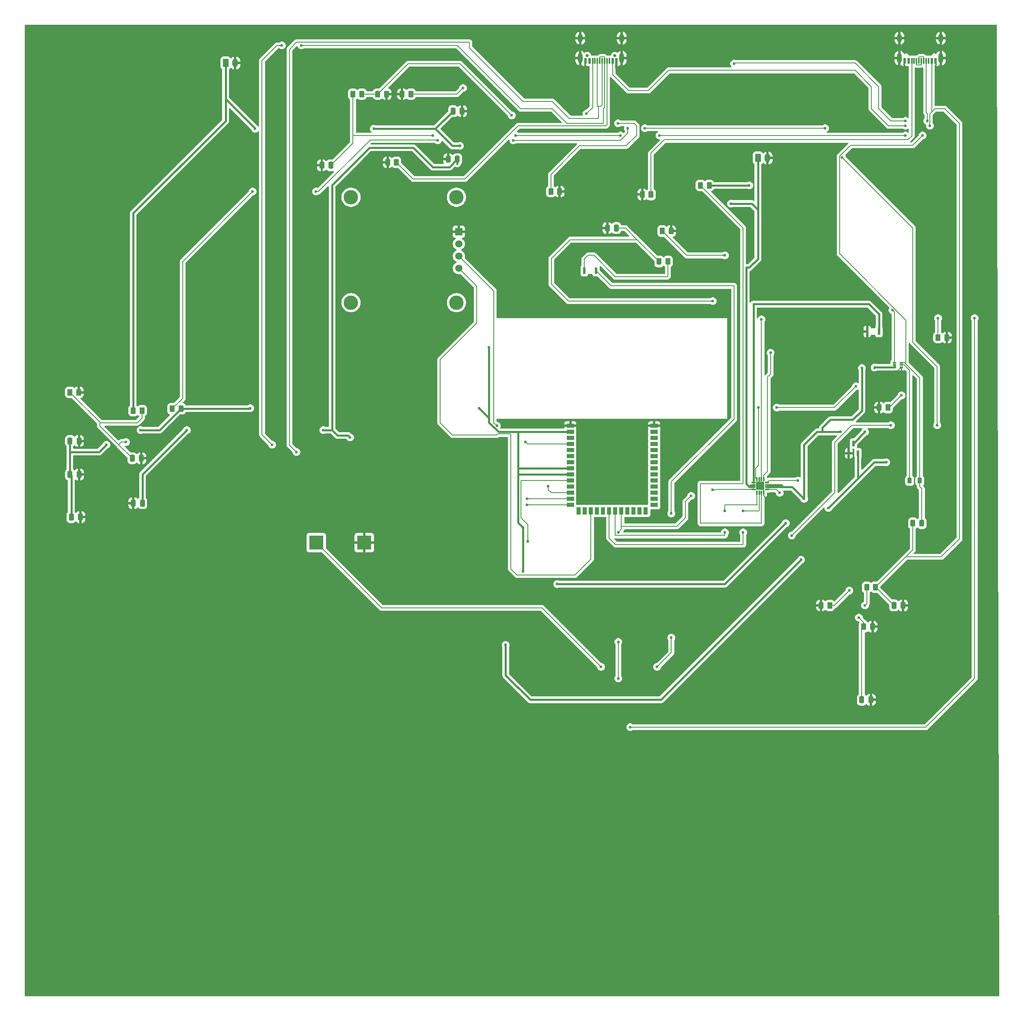
<source format=gbr>
%TF.GenerationSoftware,KiCad,Pcbnew,9.0.4*%
%TF.CreationDate,2025-11-06T21:19:11-08:00*%
%TF.ProjectId,SolarChargingStation,536f6c61-7243-4686-9172-67696e675374,rev?*%
%TF.SameCoordinates,Original*%
%TF.FileFunction,Copper,L1,Top*%
%TF.FilePolarity,Positive*%
%FSLAX46Y46*%
G04 Gerber Fmt 4.6, Leading zero omitted, Abs format (unit mm)*
G04 Created by KiCad (PCBNEW 9.0.4) date 2025-11-06 21:19:11*
%MOMM*%
%LPD*%
G01*
G04 APERTURE LIST*
G04 Aperture macros list*
%AMRoundRect*
0 Rectangle with rounded corners*
0 $1 Rounding radius*
0 $2 $3 $4 $5 $6 $7 $8 $9 X,Y pos of 4 corners*
0 Add a 4 corners polygon primitive as box body*
4,1,4,$2,$3,$4,$5,$6,$7,$8,$9,$2,$3,0*
0 Add four circle primitives for the rounded corners*
1,1,$1+$1,$2,$3*
1,1,$1+$1,$4,$5*
1,1,$1+$1,$6,$7*
1,1,$1+$1,$8,$9*
0 Add four rect primitives between the rounded corners*
20,1,$1+$1,$2,$3,$4,$5,0*
20,1,$1+$1,$4,$5,$6,$7,0*
20,1,$1+$1,$6,$7,$8,$9,0*
20,1,$1+$1,$8,$9,$2,$3,0*%
G04 Aperture macros list end*
%TA.AperFunction,ComponentPad*%
%ADD10R,1.508000X1.508000*%
%TD*%
%TA.AperFunction,ComponentPad*%
%ADD11C,1.508000*%
%TD*%
%TA.AperFunction,ComponentPad*%
%ADD12C,3.000000*%
%TD*%
%TA.AperFunction,SMDPad,CuDef*%
%ADD13RoundRect,0.250000X-0.250000X-0.475000X0.250000X-0.475000X0.250000X0.475000X-0.250000X0.475000X0*%
%TD*%
%TA.AperFunction,SMDPad,CuDef*%
%ADD14RoundRect,0.250000X-0.262500X-0.450000X0.262500X-0.450000X0.262500X0.450000X-0.262500X0.450000X0*%
%TD*%
%TA.AperFunction,SMDPad,CuDef*%
%ADD15RoundRect,0.243750X-0.243750X-0.456250X0.243750X-0.456250X0.243750X0.456250X-0.243750X0.456250X0*%
%TD*%
%TA.AperFunction,ComponentPad*%
%ADD16RoundRect,0.250000X-0.350000X-0.625000X0.350000X-0.625000X0.350000X0.625000X-0.350000X0.625000X0*%
%TD*%
%TA.AperFunction,ComponentPad*%
%ADD17O,1.200000X1.750000*%
%TD*%
%TA.AperFunction,SMDPad,CuDef*%
%ADD18R,0.600000X1.150000*%
%TD*%
%TA.AperFunction,SMDPad,CuDef*%
%ADD19R,0.300000X1.150000*%
%TD*%
%TA.AperFunction,ComponentPad*%
%ADD20O,1.000000X2.100000*%
%TD*%
%TA.AperFunction,ComponentPad*%
%ADD21O,1.000000X1.800000*%
%TD*%
%TA.AperFunction,SMDPad,CuDef*%
%ADD22R,3.000000X3.000000*%
%TD*%
%TA.AperFunction,SMDPad,CuDef*%
%ADD23R,0.508000X1.447800*%
%TD*%
%TA.AperFunction,WasherPad*%
%ADD24C,0.650000*%
%TD*%
%TA.AperFunction,SMDPad,CuDef*%
%ADD25RoundRect,0.032500X-0.397500X-0.097500X0.397500X-0.097500X0.397500X0.097500X-0.397500X0.097500X0*%
%TD*%
%TA.AperFunction,SMDPad,CuDef*%
%ADD26RoundRect,0.032500X-0.097500X-0.397500X0.097500X-0.397500X0.097500X0.397500X-0.097500X0.397500X0*%
%TD*%
%TA.AperFunction,SMDPad,CuDef*%
%ADD27R,1.680000X1.680000*%
%TD*%
%TA.AperFunction,ComponentPad*%
%ADD28C,0.508000*%
%TD*%
%TA.AperFunction,SMDPad,CuDef*%
%ADD29RoundRect,0.218750X-0.218750X-0.381250X0.218750X-0.381250X0.218750X0.381250X-0.218750X0.381250X0*%
%TD*%
%TA.AperFunction,SMDPad,CuDef*%
%ADD30R,0.670001X0.299999*%
%TD*%
%TA.AperFunction,SMDPad,CuDef*%
%ADD31RoundRect,0.250000X0.262500X0.450000X-0.262500X0.450000X-0.262500X-0.450000X0.262500X-0.450000X0*%
%TD*%
%TA.AperFunction,SMDPad,CuDef*%
%ADD32R,1.500000X0.900000*%
%TD*%
%TA.AperFunction,HeatsinkPad*%
%ADD33C,0.609600*%
%TD*%
%TA.AperFunction,SMDPad,CuDef*%
%ADD34R,0.900000X1.500000*%
%TD*%
%TA.AperFunction,HeatsinkPad*%
%ADD35C,0.600000*%
%TD*%
%TA.AperFunction,HeatsinkPad*%
%ADD36R,3.900000X3.900000*%
%TD*%
%TA.AperFunction,SMDPad,CuDef*%
%ADD37R,0.558800X1.168400*%
%TD*%
%TA.AperFunction,ViaPad*%
%ADD38C,0.600000*%
%TD*%
%TA.AperFunction,Conductor*%
%ADD39C,0.200000*%
%TD*%
%TA.AperFunction,Conductor*%
%ADD40C,0.508000*%
%TD*%
%TA.AperFunction,Conductor*%
%ADD41C,0.431800*%
%TD*%
%TA.AperFunction,Conductor*%
%ADD42C,0.381000*%
%TD*%
G04 APERTURE END LIST*
D10*
%TO.P,U5,1,GND*%
%TO.N,GND*%
X172536000Y-55118000D03*
D11*
%TO.P,U5,2,VCC_IN*%
%TO.N,+3V3*%
X172536000Y-57658000D03*
%TO.P,U5,3,SCL*%
%TO.N,Net-(U1-IO8)*%
X172536000Y-60198000D03*
%TO.P,U5,4,SDA*%
%TO.N,Net-(U1-IO9)*%
X172536000Y-62738000D03*
D12*
%TO.P,U5,S1*%
%TO.N,N/C*%
X172036000Y-47928000D03*
%TO.P,U5,S2*%
X172036000Y-69928000D03*
%TO.P,U5,S3*%
X150036000Y-69928000D03*
%TO.P,U5,S4*%
X150036000Y-47928000D03*
%TD*%
D13*
%TO.P,C11,1*%
%TO.N,+3V3*%
X91717500Y-114662250D03*
%TO.P,C11,2*%
%TO.N,GND*%
X93617500Y-114662250D03*
%TD*%
D14*
%TO.P,R5,1*%
%TO.N,GND*%
X157687000Y-40640000D03*
%TO.P,R5,2*%
%TO.N,Net-(J4-CC1)*%
X159512000Y-40640000D03*
%TD*%
D13*
%TO.P,C6,1*%
%TO.N,+5V*%
X263267000Y-133096000D03*
%TO.P,C6,2*%
%TO.N,GND*%
X265167000Y-133096000D03*
%TD*%
%TO.P,C10,1*%
%TO.N,+3V3*%
X91445000Y-105772250D03*
%TO.P,C10,2*%
%TO.N,GND*%
X93345000Y-105772250D03*
%TD*%
D15*
%TO.P,D3,1,K*%
%TO.N,+5V*%
X267211998Y-115951000D03*
%TO.P,D3,2,A*%
%TO.N,Net-(D3-A)*%
X269086998Y-115951000D03*
%TD*%
D16*
%TO.P,BT1,1,+*%
%TO.N,Net-(BT1-+)*%
X123914000Y-19939000D03*
D17*
%TO.P,BT1,2,-*%
%TO.N,GND*%
X125914000Y-19939000D03*
%TD*%
D18*
%TO.P,J1,A1_B12,GND*%
%TO.N,GND*%
X271932000Y-19487000D03*
%TO.P,J1,A4_B9,VBUS*%
%TO.N,+5V*%
X271132000Y-19487000D03*
D19*
%TO.P,J1,A5,CC1*%
%TO.N,Net-(J1-CC1)*%
X269982000Y-19487000D03*
%TO.P,J1,A6,DP1*%
%TO.N,/ShortDP*%
X268982000Y-19487000D03*
%TO.P,J1,A7,DN1*%
%TO.N,/ShortDN*%
X268482000Y-19487000D03*
%TO.P,J1,A8,SBU1*%
%TO.N,unconnected-(J1-SBU1-PadA8)*%
X267482000Y-19487000D03*
D18*
%TO.P,J1,B1_A12,GND__1*%
%TO.N,GND*%
X265532000Y-19487000D03*
%TO.P,J1,B4_A9,VBUS__1*%
%TO.N,unconnected-(J1-VBUS__1-PadB4_A9)*%
X266332000Y-19487000D03*
D19*
%TO.P,J1,B5,CC2*%
%TO.N,Net-(J1-CC2)*%
X266982000Y-19487000D03*
%TO.P,J1,B6,DP2*%
%TO.N,/ShortDP*%
X267982000Y-19487000D03*
%TO.P,J1,B7,DN2*%
%TO.N,/ShortDN*%
X269482000Y-19487000D03*
%TO.P,J1,B8,SBU2*%
%TO.N,unconnected-(J1-SBU2-PadB8)*%
X270482000Y-19487000D03*
D20*
%TO.P,J1,SH1,SHELL_GND*%
%TO.N,GND*%
X273052000Y-18912000D03*
%TO.P,J1,SH2,SHELL_GND__1*%
X264412000Y-18912000D03*
D21*
%TO.P,J1,SH3,SHELL_GND__2*%
X273052000Y-14732000D03*
%TO.P,J1,SH4,SHELL_GND__3*%
X264412000Y-14732000D03*
%TD*%
D16*
%TO.P,J2,1,Pin_1*%
%TO.N,Net-(BT1-+)*%
X234912000Y-39751000D03*
D17*
%TO.P,J2,2,Pin_2*%
%TO.N,GND*%
X236912000Y-39751000D03*
%TD*%
D13*
%TO.P,C2,1*%
%TO.N,Net-(BT1-+)*%
X171328000Y-29972000D03*
%TO.P,C2,2*%
%TO.N,GND*%
X173228000Y-29972000D03*
%TD*%
%TO.P,C4,1*%
%TO.N,GND*%
X170312000Y-40005000D03*
%TO.P,C4,2*%
%TO.N,IC_Output*%
X172212000Y-40005000D03*
%TD*%
D14*
%TO.P,R17,1*%
%TO.N,/GPIO17*%
X256954500Y-137541000D03*
%TO.P,R17,2*%
%TO.N,GND*%
X258779500Y-137541000D03*
%TD*%
%TO.P,R4,1*%
%TO.N,GND*%
X260196998Y-91821000D03*
%TO.P,R4,2*%
%TO.N,Net-(U2-ISET)*%
X262021998Y-91821000D03*
%TD*%
D13*
%TO.P,C8,1*%
%TO.N,/GPIO17*%
X256559500Y-152781000D03*
%TO.P,C8,2*%
%TO.N,GND*%
X258459500Y-152781000D03*
%TD*%
D22*
%TO.P,P1,1,Solar+*%
%TO.N,Net-(P1-Solar+)*%
X142812000Y-119988000D03*
%TO.P,P1,2,gnd*%
%TO.N,GND*%
X152812000Y-119988000D03*
%TD*%
D14*
%TO.P,R2,1*%
%TO.N,Net-(U2-TMR)*%
X214949500Y-54991000D03*
%TO.P,R2,2*%
%TO.N,GND*%
X216774500Y-54991000D03*
%TD*%
D23*
%TO.P,F1,1*%
%TO.N,Net-(D1-A)*%
X198717000Y-63246000D03*
%TO.P,F1,2*%
%TO.N,Net-(P1-Solar+)*%
X201130000Y-63246000D03*
%TD*%
D24*
%TO.P,J4,*%
%TO.N,*%
X205074000Y-18412000D03*
X199294000Y-18412000D03*
D18*
%TO.P,J4,A1_B12,GND*%
%TO.N,GND*%
X205384000Y-19487000D03*
%TO.P,J4,A4_B9,VBUS*%
%TO.N,+5V*%
X204584000Y-19487000D03*
D19*
%TO.P,J4,A5,CC1*%
%TO.N,Net-(J4-CC1)*%
X203434000Y-19487000D03*
%TO.P,J4,A6,DP1*%
%TO.N,/D+*%
X202434000Y-19487000D03*
%TO.P,J4,A7,DN1*%
%TO.N,/D-*%
X201934000Y-19487000D03*
%TO.P,J4,A8,SBU1*%
%TO.N,unconnected-(J4-SBU1-PadA8)*%
X200934000Y-19487000D03*
D18*
%TO.P,J4,B1_A12,GND__1*%
%TO.N,GND*%
X198984000Y-19487000D03*
%TO.P,J4,B4_A9,VBUS__1*%
%TO.N,unconnected-(J4-VBUS__1-PadB4_A9)*%
X199784000Y-19487000D03*
D19*
%TO.P,J4,B5,CC2*%
%TO.N,Net-(J4-CC2)*%
X200434000Y-19487000D03*
%TO.P,J4,B6,DP2*%
%TO.N,/D+*%
X201434000Y-19487000D03*
%TO.P,J4,B7,DN2*%
%TO.N,/D-*%
X202934000Y-19487000D03*
%TO.P,J4,B8,SBU2*%
%TO.N,unconnected-(J4-SBU2-PadB8)*%
X203934000Y-19487000D03*
D20*
%TO.P,J4,SH1,SHELL_GND*%
%TO.N,GND*%
X206504000Y-18912000D03*
%TO.P,J4,SH2,SHELL_GND__1*%
X197864000Y-18912000D03*
D21*
%TO.P,J4,SH3,SHELL_GND__2*%
X206504000Y-14732000D03*
%TO.P,J4,SH4,SHELL_GND__3*%
X197864000Y-14732000D03*
%TD*%
D14*
%TO.P,R6,1*%
%TO.N,Net-(J4-CC2)*%
X191732000Y-46736000D03*
%TO.P,R6,2*%
%TO.N,GND*%
X193557000Y-46736000D03*
%TD*%
%TO.P,R15,1*%
%TO.N,Net-(U2-~{CHG})*%
X112776000Y-92063250D03*
%TO.P,R15,2*%
%TO.N,+3V3*%
X114601000Y-92063250D03*
%TD*%
D15*
%TO.P,D1,1,K*%
%TO.N,Net-(D1-K)*%
X214289500Y-61341000D03*
%TO.P,D1,2,A*%
%TO.N,Net-(D1-A)*%
X216164500Y-61341000D03*
%TD*%
D14*
%TO.P,R9,1*%
%TO.N,Net-(D3-A)*%
X150471500Y-26416000D03*
%TO.P,R9,2*%
%TO.N,Net-(U4-FB)*%
X152296500Y-26416000D03*
%TD*%
D25*
%TO.P,U2,1,TS*%
%TO.N,Net-(U2-TS)*%
X233957000Y-107416000D03*
%TO.P,U2,2,BAT_2*%
%TO.N,Net-(BT1-+)*%
X233957000Y-107916000D03*
%TO.P,U2,3,BAT_3*%
X233957000Y-108416000D03*
%TO.P,U2,4,~{CE}*%
%TO.N,/GPIO14*%
X233957000Y-108916000D03*
D26*
%TO.P,U2,5,EN2*%
%TO.N,/GPIO13*%
X234642000Y-109601000D03*
%TO.P,U2,6,EN1*%
%TO.N,/GPIO12*%
X235142000Y-109601000D03*
%TO.P,U2,7,~{PGOOD}*%
%TO.N,Net-(U2-~{PGOOD})*%
X235642000Y-109601000D03*
%TO.P,U2,8,VSS*%
%TO.N,GND*%
X236142000Y-109601000D03*
D25*
%TO.P,U2,9,~{CHG}*%
%TO.N,Net-(U2-~{CHG})*%
X236827000Y-108916000D03*
%TO.P,U2,10,OUT_10*%
%TO.N,IC_Output*%
X236827000Y-108416000D03*
%TO.P,U2,11,OUT_11*%
X236827000Y-107916000D03*
%TO.P,U2,12,ILIM*%
%TO.N,Net-(U2-ILIM)*%
X236827000Y-107416000D03*
D26*
%TO.P,U2,13,IN*%
%TO.N,Net-(D1-K)*%
X236142000Y-106731000D03*
%TO.P,U2,14,TMR*%
%TO.N,Net-(U2-TMR)*%
X235642000Y-106731000D03*
%TO.P,U2,15,SYSOFF*%
%TO.N,GND*%
X235142000Y-106731000D03*
%TO.P,U2,16,ISET*%
%TO.N,Net-(U2-ISET)*%
X234642000Y-106731000D03*
D27*
%TO.P,U2,17,EXP*%
%TO.N,GND*%
X235392000Y-108166000D03*
D28*
%TO.P,U2,18*%
X235392000Y-108166000D03*
%TO.P,U2,19*%
X234812000Y-107586000D03*
%TO.P,U2,20*%
X235972000Y-107586000D03*
%TO.P,U2,21*%
X234812000Y-108746000D03*
%TO.P,U2,22*%
X235972000Y-108746000D03*
%TD*%
D14*
%TO.P,R3,1*%
%TO.N,GND*%
X248064500Y-133096000D03*
%TO.P,R3,2*%
%TO.N,Net-(U2-ILIM)*%
X249889500Y-133096000D03*
%TD*%
%TO.P,R14,1*%
%TO.N,/ADC*%
X91440000Y-88627250D03*
%TO.P,R14,2*%
%TO.N,GND*%
X93265000Y-88627250D03*
%TD*%
%TO.P,R11,1*%
%TO.N,GND*%
X160712000Y-26416000D03*
%TO.P,R11,2*%
%TO.N,Net-(J1-CC1)*%
X162537000Y-26416000D03*
%TD*%
D29*
%TO.P,L2,1,1*%
%TO.N,Net-(U4-SW)*%
X266537000Y-107061000D03*
%TO.P,L2,2,2*%
%TO.N,Net-(D3-A)*%
X268662000Y-107061000D03*
%TD*%
D13*
%TO.P,C7,1*%
%TO.N,/ADC*%
X104425750Y-102393750D03*
%TO.P,C7,2*%
%TO.N,GND*%
X106325750Y-102393750D03*
%TD*%
D30*
%TO.P,U4,1,FB*%
%TO.N,Net-(U4-FB)*%
X263371998Y-82431001D03*
%TO.P,U4,2,EN*%
%TO.N,IC_Output*%
X263371998Y-82931000D03*
%TO.P,U4,3,VIN*%
X263371998Y-83431002D03*
%TO.P,U4,4,GND*%
%TO.N,GND*%
X264852000Y-83431002D03*
%TO.P,U4,5,SW*%
%TO.N,Net-(U4-SW)*%
X264852000Y-82931000D03*
%TO.P,U4,6,VOUT*%
%TO.N,Net-(D3-A)*%
X264852000Y-82431001D03*
%TD*%
D23*
%TO.P,TH1,1*%
%TO.N,GND*%
X257720498Y-75946000D03*
%TO.P,TH1,2*%
%TO.N,Net-(U2-TS)*%
X260133498Y-75946000D03*
%TD*%
D14*
%TO.P,R16,1*%
%TO.N,Net-(U2-~{PGOOD})*%
X222927000Y-45466000D03*
%TO.P,R16,2*%
%TO.N,+3V3*%
X224752000Y-45466000D03*
%TD*%
D31*
%TO.P,R18,1*%
%TO.N,+5V*%
X259414500Y-129286000D03*
%TO.P,R18,2*%
%TO.N,/GPIO17*%
X257589500Y-129286000D03*
%TD*%
D14*
%TO.P,R13,1*%
%TO.N,Net-(BT1-+)*%
X104648000Y-92456000D03*
%TO.P,R13,2*%
%TO.N,/ADC*%
X106473000Y-92456000D03*
%TD*%
%TO.P,R12,1*%
%TO.N,GND*%
X210782000Y-47371000D03*
%TO.P,R12,2*%
%TO.N,Net-(J1-CC2)*%
X212607000Y-47371000D03*
%TD*%
D13*
%TO.P,C9,1*%
%TO.N,+3V3*%
X91440000Y-98787250D03*
%TO.P,C9,2*%
%TO.N,GND*%
X93340000Y-98787250D03*
%TD*%
D32*
%TO.P,U1,1,GND*%
%TO.N,GND*%
X195777000Y-95616000D03*
D33*
X203027000Y-104036000D03*
D32*
%TO.P,U1,2,3V3*%
%TO.N,+3V3*%
X195777000Y-96886000D03*
%TO.P,U1,3,EN*%
%TO.N,unconnected-(U1-EN-Pad3)*%
X195777000Y-98156000D03*
%TO.P,U1,4,IO4*%
%TO.N,/ADC*%
X195777000Y-99426000D03*
%TO.P,U1,5,IO5*%
%TO.N,unconnected-(U1-IO5-Pad5)*%
X195777000Y-100696000D03*
%TO.P,U1,6,IO6*%
%TO.N,unconnected-(U1-IO6-Pad6)*%
X195777000Y-101966000D03*
%TO.P,U1,7,IO7*%
%TO.N,unconnected-(U1-IO7-Pad7)*%
X195777000Y-103236000D03*
%TO.P,U1,8,IO15*%
%TO.N,+3V3*%
X195777000Y-104506000D03*
%TO.P,U1,9,IO16*%
X195777000Y-105776000D03*
%TO.P,U1,10,IO17*%
%TO.N,/GPIO17*%
X195777000Y-107046000D03*
%TO.P,U1,11,IO18*%
%TO.N,unconnected-(U1-IO18-Pad11)*%
X195777000Y-108316000D03*
%TO.P,U1,12,IO8*%
%TO.N,Net-(U1-IO8)*%
X195777000Y-109586000D03*
%TO.P,U1,13,USB_D-*%
%TO.N,/D-*%
X195777000Y-110856000D03*
%TO.P,U1,14,USB_D+*%
%TO.N,/D+*%
X195777000Y-112126000D03*
D34*
%TO.P,U1,15,IO3*%
%TO.N,unconnected-(U1-IO3-Pad15)*%
X197542000Y-113376000D03*
%TO.P,U1,16,IO46*%
%TO.N,unconnected-(U1-IO46-Pad16)*%
X198812000Y-113376000D03*
%TO.P,U1,17,IO9*%
%TO.N,Net-(U1-IO9)*%
X200082000Y-113376000D03*
%TO.P,U1,18,IO10*%
%TO.N,unconnected-(U1-IO10-Pad18)*%
X201352000Y-113376000D03*
%TO.P,U1,19,IO11*%
%TO.N,unconnected-(U1-IO11-Pad19)*%
X202622000Y-113376000D03*
%TO.P,U1,20,IO12*%
%TO.N,/GPIO12*%
X203892000Y-113376000D03*
%TO.P,U1,21,IO13*%
%TO.N,/GPIO13*%
X205162000Y-113376000D03*
%TO.P,U1,22,IO14*%
%TO.N,/GPIO14*%
X206432000Y-113376000D03*
%TO.P,U1,23,IO21*%
%TO.N,unconnected-(U1-IO21-Pad23)*%
X207702000Y-113376000D03*
%TO.P,U1,24,IO47*%
%TO.N,unconnected-(U1-IO47-Pad24)*%
X208972000Y-113376000D03*
%TO.P,U1,25,IO48*%
%TO.N,unconnected-(U1-IO48-Pad25)*%
X210242000Y-113376000D03*
%TO.P,U1,26,IO45*%
%TO.N,unconnected-(U1-IO45-Pad26)*%
X211512000Y-113376000D03*
D32*
%TO.P,U1,27,IO0*%
%TO.N,unconnected-(U1-IO0-Pad27)*%
X213277000Y-112126000D03*
%TO.P,U1,28,IO35*%
%TO.N,unconnected-(U1-IO35-Pad28)*%
X213277000Y-110856000D03*
%TO.P,U1,29,IO36*%
%TO.N,unconnected-(U1-IO36-Pad29)*%
X213277000Y-109586000D03*
%TO.P,U1,30,IO37*%
%TO.N,unconnected-(U1-IO37-Pad30)*%
X213277000Y-108316000D03*
%TO.P,U1,31,IO38*%
%TO.N,unconnected-(U1-IO38-Pad31)*%
X213277000Y-107046000D03*
%TO.P,U1,32,IO39*%
%TO.N,unconnected-(U1-IO39-Pad32)*%
X213277000Y-105776000D03*
%TO.P,U1,33,IO40*%
%TO.N,unconnected-(U1-IO40-Pad33)*%
X213277000Y-104506000D03*
%TO.P,U1,34,IO41*%
%TO.N,unconnected-(U1-IO41-Pad34)*%
X213277000Y-103236000D03*
%TO.P,U1,35,IO42*%
%TO.N,unconnected-(U1-IO42-Pad35)*%
X213277000Y-101966000D03*
%TO.P,U1,36,RXD0*%
%TO.N,unconnected-(U1-RXD0-Pad36)*%
X213277000Y-100696000D03*
%TO.P,U1,37,TXD0*%
%TO.N,unconnected-(U1-TXD0-Pad37)*%
X213277000Y-99426000D03*
%TO.P,U1,38,IO2*%
%TO.N,unconnected-(U1-IO2-Pad38)*%
X213277000Y-98156000D03*
%TO.P,U1,39,IO1*%
%TO.N,unconnected-(U1-IO1-Pad39)*%
X213277000Y-96886000D03*
%TO.P,U1,40,GND*%
%TO.N,GND*%
X213277000Y-95616000D03*
D35*
%TO.P,U1,41,GND*%
X201627000Y-102636000D03*
X201627000Y-104036000D03*
X202327000Y-101936000D03*
X202327000Y-103336000D03*
X202327000Y-104736000D03*
X203027000Y-102636000D03*
D36*
X203027000Y-103336000D03*
D35*
X203727000Y-101936000D03*
X203727000Y-103336000D03*
X203727000Y-104736000D03*
X204427000Y-102636000D03*
X204427000Y-104036000D03*
%TD*%
D14*
%TO.P,R10,1*%
%TO.N,Net-(U4-FB)*%
X155632000Y-26416000D03*
%TO.P,R10,2*%
%TO.N,GND*%
X157457000Y-26416000D03*
%TD*%
D13*
%TO.P,C1,1*%
%TO.N,GND*%
X203482000Y-54356000D03*
%TO.P,C1,2*%
%TO.N,Net-(D1-K)*%
X205382000Y-54356000D03*
%TD*%
D37*
%TO.P,U3,1,GND*%
%TO.N,GND*%
X253846998Y-101346000D03*
%TO.P,U3,2,OUT*%
%TO.N,+3V3*%
X255761996Y-101346000D03*
%TO.P,U3,3,IN*%
%TO.N,IC_Output*%
X254804497Y-99314000D03*
%TD*%
D14*
%TO.P,R21,1*%
%TO.N,/GPIO14*%
X272472000Y-77216000D03*
%TO.P,R21,2*%
%TO.N,GND*%
X274297000Y-77216000D03*
%TD*%
D13*
%TO.P,C5,1*%
%TO.N,GND*%
X143957000Y-41275000D03*
%TO.P,C5,2*%
%TO.N,Net-(D3-A)*%
X145857000Y-41275000D03*
%TD*%
%TO.P,C3,1*%
%TO.N,GND*%
X104648000Y-111760000D03*
%TO.P,C3,2*%
%TO.N,IC_Output*%
X106548000Y-111760000D03*
%TD*%
D38*
%TO.N,Net-(D1-K)*%
X225482000Y-69596000D03*
X237547000Y-80391000D03*
%TO.N,GND*%
X272796000Y-119380000D03*
X236728000Y-110744000D03*
X276352000Y-123444000D03*
X282448000Y-109220000D03*
X253492000Y-105156000D03*
X205740000Y-21336000D03*
%TO.N,Net-(BT1-+)*%
X130048000Y-33655000D03*
X154813000Y-33655000D03*
X172777000Y-37211000D03*
X229292000Y-49276000D03*
%TO.N,IC_Output*%
X257232000Y-96901000D03*
X252152000Y-96901000D03*
X259271998Y-83431002D03*
X244532000Y-110871000D03*
X240722000Y-115951000D03*
X144272000Y-96520000D03*
X193040000Y-128651000D03*
X256597000Y-83566000D03*
X149860000Y-98044000D03*
X115824000Y-96520000D03*
%TO.N,Net-(D3-A)*%
X265684000Y-35052000D03*
X214376000Y-35052000D03*
X206248000Y-35052000D03*
X184404000Y-35052000D03*
X167132000Y-35052000D03*
X269240000Y-35052000D03*
%TO.N,+5V*%
X265684000Y-33020000D03*
X270764000Y-33020000D03*
%TO.N,/ADC*%
X103124000Y-99014600D03*
X186436000Y-99014600D03*
%TO.N,/GPIO17*%
X186944000Y-119761000D03*
X255962000Y-135636000D03*
X257232000Y-133096000D03*
%TO.N,+3V3*%
X182302000Y-141351000D03*
X233102000Y-45466000D03*
X249612000Y-112776000D03*
X99060000Y-99568000D03*
X176784000Y-91948000D03*
X185928000Y-125984000D03*
X261677000Y-103251000D03*
X185928000Y-116840000D03*
X243897000Y-123571000D03*
X106172000Y-96520000D03*
X129032000Y-91948000D03*
X178816000Y-79248000D03*
%TO.N,Net-(P1-Solar+)*%
X216846000Y-113919000D03*
X213868000Y-145923000D03*
X202184000Y-145923000D03*
X216846000Y-139827000D03*
%TO.N,Net-(J1-CC1)*%
X173412000Y-25146000D03*
X229927000Y-20066000D03*
X265684000Y-32004000D03*
X270211600Y-32004000D03*
%TO.N,Net-(J4-CC2)*%
X199136000Y-30480000D03*
X205740000Y-32512000D03*
%TO.N,/D-*%
X133604000Y-99568000D03*
X139700000Y-16256000D03*
X186747000Y-110871000D03*
X135636000Y-16256000D03*
%TO.N,/D+*%
X138684000Y-101092000D03*
X186747000Y-112141000D03*
%TO.N,Net-(U2-TMR)*%
X228022000Y-60071000D03*
X235642000Y-73406000D03*
%TO.N,Net-(U2-ILIM)*%
X253965000Y-130013000D03*
X243262000Y-107061000D03*
%TO.N,Net-(U2-ISET)*%
X255327000Y-87376000D03*
X264852000Y-89281000D03*
X235007000Y-91821000D03*
X238817000Y-91821000D03*
%TO.N,Net-(U4-FB)*%
X262947000Y-71501000D03*
X183572000Y-30861000D03*
%TO.N,Net-(U2-~{CHG})*%
X183896000Y-36068000D03*
X262636000Y-95504000D03*
X241963500Y-118519500D03*
X207772000Y-33528000D03*
X211328000Y-33528000D03*
X248920000Y-33528000D03*
X168148000Y-36068000D03*
X142748000Y-46736000D03*
X252476000Y-39624000D03*
X239452000Y-109601000D03*
X272288000Y-95504000D03*
X129540000Y-46736000D03*
%TO.N,/GPIO14*%
X205797000Y-140716000D03*
X205797000Y-148336000D03*
X208280000Y-158496000D03*
X220980000Y-110236000D03*
X280092000Y-73152000D03*
X205797000Y-117856000D03*
X225482000Y-108966000D03*
X272472000Y-73152000D03*
%TO.N,/GPIO12*%
X231832000Y-113411000D03*
X231832000Y-117856000D03*
%TO.N,/GPIO13*%
X228022000Y-117856000D03*
X228022000Y-113411000D03*
%TO.N,Net-(U1-IO8)*%
X180467000Y-95631000D03*
X191192000Y-108204000D03*
%TD*%
D39*
%TO.N,Net-(D1-K)*%
X209725750Y-56777250D02*
X207304500Y-54356000D01*
X209725750Y-56777250D02*
X195755750Y-56777250D01*
X236912000Y-85471000D02*
X236912000Y-105156000D01*
X214289500Y-61341000D02*
X209725750Y-56777250D01*
X195383000Y-69596000D02*
X225482000Y-69596000D01*
X195755750Y-56777250D02*
X191827000Y-60706000D01*
X236142000Y-105926000D02*
X236142000Y-106731000D01*
X191827000Y-60706000D02*
X191827000Y-66040000D01*
X207304500Y-54356000D02*
X205382000Y-54356000D01*
X236912000Y-105156000D02*
X236142000Y-105926000D01*
X237547000Y-84836000D02*
X236912000Y-85471000D01*
X237547000Y-80391000D02*
X237547000Y-84836000D01*
X191827000Y-66040000D02*
X195383000Y-69596000D01*
%TO.N,GND*%
X235972000Y-108746000D02*
X235972000Y-108977390D01*
X274297000Y-77216000D02*
X274297000Y-77296000D01*
X93345000Y-98792250D02*
X93340000Y-98787250D01*
X258459500Y-137861000D02*
X258779500Y-137541000D01*
X235972000Y-108977390D02*
X236142000Y-109147390D01*
X170312000Y-40005000D02*
X170312000Y-39722500D01*
X193557000Y-46736000D02*
X193732000Y-46736000D01*
X213277000Y-95616000D02*
X212797000Y-95616000D01*
X160712000Y-26416000D02*
X160712000Y-27051000D01*
X264852000Y-83431002D02*
X260196998Y-88086004D01*
X236142000Y-109147390D02*
X236142000Y-109601000D01*
D40*
X205384000Y-19487000D02*
X205384000Y-20980000D01*
D39*
X236142000Y-109601000D02*
X236142000Y-110158000D01*
D40*
X205384000Y-20980000D02*
X205740000Y-21336000D01*
D39*
X260196998Y-88086004D02*
X260196998Y-91821000D01*
X93617500Y-106044750D02*
X93345000Y-105772250D01*
X93340000Y-88702250D02*
X93265000Y-88627250D01*
X253846998Y-101346000D02*
X252152000Y-101346000D01*
X235142000Y-106731000D02*
X235142000Y-107916000D01*
X213277000Y-95616000D02*
X213292000Y-95631000D01*
X235142000Y-107916000D02*
X235392000Y-108166000D01*
X236142000Y-110158000D02*
X236728000Y-110744000D01*
D41*
%TO.N,Net-(BT1-+)*%
X233407670Y-108025330D02*
X233957000Y-108025330D01*
X232467000Y-107696000D02*
X233102000Y-108331000D01*
X234912000Y-50546000D02*
X234912000Y-60801000D01*
X229292000Y-49276000D02*
X233642000Y-49276000D01*
X123914000Y-32004000D02*
X123914000Y-27432000D01*
X234912000Y-60801000D02*
X233102000Y-62611000D01*
X233642000Y-49276000D02*
X234912000Y-50546000D01*
X130048000Y-33566000D02*
X123914000Y-27432000D01*
X232467000Y-62611000D02*
X232467000Y-107696000D01*
X123914000Y-27432000D02*
X123914000Y-19939000D01*
X172739500Y-37248500D02*
X172777000Y-37211000D01*
X233102000Y-108331000D02*
X233407670Y-108025330D01*
X233168170Y-108397170D02*
X233187000Y-108397170D01*
X130048000Y-33655000D02*
X130048000Y-33566000D01*
X154813000Y-33655000D02*
X167645000Y-33655000D01*
D42*
X104648000Y-92456000D02*
X104648000Y-51270000D01*
D41*
X167645000Y-33655000D02*
X171201000Y-37211000D01*
D42*
X104648000Y-51270000D02*
X123914000Y-32004000D01*
D41*
X234912000Y-39751000D02*
X234912000Y-50546000D01*
X171201000Y-37211000D02*
X172777000Y-37211000D01*
X167645000Y-33655000D02*
X171328000Y-29972000D01*
X233187000Y-108416000D02*
X233957000Y-108416000D01*
X233102000Y-108331000D02*
X233168170Y-108397170D01*
X233102000Y-62611000D02*
X232467000Y-62611000D01*
D42*
%TO.N,IC_Output*%
X247199000Y-96901000D02*
X244532000Y-99568000D01*
X167132000Y-41656000D02*
X170561000Y-41656000D01*
X242077000Y-108416000D02*
X240214000Y-108416000D01*
X263371998Y-83431002D02*
X263371998Y-82931000D01*
X257232000Y-96901000D02*
X254819000Y-99314000D01*
X236827000Y-107916000D02*
X239714000Y-107916000D01*
X149860000Y-98044000D02*
X149450500Y-97634500D01*
X249993000Y-94361000D02*
X254692000Y-94361000D01*
X146107000Y-45409000D02*
X153924000Y-37592000D01*
X244532000Y-99568000D02*
X244532000Y-110871000D01*
X240214000Y-108416000D02*
X239452000Y-108416000D01*
X146107000Y-96520000D02*
X146107000Y-45409000D01*
X149450500Y-97634500D02*
X147221500Y-97634500D01*
X244532000Y-110871000D02*
X242077000Y-108416000D01*
X239452000Y-108416000D02*
X236827000Y-108416000D01*
X144272000Y-96520000D02*
X146107000Y-96520000D01*
X248342000Y-96901000D02*
X252152000Y-96901000D01*
X248342000Y-96901000D02*
X247199000Y-96901000D01*
X170561000Y-41656000D02*
X172212000Y-40005000D01*
X228022000Y-128651000D02*
X240722000Y-115951000D01*
X172212000Y-40997500D02*
X172212000Y-40005000D01*
X254692000Y-94361000D02*
X256597000Y-92456000D01*
X163068000Y-37592000D02*
X167132000Y-41656000D01*
X254819000Y-99314000D02*
X254804497Y-99314000D01*
X153924000Y-37592000D02*
X163068000Y-37592000D01*
X106548000Y-105796000D02*
X115824000Y-96520000D01*
X248342000Y-96901000D02*
X248342000Y-96012000D01*
X259137000Y-83566000D02*
X259271998Y-83431002D01*
X248342000Y-96012000D02*
X249993000Y-94361000D01*
X193040000Y-128651000D02*
X228022000Y-128651000D01*
X239714000Y-107916000D02*
X240214000Y-108416000D01*
X256597000Y-92456000D02*
X256597000Y-83566000D01*
X263371998Y-83431002D02*
X259271998Y-83431002D01*
X106548000Y-111760000D02*
X106548000Y-105796000D01*
X147221500Y-97634500D02*
X146107000Y-96520000D01*
D39*
%TO.N,Net-(D3-A)*%
X214376000Y-35052000D02*
X265684000Y-35052000D01*
X265781549Y-73552923D02*
X265781549Y-82706451D01*
X268662000Y-85586903D02*
X265781549Y-82706451D01*
X265781549Y-82706451D02*
X265506098Y-82431001D01*
X251922600Y-39394774D02*
X251922600Y-59693974D01*
X184404000Y-35052000D02*
X206248000Y-35052000D01*
X254233374Y-37084000D02*
X251922600Y-39394774D01*
X268662000Y-107061000D02*
X268662000Y-85586903D01*
X269086998Y-108755998D02*
X269086998Y-115951000D01*
X268662000Y-107061000D02*
X268662000Y-108331000D01*
X251922600Y-59693974D02*
X265781549Y-73552923D01*
X265506098Y-82431001D02*
X264852000Y-82431001D01*
X269240000Y-35052000D02*
X267208000Y-37084000D01*
X150471500Y-35052000D02*
X150471500Y-36660500D01*
X150471500Y-36660500D02*
X148938000Y-38194000D01*
X267208000Y-37084000D02*
X254233374Y-37084000D01*
X268662000Y-108331000D02*
X269086998Y-108755998D01*
X150471500Y-35052000D02*
X167132000Y-35052000D01*
X150471500Y-26416000D02*
X150471500Y-35052000D01*
X148938000Y-38194000D02*
X145857000Y-41275000D01*
%TO.N,+5V*%
X267211998Y-121488502D02*
X267211998Y-115951000D01*
X273869000Y-29464000D02*
X276917000Y-32512000D01*
X276917000Y-119206500D02*
X273147250Y-122976250D01*
X265724250Y-122976250D02*
X262133250Y-126567250D01*
X212090000Y-25654000D02*
X207886000Y-25654000D01*
X267211998Y-121488502D02*
X265724250Y-122976250D01*
X262133250Y-126567250D02*
X259414500Y-129286000D01*
X273147250Y-122976250D02*
X265724250Y-122976250D01*
X259414500Y-129286000D02*
X259457000Y-129286000D01*
X276917000Y-32512000D02*
X276917000Y-119206500D01*
X231140000Y-21463000D02*
X216281000Y-21463000D01*
X271132000Y-30112000D02*
X271132000Y-19487000D01*
X270764000Y-33020000D02*
X270764000Y-30480000D01*
X216281000Y-21463000D02*
X212090000Y-25654000D01*
X270764000Y-30480000D02*
X271132000Y-30112000D01*
X258572000Y-24892000D02*
X258572000Y-29464000D01*
X255143000Y-21463000D02*
X258572000Y-24892000D01*
X207886000Y-25654000D02*
X204584000Y-22352000D01*
X271132000Y-30112000D02*
X271780000Y-29464000D01*
X258572000Y-29464000D02*
X262128000Y-33020000D01*
X271780000Y-29464000D02*
X273869000Y-29464000D01*
X204584000Y-22352000D02*
X204584000Y-19487000D01*
X259457000Y-129286000D02*
X263267000Y-133096000D01*
X262128000Y-33020000D02*
X265684000Y-33020000D01*
X231140000Y-21463000D02*
X255143000Y-21463000D01*
X231140000Y-21463000D02*
X229673000Y-21463000D01*
%TO.N,/ADC*%
X91440000Y-88627250D02*
X97672375Y-94859625D01*
X104425750Y-102393750D02*
X101600000Y-99568000D01*
X105457000Y-94996000D02*
X106473000Y-93980000D01*
X97672375Y-95640375D02*
X97672375Y-94859625D01*
X106473000Y-93980000D02*
X106473000Y-92456000D01*
X101600000Y-99568000D02*
X97672375Y-95640375D01*
X186847400Y-99426000D02*
X195777000Y-99426000D01*
X186436000Y-99014600D02*
X186847400Y-99426000D01*
X97672375Y-94859625D02*
X97808750Y-94996000D01*
X103124000Y-99014600D02*
X102153400Y-99014600D01*
X102153400Y-99014600D02*
X101600000Y-99568000D01*
X97808750Y-94996000D02*
X105457000Y-94996000D01*
%TO.N,/GPIO17*%
X186944000Y-119761000D02*
X186944000Y-116275000D01*
X185492000Y-107046000D02*
X195777000Y-107046000D01*
X257589500Y-132738500D02*
X257589500Y-129286000D01*
X256954500Y-137541000D02*
X256954500Y-136628500D01*
X186944000Y-116275000D02*
X185477000Y-114808000D01*
X185477000Y-114808000D02*
X185477000Y-107061000D01*
X256559500Y-152781000D02*
X256559500Y-137936000D01*
X185477000Y-107061000D02*
X185492000Y-107046000D01*
X256559500Y-137936000D02*
X256954500Y-137541000D01*
X257232000Y-133096000D02*
X257589500Y-132738500D01*
X256954500Y-136628500D02*
X255962000Y-135636000D01*
D42*
%TO.N,+3V3*%
X184912000Y-96886000D02*
X195777000Y-96886000D01*
X91445000Y-101092000D02*
X91445000Y-98792250D01*
X184912000Y-105776000D02*
X195777000Y-105776000D01*
X255761996Y-106626004D02*
X255761996Y-101346000D01*
X224752000Y-45466000D02*
X233102000Y-45466000D01*
X178816000Y-94488000D02*
X178816000Y-79248000D01*
X261677000Y-103251000D02*
X259137000Y-103251000D01*
X97536000Y-101092000D02*
X99060000Y-99568000D01*
X114601000Y-92063250D02*
X128916750Y-92063250D01*
X128916750Y-92063250D02*
X129032000Y-91948000D01*
X185928000Y-116840000D02*
X185928000Y-125984000D01*
X110144250Y-96520000D02*
X114601000Y-92063250D01*
X178816000Y-94890613D02*
X180811387Y-96886000D01*
X180811387Y-96886000D02*
X184912000Y-96886000D01*
X184912000Y-104506000D02*
X184912000Y-96886000D01*
X185928000Y-116840000D02*
X184912000Y-115824000D01*
X91445000Y-98792250D02*
X91440000Y-98787250D01*
X91717500Y-110852250D02*
X91717500Y-106044750D01*
X91445000Y-101092000D02*
X97536000Y-101092000D01*
X184912000Y-104506000D02*
X184912000Y-105776000D01*
X176784000Y-91948000D02*
X178816000Y-93980000D01*
X214687000Y-152781000D02*
X243897000Y-123571000D01*
X184912000Y-115824000D02*
X184912000Y-105776000D01*
X259137000Y-103251000D02*
X255761996Y-106626004D01*
X91445000Y-105772250D02*
X91445000Y-101092000D01*
X91717500Y-106044750D02*
X91445000Y-105772250D01*
X249612000Y-112776000D02*
X255761996Y-106626004D01*
X178816000Y-93980000D02*
X178816000Y-94488000D01*
X178816000Y-94488000D02*
X178816000Y-94890613D01*
X184912000Y-104506000D02*
X195777000Y-104506000D01*
X91717500Y-114662250D02*
X91717500Y-110852250D01*
X187452000Y-152781000D02*
X214687000Y-152781000D01*
X182302000Y-141351000D02*
X182302000Y-147631000D01*
X106172000Y-96520000D02*
X110144250Y-96520000D01*
X182302000Y-147631000D02*
X187452000Y-152781000D01*
D39*
%TO.N,Net-(D1-A)*%
X205162000Y-64516000D02*
X200717000Y-60071000D01*
X215957000Y-64516000D02*
X205162000Y-64516000D01*
X199447000Y-60071000D02*
X198717000Y-60801000D01*
X200717000Y-60071000D02*
X199447000Y-60071000D01*
X198717000Y-60801000D02*
X198717000Y-63246000D01*
X216164500Y-61341000D02*
X216164500Y-64308500D01*
X216164500Y-64308500D02*
X215957000Y-64516000D01*
%TO.N,Net-(P1-Solar+)*%
X216846000Y-107315000D02*
X216846000Y-113919000D01*
X189865000Y-133604000D02*
X156428000Y-133604000D01*
X201130000Y-63246000D02*
X204305000Y-66421000D01*
X202184000Y-145923000D02*
X189865000Y-133604000D01*
X216846000Y-139827000D02*
X216846000Y-141732000D01*
X216846000Y-142945000D02*
X216846000Y-141732000D01*
X156428000Y-133604000D02*
X142812000Y-119988000D01*
X213868000Y-145923000D02*
X216846000Y-142945000D01*
X229927000Y-94234000D02*
X216846000Y-107315000D01*
X229927000Y-66421000D02*
X229927000Y-94234000D01*
X204305000Y-66421000D02*
X229927000Y-66421000D01*
%TO.N,/ShortDN*%
X269482000Y-18712000D02*
X269482000Y-19487000D01*
X268482000Y-18755200D02*
X268578600Y-18658600D01*
X269428600Y-18658600D02*
X269482000Y-18712000D01*
X268482000Y-19487000D02*
X268482000Y-18755200D01*
X268578600Y-18658600D02*
X269428600Y-18658600D01*
%TO.N,Net-(J1-CC2)*%
X266192000Y-35941000D02*
X266982000Y-35151000D01*
X212607000Y-38726000D02*
X215392000Y-35941000D01*
X212607000Y-47371000D02*
X212607000Y-38726000D01*
X266982000Y-35151000D02*
X266982000Y-19487000D01*
X215392000Y-35941000D02*
X266192000Y-35941000D01*
%TO.N,/ShortDP*%
X268035400Y-20315400D02*
X267982000Y-20262000D01*
X268982000Y-19487000D02*
X268982000Y-20262000D01*
X267982000Y-20262000D02*
X267982000Y-19487000D01*
X268928600Y-20315400D02*
X268035400Y-20315400D01*
X268982000Y-20262000D02*
X268928600Y-20315400D01*
%TO.N,Net-(J1-CC1)*%
X262636000Y-32004000D02*
X265684000Y-32004000D01*
X162537000Y-26416000D02*
X172142000Y-26416000D01*
X260096000Y-24892000D02*
X260096000Y-29464000D01*
X172142000Y-26416000D02*
X173412000Y-25146000D01*
X270211600Y-30475600D02*
X269982000Y-30246000D01*
X270211600Y-32004000D02*
X270211600Y-30475600D01*
X260096000Y-29464000D02*
X262636000Y-32004000D01*
X230054000Y-19939000D02*
X255143000Y-19939000D01*
X255143000Y-19939000D02*
X260096000Y-24892000D01*
X269982000Y-30246000D02*
X269982000Y-19487000D01*
X229927000Y-20066000D02*
X229822000Y-20171000D01*
X229927000Y-20066000D02*
X230054000Y-19939000D01*
%TO.N,Net-(J4-CC2)*%
X197701000Y-37211000D02*
X191732000Y-43180000D01*
X205740000Y-32512000D02*
X209099000Y-32512000D01*
X200434000Y-29182000D02*
X200434000Y-19487000D01*
X209099000Y-32512000D02*
X209607000Y-33020000D01*
X199136000Y-30480000D02*
X200434000Y-29182000D01*
X209607000Y-35052000D02*
X207448000Y-37211000D01*
X207448000Y-37211000D02*
X197701000Y-37211000D01*
X191732000Y-43180000D02*
X191732000Y-46736000D01*
X209607000Y-33020000D02*
X209607000Y-35052000D01*
%TO.N,Net-(J4-CC1)*%
X184925670Y-33033670D02*
X203186330Y-33033670D01*
X173838500Y-44120840D02*
X184925670Y-33033670D01*
X159512000Y-40640000D02*
X162992840Y-44120840D01*
X203434000Y-32786000D02*
X203434000Y-19487000D01*
X203186330Y-33033670D02*
X203434000Y-32786000D01*
X162992840Y-44120840D02*
X173838500Y-44120840D01*
%TO.N,/D-*%
X202880600Y-18658600D02*
X202934000Y-18712000D01*
X202030600Y-18658600D02*
X202880600Y-18658600D01*
X185420000Y-29464000D02*
X192024000Y-29464000D01*
X195072000Y-32512000D02*
X202692000Y-32512000D01*
X195777000Y-110856000D02*
X195762000Y-110871000D01*
X201934000Y-19487000D02*
X201934000Y-18755200D01*
X133604000Y-99568000D02*
X131502000Y-97466000D01*
X139700000Y-16256000D02*
X172212000Y-16256000D01*
X192024000Y-29464000D02*
X195072000Y-32512000D01*
X172212000Y-16256000D02*
X185420000Y-29464000D01*
X202692000Y-32512000D02*
X202692000Y-29464000D01*
X131502000Y-97466000D02*
X131502000Y-19374000D01*
X202934000Y-18712000D02*
X202934000Y-19487000D01*
X134620000Y-16256000D02*
X135636000Y-16256000D01*
X202934000Y-29222000D02*
X202934000Y-19487000D01*
X195762000Y-110871000D02*
X186747000Y-110871000D01*
X201934000Y-18755200D02*
X202030600Y-18658600D01*
X202692000Y-29464000D02*
X202934000Y-29222000D01*
X131502000Y-19374000D02*
X134620000Y-16256000D01*
%TO.N,/D+*%
X201487400Y-28951400D02*
X202188600Y-28951400D01*
X201487400Y-28951400D02*
X201434000Y-28898000D01*
X202434000Y-28706000D02*
X202434000Y-19487000D01*
X187397000Y-112126000D02*
X195777000Y-112126000D01*
X201676000Y-29140000D02*
X201487400Y-28951400D01*
X174752000Y-15621000D02*
X174752000Y-16764000D01*
X137217000Y-99625000D02*
X137217000Y-17088000D01*
X201676000Y-31496000D02*
X201676000Y-29140000D01*
X202188600Y-28951400D02*
X202434000Y-28706000D01*
X137217000Y-17088000D02*
X138684000Y-15621000D01*
X187382000Y-112141000D02*
X187397000Y-112126000D01*
X138684000Y-15621000D02*
X174752000Y-15621000D01*
X192024000Y-27940000D02*
X195580000Y-31496000D01*
X195580000Y-31496000D02*
X201676000Y-31496000D01*
X185928000Y-27940000D02*
X192024000Y-27940000D01*
X201434000Y-28898000D02*
X201434000Y-19487000D01*
X186747000Y-112141000D02*
X187382000Y-112141000D01*
X138684000Y-101092000D02*
X137217000Y-99625000D01*
X174752000Y-16764000D02*
X185928000Y-27940000D01*
%TO.N,Net-(U4-SW)*%
X266537000Y-107061000D02*
X266537000Y-84029003D01*
X266537000Y-84029003D02*
X265438997Y-82931000D01*
X265438997Y-82931000D02*
X264852000Y-82931000D01*
%TO.N,Net-(U2-TMR)*%
X228022000Y-60071000D02*
X220029500Y-60071000D01*
X235642000Y-106731000D02*
X235642000Y-73406000D01*
X220029500Y-60071000D02*
X214949500Y-54991000D01*
%TO.N,Net-(U2-ILIM)*%
X236827000Y-107416000D02*
X237182000Y-107061000D01*
X249889500Y-133096000D02*
X250882000Y-133096000D01*
X253965000Y-130013000D02*
X254000000Y-129978000D01*
X237182000Y-107061000D02*
X243262000Y-107061000D01*
X250882000Y-133096000D02*
X253965000Y-130013000D01*
%TO.N,Net-(U2-ISET)*%
X264852000Y-89281000D02*
X262312000Y-91821000D01*
X234642000Y-106731000D02*
X234406000Y-106495000D01*
X235007000Y-103886000D02*
X235007000Y-91821000D01*
X234406000Y-106495000D02*
X234406000Y-104487000D01*
X238817000Y-91821000D02*
X250882000Y-91821000D01*
X250882000Y-91821000D02*
X255327000Y-87376000D01*
X234406000Y-104487000D02*
X235007000Y-103886000D01*
X262312000Y-91821000D02*
X262021998Y-91821000D01*
%TO.N,Net-(U4-FB)*%
X262947000Y-71501000D02*
X263371998Y-71925998D01*
X155632000Y-26416000D02*
X161982000Y-20066000D01*
X152296500Y-26416000D02*
X155632000Y-26416000D01*
X172777000Y-20066000D02*
X183572000Y-30861000D01*
X161982000Y-20066000D02*
X172777000Y-20066000D01*
X263371998Y-71925998D02*
X263371998Y-82431001D01*
%TO.N,Net-(U2-~{CHG})*%
X168032845Y-35952845D02*
X168148000Y-36068000D01*
X248920000Y-33528000D02*
X211328000Y-33528000D01*
X239452000Y-109601000D02*
X238767000Y-108916000D01*
X267208000Y-54356000D02*
X252476000Y-39624000D01*
X272288000Y-83312000D02*
X267208000Y-78232000D01*
X206248000Y-36068000D02*
X183896000Y-36068000D01*
X112776000Y-92063250D02*
X114923250Y-89916000D01*
X272288000Y-95504000D02*
X272288000Y-83312000D01*
X238767000Y-108916000D02*
X236827000Y-108916000D01*
X207772000Y-33528000D02*
X207772000Y-34544000D01*
X250952000Y-99060000D02*
X254508000Y-95504000D01*
X142748000Y-46736000D02*
X143256000Y-46736000D01*
X250952000Y-109531000D02*
X250952000Y-99060000D01*
X143256000Y-46736000D02*
X154039155Y-35952845D01*
X154039155Y-35952845D02*
X168032845Y-35952845D01*
X129540000Y-46736000D02*
X114923250Y-61352750D01*
X114923250Y-61352750D02*
X114923250Y-89916000D01*
X267208000Y-78232000D02*
X267208000Y-54356000D01*
X254508000Y-95504000D02*
X262636000Y-95504000D01*
X241963500Y-118519500D02*
X250952000Y-109531000D01*
X206248000Y-36068000D02*
X207772000Y-34544000D01*
%TO.N,Net-(U2-~{PGOOD})*%
X235642000Y-109601000D02*
X235642000Y-115951000D01*
X222942000Y-107696000D02*
X222942000Y-115951000D01*
X222942000Y-115951000D02*
X235642000Y-115951000D01*
X222927000Y-45466000D02*
X231803000Y-54342000D01*
X231803000Y-54342000D02*
X231803000Y-107696000D01*
X231803000Y-107696000D02*
X222942000Y-107696000D01*
%TO.N,/GPIO14*%
X225482000Y-108966000D02*
X226117000Y-108966000D01*
X206432000Y-117221000D02*
X206432000Y-116586000D01*
X206432000Y-113376000D02*
X206432000Y-116586000D01*
X205797000Y-117856000D02*
X206432000Y-117221000D01*
X226167000Y-108916000D02*
X233957000Y-108916000D01*
X280092000Y-73152000D02*
X280092000Y-148336000D01*
X226117000Y-108966000D02*
X226167000Y-108916000D01*
X219767000Y-111449000D02*
X219767000Y-114808000D01*
X272472000Y-73152000D02*
X272472000Y-77216000D01*
X269932000Y-158496000D02*
X208280000Y-158496000D01*
X219767000Y-114808000D02*
X217989000Y-116586000D01*
X205797000Y-148336000D02*
X205797000Y-140716000D01*
X280092000Y-148336000D02*
X269932000Y-158496000D01*
X220980000Y-110236000D02*
X219767000Y-111449000D01*
X217989000Y-116586000D02*
X206432000Y-116586000D01*
D42*
%TO.N,Net-(U2-TS)*%
X258064000Y-70231000D02*
X233957000Y-70231000D01*
X260133498Y-75946000D02*
X260133498Y-72300498D01*
X260133498Y-72300498D02*
X258064000Y-70231000D01*
X233957000Y-70231000D02*
X233957000Y-107416000D01*
D39*
%TO.N,/GPIO12*%
X231832000Y-113411000D02*
X235007000Y-113411000D01*
X203892000Y-119056000D02*
X205232000Y-120396000D01*
X235007000Y-113411000D02*
X235142000Y-113276000D01*
X205232000Y-120396000D02*
X231832000Y-120396000D01*
X235142000Y-113276000D02*
X235142000Y-109601000D01*
X203892000Y-113376000D02*
X203892000Y-119056000D01*
X231832000Y-120396000D02*
X231832000Y-117856000D01*
%TO.N,/GPIO13*%
X228022000Y-113411000D02*
X228022000Y-112141000D01*
X228022000Y-112141000D02*
X234741000Y-112141000D01*
X205162000Y-118491000D02*
X228022000Y-118491000D01*
X228022000Y-118491000D02*
X228022000Y-117856000D01*
X234642000Y-112042000D02*
X234642000Y-109601000D01*
X234741000Y-112141000D02*
X234642000Y-112042000D01*
X205162000Y-113376000D02*
X205162000Y-118491000D01*
%TO.N,Net-(U1-IO8)*%
X179832000Y-67494000D02*
X172536000Y-60198000D01*
X191192000Y-108936000D02*
X191842000Y-109586000D01*
X191842000Y-109586000D02*
X195777000Y-109586000D01*
X179832000Y-94996000D02*
X179832000Y-67494000D01*
X191192000Y-108204000D02*
X191192000Y-108936000D01*
X180467000Y-95631000D02*
X179832000Y-94996000D01*
%TO.N,Net-(U1-IO9)*%
X176276000Y-66478000D02*
X176276000Y-74168000D01*
X168656000Y-94996000D02*
X171196000Y-97536000D01*
X180421417Y-97536000D02*
X180627517Y-97329900D01*
X172536000Y-62738000D02*
X176276000Y-66478000D01*
X184658000Y-126746000D02*
X196780000Y-126746000D01*
X171196000Y-97536000D02*
X180421417Y-97536000D01*
X183388000Y-125476000D02*
X184658000Y-126746000D01*
X168656000Y-81788000D02*
X168656000Y-94996000D01*
X176276000Y-74168000D02*
X168656000Y-81788000D01*
X196780000Y-126746000D02*
X200082000Y-123444000D01*
X180627517Y-97329900D02*
X183388000Y-97329900D01*
X183388000Y-97329900D02*
X183388000Y-125476000D01*
X200082000Y-123444000D02*
X200082000Y-113376000D01*
%TD*%
%TA.AperFunction,Conductor*%
%TO.N,GND*%
G36*
X269329425Y-20861081D02*
G01*
X269372617Y-20916002D01*
X269381500Y-20962090D01*
X269381500Y-30159330D01*
X269381499Y-30159348D01*
X269381499Y-30325054D01*
X269381498Y-30325054D01*
X269422423Y-30477786D01*
X269431175Y-30492943D01*
X269433522Y-30497008D01*
X269469224Y-30558846D01*
X269501479Y-30614715D01*
X269574781Y-30688017D01*
X269608266Y-30749340D01*
X269611100Y-30775698D01*
X269611100Y-31424234D01*
X269591415Y-31491273D01*
X269590202Y-31493125D01*
X269502209Y-31624814D01*
X269502202Y-31624827D01*
X269441864Y-31770498D01*
X269441861Y-31770510D01*
X269411100Y-31925153D01*
X269411100Y-32082846D01*
X269441861Y-32237489D01*
X269441864Y-32237501D01*
X269502202Y-32383172D01*
X269502209Y-32383185D01*
X269589810Y-32514288D01*
X269589813Y-32514292D01*
X269701307Y-32625786D01*
X269701311Y-32625789D01*
X269832414Y-32713390D01*
X269832427Y-32713397D01*
X269901359Y-32741949D01*
X269955763Y-32785789D01*
X269977828Y-32852083D01*
X269975525Y-32880700D01*
X269963500Y-32941158D01*
X269963500Y-33098846D01*
X269994261Y-33253489D01*
X269994264Y-33253501D01*
X270054602Y-33399172D01*
X270054609Y-33399185D01*
X270142210Y-33530288D01*
X270142213Y-33530292D01*
X270253707Y-33641786D01*
X270253711Y-33641789D01*
X270384814Y-33729390D01*
X270384827Y-33729397D01*
X270530498Y-33789735D01*
X270530503Y-33789737D01*
X270685153Y-33820499D01*
X270685156Y-33820500D01*
X270685158Y-33820500D01*
X270842844Y-33820500D01*
X270842845Y-33820499D01*
X270997497Y-33789737D01*
X271132431Y-33733846D01*
X271143172Y-33729397D01*
X271143172Y-33729396D01*
X271143179Y-33729394D01*
X271274289Y-33641789D01*
X271385789Y-33530289D01*
X271473394Y-33399179D01*
X271533737Y-33253497D01*
X271564500Y-33098842D01*
X271564500Y-32941158D01*
X271564500Y-32941155D01*
X271564499Y-32941153D01*
X271557549Y-32906213D01*
X271533737Y-32786503D01*
X271515282Y-32741949D01*
X271473397Y-32640827D01*
X271473390Y-32640814D01*
X271385398Y-32509125D01*
X271364520Y-32442447D01*
X271364500Y-32440234D01*
X271364500Y-30780097D01*
X271384185Y-30713058D01*
X271400819Y-30692416D01*
X271478520Y-30614715D01*
X271612520Y-30480716D01*
X271612520Y-30480714D01*
X271622724Y-30470511D01*
X271622727Y-30470506D01*
X271992416Y-30100819D01*
X272053739Y-30067334D01*
X272080097Y-30064500D01*
X273568903Y-30064500D01*
X273635942Y-30084185D01*
X273656584Y-30100819D01*
X276280182Y-32724417D01*
X276313666Y-32785738D01*
X276316500Y-32812096D01*
X276316500Y-118906402D01*
X276296815Y-118973441D01*
X276280181Y-118994083D01*
X272934834Y-122339431D01*
X272873511Y-122372916D01*
X272847153Y-122375750D01*
X267473346Y-122375750D01*
X267406307Y-122356065D01*
X267360552Y-122303261D01*
X267350608Y-122234103D01*
X267379633Y-122170547D01*
X267385665Y-122164069D01*
X267570504Y-121979229D01*
X267570509Y-121979226D01*
X267580712Y-121969022D01*
X267580714Y-121969022D01*
X267692518Y-121857218D01*
X267771575Y-121720286D01*
X267812498Y-121567559D01*
X267812498Y-117130849D01*
X267832183Y-117063810D01*
X267871400Y-117025311D01*
X267920501Y-116995026D01*
X268043524Y-116872003D01*
X268043956Y-116871301D01*
X268044379Y-116870921D01*
X268048005Y-116866336D01*
X268048788Y-116866955D01*
X268095900Y-116824575D01*
X268164862Y-116813349D01*
X268228946Y-116841188D01*
X268250840Y-116866455D01*
X268250991Y-116866336D01*
X268253641Y-116869687D01*
X268255038Y-116871299D01*
X268255470Y-116871999D01*
X268255473Y-116872004D01*
X268378494Y-116995025D01*
X268378498Y-116995028D01*
X268526564Y-117086357D01*
X268526567Y-117086358D01*
X268526573Y-117086362D01*
X268691723Y-117141087D01*
X268793650Y-117151500D01*
X268793655Y-117151500D01*
X269380341Y-117151500D01*
X269380346Y-117151500D01*
X269482273Y-117141087D01*
X269647423Y-117086362D01*
X269795501Y-116995026D01*
X269918524Y-116872003D01*
X270009860Y-116723925D01*
X270064585Y-116558775D01*
X270074998Y-116456848D01*
X270074998Y-115445152D01*
X270064585Y-115343225D01*
X270009860Y-115178075D01*
X270009856Y-115178069D01*
X270009855Y-115178066D01*
X269918526Y-115030000D01*
X269918525Y-115029999D01*
X269918524Y-115029997D01*
X269795501Y-114906974D01*
X269795500Y-114906973D01*
X269795499Y-114906972D01*
X269746399Y-114876686D01*
X269699676Y-114824738D01*
X269687498Y-114771149D01*
X269687498Y-108845057D01*
X269687499Y-108845044D01*
X269687499Y-108676943D01*
X269687499Y-108676941D01*
X269646575Y-108524213D01*
X269605306Y-108452734D01*
X269605306Y-108452732D01*
X269567522Y-108387288D01*
X269567519Y-108387284D01*
X269567518Y-108387282D01*
X269455714Y-108275478D01*
X269455713Y-108275477D01*
X269451383Y-108271147D01*
X269451372Y-108271137D01*
X269347884Y-108167649D01*
X269314399Y-108106326D01*
X269319383Y-108036634D01*
X269347880Y-107992291D01*
X269448781Y-107891391D01*
X269537049Y-107748287D01*
X269589936Y-107588685D01*
X269600000Y-107490174D01*
X269600000Y-106631826D01*
X269589936Y-106533315D01*
X269537049Y-106373713D01*
X269537045Y-106373707D01*
X269537044Y-106373704D01*
X269448783Y-106230612D01*
X269448782Y-106230611D01*
X269448781Y-106230609D01*
X269329891Y-106111719D01*
X269329890Y-106111718D01*
X269329888Y-106111716D01*
X269321401Y-106106481D01*
X269274677Y-106054532D01*
X269262500Y-106000944D01*
X269262500Y-85675963D01*
X269262501Y-85675950D01*
X269262501Y-85507847D01*
X269221576Y-85355117D01*
X269221575Y-85355116D01*
X269199292Y-85316520D01*
X269199291Y-85316519D01*
X269142521Y-85218189D01*
X269142520Y-85218187D01*
X269030716Y-85106383D01*
X269030715Y-85106382D01*
X269026385Y-85102052D01*
X269026374Y-85102042D01*
X266418368Y-82494035D01*
X266384883Y-82432712D01*
X266382049Y-82406354D01*
X266382049Y-78411537D01*
X266386399Y-78396721D01*
X266385794Y-78381292D01*
X266396042Y-78363880D01*
X266401734Y-78344498D01*
X266413402Y-78334386D01*
X266421236Y-78321079D01*
X266439270Y-78311972D01*
X266454538Y-78298743D01*
X266469820Y-78296545D01*
X266483605Y-78289585D01*
X266503699Y-78291674D01*
X266523696Y-78288799D01*
X266537741Y-78295213D01*
X266553100Y-78296810D01*
X266568875Y-78309431D01*
X266587252Y-78317824D01*
X266596385Y-78331441D01*
X266607657Y-78340460D01*
X266619549Y-78365978D01*
X266623565Y-78371966D01*
X266624812Y-78375670D01*
X266648423Y-78463785D01*
X266656782Y-78478263D01*
X266662964Y-78488970D01*
X266727477Y-78600712D01*
X266727481Y-78600717D01*
X266846349Y-78719585D01*
X266846355Y-78719590D01*
X271651181Y-83524416D01*
X271684666Y-83585739D01*
X271687500Y-83612097D01*
X271687500Y-94924234D01*
X271667815Y-94991273D01*
X271666602Y-94993125D01*
X271578609Y-95124814D01*
X271578602Y-95124827D01*
X271518264Y-95270498D01*
X271518261Y-95270510D01*
X271487500Y-95425153D01*
X271487500Y-95582846D01*
X271518261Y-95737489D01*
X271518264Y-95737501D01*
X271578602Y-95883172D01*
X271578609Y-95883185D01*
X271666210Y-96014288D01*
X271666213Y-96014292D01*
X271777707Y-96125786D01*
X271777711Y-96125789D01*
X271908814Y-96213390D01*
X271908827Y-96213397D01*
X272045715Y-96270097D01*
X272054503Y-96273737D01*
X272197399Y-96302161D01*
X272209153Y-96304499D01*
X272209156Y-96304500D01*
X272209158Y-96304500D01*
X272366844Y-96304500D01*
X272366845Y-96304499D01*
X272521497Y-96273737D01*
X272667179Y-96213394D01*
X272798289Y-96125789D01*
X272909789Y-96014289D01*
X272997394Y-95883179D01*
X273057737Y-95737497D01*
X273088500Y-95582842D01*
X273088500Y-95425158D01*
X273088500Y-95425155D01*
X273088499Y-95425153D01*
X273076476Y-95364712D01*
X273057737Y-95270503D01*
X273040045Y-95227790D01*
X272997397Y-95124827D01*
X272997390Y-95124814D01*
X272909398Y-94993125D01*
X272888520Y-94926447D01*
X272888500Y-94924234D01*
X272888500Y-83401059D01*
X272888501Y-83401046D01*
X272888501Y-83232945D01*
X272888501Y-83232943D01*
X272847577Y-83080215D01*
X272807071Y-83010057D01*
X272787795Y-82976670D01*
X272768521Y-82943285D01*
X272652385Y-82827149D01*
X272652374Y-82827139D01*
X267844819Y-78019584D01*
X267811334Y-77958261D01*
X267808500Y-77931903D01*
X267808500Y-76715983D01*
X271459000Y-76715983D01*
X271459000Y-77716001D01*
X271459001Y-77716019D01*
X271469500Y-77818796D01*
X271469501Y-77818799D01*
X271515715Y-77958261D01*
X271524686Y-77985334D01*
X271616788Y-78134656D01*
X271740844Y-78258712D01*
X271890166Y-78350814D01*
X272056703Y-78405999D01*
X272159491Y-78416500D01*
X272784508Y-78416499D01*
X272784516Y-78416498D01*
X272784519Y-78416498D01*
X272840802Y-78410748D01*
X272887297Y-78405999D01*
X273053834Y-78350814D01*
X273203156Y-78258712D01*
X273297175Y-78164692D01*
X273358494Y-78131210D01*
X273428186Y-78136194D01*
X273472534Y-78164695D01*
X273566154Y-78258315D01*
X273715375Y-78350356D01*
X273715380Y-78350358D01*
X273881802Y-78405505D01*
X273881809Y-78405506D01*
X273984519Y-78415999D01*
X274547000Y-78415999D01*
X274609472Y-78415999D01*
X274609486Y-78415998D01*
X274712197Y-78405505D01*
X274878619Y-78350358D01*
X274878624Y-78350356D01*
X275027845Y-78258315D01*
X275151815Y-78134345D01*
X275243856Y-77985124D01*
X275243858Y-77985119D01*
X275299005Y-77818697D01*
X275299006Y-77818690D01*
X275309499Y-77715986D01*
X275309500Y-77715973D01*
X275309500Y-77466000D01*
X274547000Y-77466000D01*
X274547000Y-78415999D01*
X273984519Y-78415999D01*
X274046999Y-78415998D01*
X274047000Y-78415998D01*
X274047000Y-76966000D01*
X274547000Y-76966000D01*
X275309499Y-76966000D01*
X275309499Y-76716028D01*
X275309498Y-76716013D01*
X275299005Y-76613302D01*
X275243858Y-76446880D01*
X275243856Y-76446875D01*
X275151815Y-76297654D01*
X275027845Y-76173684D01*
X274878624Y-76081643D01*
X274878619Y-76081641D01*
X274712197Y-76026494D01*
X274712190Y-76026493D01*
X274609486Y-76016000D01*
X274547000Y-76016000D01*
X274547000Y-76966000D01*
X274047000Y-76966000D01*
X274047000Y-76016000D01*
X274046999Y-76015999D01*
X273984528Y-76016000D01*
X273984511Y-76016001D01*
X273881802Y-76026494D01*
X273715380Y-76081641D01*
X273715375Y-76081643D01*
X273566157Y-76173682D01*
X273472534Y-76267305D01*
X273469743Y-76268828D01*
X273468085Y-76271538D01*
X273439284Y-76285459D01*
X273411210Y-76300789D01*
X273408041Y-76300562D01*
X273405179Y-76301946D01*
X273373429Y-76298087D01*
X273341519Y-76295805D01*
X273338026Y-76293784D01*
X273335820Y-76293516D01*
X273325690Y-76286646D01*
X273305718Y-76275089D01*
X273301269Y-76271401D01*
X273203156Y-76173288D01*
X273124034Y-76124485D01*
X273117365Y-76118957D01*
X273102483Y-76096877D01*
X273084678Y-76077081D01*
X273082407Y-76067090D01*
X273078315Y-76061018D01*
X273078026Y-76047809D01*
X273072500Y-76023491D01*
X273072500Y-73731765D01*
X273092185Y-73664726D01*
X273093398Y-73662874D01*
X273181390Y-73531185D01*
X273181390Y-73531184D01*
X273181394Y-73531179D01*
X273241737Y-73385497D01*
X273272500Y-73230842D01*
X273272500Y-73073158D01*
X273272500Y-73073155D01*
X273272499Y-73073153D01*
X273263283Y-73026821D01*
X273241737Y-72918503D01*
X273232295Y-72895707D01*
X273181397Y-72772827D01*
X273181390Y-72772814D01*
X273093789Y-72641711D01*
X273093786Y-72641707D01*
X272982292Y-72530213D01*
X272982288Y-72530210D01*
X272851185Y-72442609D01*
X272851172Y-72442602D01*
X272705501Y-72382264D01*
X272705489Y-72382261D01*
X272550845Y-72351500D01*
X272550842Y-72351500D01*
X272393158Y-72351500D01*
X272393155Y-72351500D01*
X272238510Y-72382261D01*
X272238498Y-72382264D01*
X272092827Y-72442602D01*
X272092814Y-72442609D01*
X271961711Y-72530210D01*
X271961707Y-72530213D01*
X271850213Y-72641707D01*
X271850210Y-72641711D01*
X271762609Y-72772814D01*
X271762602Y-72772827D01*
X271702264Y-72918498D01*
X271702261Y-72918510D01*
X271671500Y-73073153D01*
X271671500Y-73230846D01*
X271702261Y-73385489D01*
X271702264Y-73385501D01*
X271762602Y-73531172D01*
X271762609Y-73531185D01*
X271850602Y-73662874D01*
X271871480Y-73729551D01*
X271871500Y-73731765D01*
X271871500Y-76023491D01*
X271851815Y-76090530D01*
X271812598Y-76129029D01*
X271740844Y-76173287D01*
X271616789Y-76297342D01*
X271524687Y-76446663D01*
X271524685Y-76446668D01*
X271524615Y-76446880D01*
X271469501Y-76613203D01*
X271469501Y-76613204D01*
X271469500Y-76613204D01*
X271459000Y-76715983D01*
X267808500Y-76715983D01*
X267808500Y-54276945D01*
X267808500Y-54276943D01*
X267767577Y-54124216D01*
X267767577Y-54124215D01*
X267737629Y-54072344D01*
X267688520Y-53987284D01*
X267576716Y-53875480D01*
X267576715Y-53875479D01*
X267572385Y-53871149D01*
X267572374Y-53871139D01*
X253310574Y-39609339D01*
X253277089Y-39548016D01*
X253276638Y-39545849D01*
X253255483Y-39439500D01*
X253245737Y-39390503D01*
X253214760Y-39315717D01*
X253185397Y-39244827D01*
X253185390Y-39244814D01*
X253136345Y-39171413D01*
X253115467Y-39104735D01*
X253133952Y-39037355D01*
X253151762Y-39014846D01*
X254445790Y-37720819D01*
X254507113Y-37687334D01*
X254533471Y-37684500D01*
X267121331Y-37684500D01*
X267121347Y-37684501D01*
X267128943Y-37684501D01*
X267287054Y-37684501D01*
X267287057Y-37684501D01*
X267439785Y-37643577D01*
X267526522Y-37593499D01*
X267576716Y-37564520D01*
X267688520Y-37452716D01*
X267688520Y-37452714D01*
X267698724Y-37442511D01*
X267698727Y-37442506D01*
X269254662Y-35886572D01*
X269315983Y-35853089D01*
X269318150Y-35852638D01*
X269376085Y-35841113D01*
X269473497Y-35821737D01*
X269619179Y-35761394D01*
X269750289Y-35673789D01*
X269861789Y-35562289D01*
X269949394Y-35431179D01*
X270009737Y-35285497D01*
X270040500Y-35130842D01*
X270040500Y-34973158D01*
X270040500Y-34973155D01*
X270040499Y-34973153D01*
X270009738Y-34818510D01*
X270009738Y-34818508D01*
X270009737Y-34818503D01*
X269992045Y-34775790D01*
X269949397Y-34672827D01*
X269949390Y-34672814D01*
X269861789Y-34541711D01*
X269861786Y-34541707D01*
X269750292Y-34430213D01*
X269750288Y-34430210D01*
X269619185Y-34342609D01*
X269619172Y-34342602D01*
X269473501Y-34282264D01*
X269473489Y-34282261D01*
X269318845Y-34251500D01*
X269318842Y-34251500D01*
X269161158Y-34251500D01*
X269161155Y-34251500D01*
X269006510Y-34282261D01*
X269006498Y-34282264D01*
X268860827Y-34342602D01*
X268860814Y-34342609D01*
X268729711Y-34430210D01*
X268729707Y-34430213D01*
X268618213Y-34541707D01*
X268618210Y-34541711D01*
X268530609Y-34672814D01*
X268530602Y-34672827D01*
X268470264Y-34818498D01*
X268470261Y-34818508D01*
X268439361Y-34973850D01*
X268406976Y-35035761D01*
X268405425Y-35037339D01*
X266995584Y-36447181D01*
X266968656Y-36461884D01*
X266942838Y-36478477D01*
X266936637Y-36479368D01*
X266934261Y-36480666D01*
X266907903Y-36483500D01*
X266798096Y-36483500D01*
X266731057Y-36463815D01*
X266685302Y-36411011D01*
X266675358Y-36341853D01*
X266704383Y-36278297D01*
X266710415Y-36271819D01*
X266850479Y-36131755D01*
X267462520Y-35519716D01*
X267541577Y-35382784D01*
X267582501Y-35230057D01*
X267582501Y-35071942D01*
X267582501Y-35064347D01*
X267582500Y-35064329D01*
X267582500Y-20962090D01*
X267602185Y-20895051D01*
X267654989Y-20849296D01*
X267724147Y-20839352D01*
X267768500Y-20854703D01*
X267803615Y-20874977D01*
X267956343Y-20915901D01*
X267956346Y-20915901D01*
X268122053Y-20915901D01*
X268122069Y-20915900D01*
X268841931Y-20915900D01*
X268841947Y-20915901D01*
X268849543Y-20915901D01*
X269007654Y-20915901D01*
X269007657Y-20915901D01*
X269160385Y-20874977D01*
X269195499Y-20854703D01*
X269263398Y-20838230D01*
X269329425Y-20861081D01*
G37*
%TD.AperFunction*%
%TA.AperFunction,Conductor*%
G36*
X256664098Y-96124185D02*
G01*
X256709853Y-96176989D01*
X256719797Y-96246147D01*
X256690772Y-96309703D01*
X256684740Y-96316181D01*
X256610213Y-96390707D01*
X256610210Y-96390711D01*
X256522609Y-96521814D01*
X256522602Y-96521827D01*
X256462263Y-96667500D01*
X256460493Y-96673337D01*
X256458161Y-96672629D01*
X256430709Y-96725041D01*
X256429205Y-96726571D01*
X254962795Y-98192981D01*
X254901472Y-98226466D01*
X254875114Y-98229300D01*
X254477226Y-98229300D01*
X254477220Y-98229301D01*
X254417613Y-98235708D01*
X254282768Y-98286002D01*
X254282761Y-98286006D01*
X254167552Y-98372252D01*
X254167549Y-98372255D01*
X254081303Y-98487464D01*
X254081299Y-98487471D01*
X254031005Y-98622317D01*
X254024598Y-98681916D01*
X254024597Y-98681935D01*
X254024597Y-99946070D01*
X254024598Y-99946076D01*
X254031005Y-100005683D01*
X254081302Y-100140535D01*
X254085190Y-100147656D01*
X254100040Y-100215930D01*
X254096998Y-100224084D01*
X254096998Y-101096000D01*
X254626398Y-101096000D01*
X254626398Y-100713972D01*
X254626397Y-100713955D01*
X254619996Y-100654427D01*
X254619994Y-100654420D01*
X254587028Y-100566032D01*
X254584839Y-100535423D01*
X254580472Y-100505052D01*
X254582369Y-100500896D01*
X254582044Y-100496341D01*
X254596748Y-100469411D01*
X254609497Y-100441496D01*
X254613339Y-100439026D01*
X254615529Y-100435017D01*
X254642462Y-100420310D01*
X254668275Y-100403722D01*
X254674475Y-100402830D01*
X254676852Y-100401533D01*
X254703203Y-100398699D01*
X254905251Y-100398699D01*
X254972289Y-100418384D01*
X255018044Y-100471188D01*
X255027988Y-100540346D01*
X255021432Y-100566031D01*
X254988505Y-100654314D01*
X254988504Y-100654316D01*
X254982215Y-100712821D01*
X254982097Y-100713923D01*
X254982096Y-100713935D01*
X254982096Y-101978070D01*
X254982097Y-101978076D01*
X254988504Y-102037683D01*
X255038798Y-102172528D01*
X255038801Y-102172532D01*
X255046260Y-102182496D01*
X255070680Y-102247959D01*
X255070996Y-102256810D01*
X255070996Y-106288419D01*
X255051311Y-106355458D01*
X255034677Y-106376100D01*
X251764182Y-109646595D01*
X251744748Y-109657206D01*
X251728013Y-109671708D01*
X251714680Y-109673625D01*
X251702859Y-109680080D01*
X251680772Y-109678500D01*
X251658855Y-109681652D01*
X251646602Y-109676056D01*
X251633167Y-109675096D01*
X251615441Y-109661826D01*
X251595299Y-109652628D01*
X251588015Y-109641295D01*
X251577234Y-109633224D01*
X251569496Y-109612479D01*
X251557524Y-109593850D01*
X251554372Y-109571930D01*
X251552817Y-109567760D01*
X251552501Y-109558915D01*
X251552501Y-109516500D01*
X251552501Y-109451942D01*
X251552500Y-109451938D01*
X251552500Y-101978044D01*
X253067598Y-101978044D01*
X253073999Y-102037572D01*
X253074001Y-102037579D01*
X253124243Y-102172286D01*
X253124247Y-102172293D01*
X253210407Y-102287387D01*
X253210410Y-102287390D01*
X253325504Y-102373550D01*
X253325511Y-102373554D01*
X253460218Y-102423796D01*
X253460225Y-102423798D01*
X253519753Y-102430199D01*
X253519770Y-102430200D01*
X253596998Y-102430200D01*
X254096998Y-102430200D01*
X254174226Y-102430200D01*
X254174242Y-102430199D01*
X254233770Y-102423798D01*
X254233777Y-102423796D01*
X254368484Y-102373554D01*
X254368491Y-102373550D01*
X254483585Y-102287390D01*
X254483588Y-102287387D01*
X254569748Y-102172293D01*
X254569752Y-102172286D01*
X254619994Y-102037579D01*
X254619996Y-102037572D01*
X254626397Y-101978044D01*
X254626398Y-101978027D01*
X254626398Y-101596000D01*
X254096998Y-101596000D01*
X254096998Y-102430200D01*
X253596998Y-102430200D01*
X253596998Y-101596000D01*
X253067598Y-101596000D01*
X253067598Y-101978044D01*
X251552500Y-101978044D01*
X251552500Y-100713955D01*
X253067598Y-100713955D01*
X253067598Y-101096000D01*
X253596998Y-101096000D01*
X253596998Y-100261800D01*
X253519753Y-100261800D01*
X253460225Y-100268201D01*
X253460218Y-100268203D01*
X253325511Y-100318445D01*
X253325504Y-100318449D01*
X253210410Y-100404609D01*
X253210407Y-100404612D01*
X253124247Y-100519706D01*
X253124243Y-100519713D01*
X253074001Y-100654420D01*
X253073999Y-100654427D01*
X253067598Y-100713955D01*
X251552500Y-100713955D01*
X251552500Y-99360097D01*
X251572185Y-99293058D01*
X251588819Y-99272416D01*
X254720416Y-96140819D01*
X254781739Y-96107334D01*
X254808097Y-96104500D01*
X256597059Y-96104500D01*
X256664098Y-96124185D01*
G37*
%TD.AperFunction*%
%TA.AperFunction,Conductor*%
G36*
X235149567Y-107577429D02*
G01*
X235178500Y-107598947D01*
X235392000Y-107812445D01*
X235506626Y-107697819D01*
X235533557Y-107683113D01*
X235559373Y-107666523D01*
X235565573Y-107665631D01*
X235567950Y-107664334D01*
X235594308Y-107661500D01*
X235772500Y-107661500D01*
X235839539Y-107681185D01*
X235885294Y-107733989D01*
X235896500Y-107785500D01*
X235896500Y-107963691D01*
X235876815Y-108030730D01*
X235860181Y-108051372D01*
X235745553Y-108165999D01*
X235860181Y-108280627D01*
X235874886Y-108307558D01*
X235891477Y-108333374D01*
X235892368Y-108339574D01*
X235893666Y-108341951D01*
X235896500Y-108368308D01*
X235896500Y-108546500D01*
X235876815Y-108613539D01*
X235824011Y-108659294D01*
X235772500Y-108670500D01*
X235502772Y-108670500D01*
X235417118Y-108680786D01*
X235417117Y-108680786D01*
X235409224Y-108681734D01*
X235408951Y-108679462D01*
X235375049Y-108679462D01*
X235374776Y-108681734D01*
X235366882Y-108680786D01*
X235281228Y-108670500D01*
X235011500Y-108670500D01*
X235002814Y-108667949D01*
X234993853Y-108669238D01*
X234969812Y-108658259D01*
X234944461Y-108650815D01*
X234938533Y-108643974D01*
X234930297Y-108640213D01*
X234916007Y-108617978D01*
X234898706Y-108598011D01*
X234896418Y-108587496D01*
X234892523Y-108581435D01*
X234887500Y-108546500D01*
X234887500Y-108368308D01*
X234907185Y-108301269D01*
X234923819Y-108280626D01*
X235038445Y-108166000D01*
X235013183Y-108140738D01*
X235265000Y-108140738D01*
X235265000Y-108191262D01*
X235284335Y-108237940D01*
X235320060Y-108273665D01*
X235366738Y-108293000D01*
X235417262Y-108293000D01*
X235463940Y-108273665D01*
X235499665Y-108237940D01*
X235519000Y-108191262D01*
X235519000Y-108140738D01*
X235499665Y-108094060D01*
X235463940Y-108058335D01*
X235417262Y-108039000D01*
X235366738Y-108039000D01*
X235320060Y-108058335D01*
X235284335Y-108094060D01*
X235265000Y-108140738D01*
X235013183Y-108140738D01*
X234923818Y-108051371D01*
X234909697Y-108025509D01*
X234893264Y-108001055D01*
X234892050Y-107993191D01*
X234890334Y-107990047D01*
X234887526Y-107966231D01*
X234887500Y-107964962D01*
X234887500Y-107776772D01*
X234882849Y-107738048D01*
X234882724Y-107731911D01*
X234890332Y-107703887D01*
X234893677Y-107683927D01*
X234919665Y-107657940D01*
X234927058Y-107640090D01*
X234942105Y-107623522D01*
X234951647Y-107618773D01*
X234952886Y-107617655D01*
X234954394Y-107617406D01*
X234961206Y-107614016D01*
X235003185Y-107597463D01*
X235015892Y-107587826D01*
X235081202Y-107563002D01*
X235149567Y-107577429D01*
G37*
%TD.AperFunction*%
%TA.AperFunction,Conductor*%
G36*
X284677483Y-11958185D02*
G01*
X284723238Y-12010989D01*
X284734444Y-12062190D01*
X285240552Y-214505190D01*
X285221035Y-214572278D01*
X285168345Y-214618165D01*
X285116552Y-214629500D01*
X82166500Y-214629500D01*
X82099461Y-214609815D01*
X82053706Y-214557011D01*
X82042500Y-214505500D01*
X82042500Y-158417153D01*
X207479500Y-158417153D01*
X207479500Y-158574846D01*
X207510261Y-158729489D01*
X207510264Y-158729501D01*
X207570602Y-158875172D01*
X207570609Y-158875185D01*
X207658210Y-159006288D01*
X207658213Y-159006292D01*
X207769707Y-159117786D01*
X207769711Y-159117789D01*
X207900814Y-159205390D01*
X207900827Y-159205397D01*
X208046498Y-159265735D01*
X208046503Y-159265737D01*
X208201153Y-159296499D01*
X208201156Y-159296500D01*
X208201158Y-159296500D01*
X208358844Y-159296500D01*
X208358845Y-159296499D01*
X208513497Y-159265737D01*
X208659179Y-159205394D01*
X208659185Y-159205390D01*
X208790875Y-159117398D01*
X208857553Y-159096520D01*
X208859766Y-159096500D01*
X269845331Y-159096500D01*
X269845347Y-159096501D01*
X269852943Y-159096501D01*
X270011054Y-159096501D01*
X270011057Y-159096501D01*
X270163785Y-159055577D01*
X270213904Y-159026639D01*
X270300716Y-158976520D01*
X270412520Y-158864716D01*
X270412520Y-158864714D01*
X270422728Y-158854507D01*
X270422729Y-158854504D01*
X280572520Y-148704716D01*
X280651577Y-148567785D01*
X280692501Y-148415057D01*
X280692501Y-148256942D01*
X280692501Y-148249347D01*
X280692500Y-148249329D01*
X280692500Y-73731765D01*
X280712185Y-73664726D01*
X280713398Y-73662874D01*
X280801390Y-73531185D01*
X280801390Y-73531184D01*
X280801394Y-73531179D01*
X280861737Y-73385497D01*
X280892500Y-73230842D01*
X280892500Y-73073158D01*
X280892500Y-73073155D01*
X280892499Y-73073153D01*
X280883283Y-73026821D01*
X280861737Y-72918503D01*
X280852295Y-72895707D01*
X280801397Y-72772827D01*
X280801390Y-72772814D01*
X280713789Y-72641711D01*
X280713786Y-72641707D01*
X280602292Y-72530213D01*
X280602288Y-72530210D01*
X280471185Y-72442609D01*
X280471172Y-72442602D01*
X280325501Y-72382264D01*
X280325489Y-72382261D01*
X280170845Y-72351500D01*
X280170842Y-72351500D01*
X280013158Y-72351500D01*
X280013155Y-72351500D01*
X279858510Y-72382261D01*
X279858498Y-72382264D01*
X279712827Y-72442602D01*
X279712814Y-72442609D01*
X279581711Y-72530210D01*
X279581707Y-72530213D01*
X279470213Y-72641707D01*
X279470210Y-72641711D01*
X279382609Y-72772814D01*
X279382602Y-72772827D01*
X279322264Y-72918498D01*
X279322261Y-72918510D01*
X279291500Y-73073153D01*
X279291500Y-73230846D01*
X279322261Y-73385489D01*
X279322264Y-73385501D01*
X279382602Y-73531172D01*
X279382609Y-73531185D01*
X279470602Y-73662874D01*
X279491480Y-73729551D01*
X279491500Y-73731765D01*
X279491500Y-148035902D01*
X279471815Y-148102941D01*
X279455181Y-148123583D01*
X269719584Y-157859181D01*
X269658261Y-157892666D01*
X269631903Y-157895500D01*
X208859766Y-157895500D01*
X208792727Y-157875815D01*
X208790875Y-157874602D01*
X208659185Y-157786609D01*
X208659172Y-157786602D01*
X208513501Y-157726264D01*
X208513489Y-157726261D01*
X208358845Y-157695500D01*
X208358842Y-157695500D01*
X208201158Y-157695500D01*
X208201155Y-157695500D01*
X208046510Y-157726261D01*
X208046498Y-157726264D01*
X207900827Y-157786602D01*
X207900814Y-157786609D01*
X207769711Y-157874210D01*
X207769707Y-157874213D01*
X207658213Y-157985707D01*
X207658210Y-157985711D01*
X207570609Y-158116814D01*
X207570602Y-158116827D01*
X207510264Y-158262498D01*
X207510261Y-158262510D01*
X207479500Y-158417153D01*
X82042500Y-158417153D01*
X82042500Y-141272153D01*
X181501500Y-141272153D01*
X181501500Y-141429846D01*
X181532261Y-141584489D01*
X181532264Y-141584501D01*
X181592603Y-141730174D01*
X181595475Y-141735546D01*
X181593317Y-141736699D01*
X181610980Y-141793108D01*
X181611000Y-141795322D01*
X181611000Y-147562943D01*
X181611000Y-147699057D01*
X181611000Y-147699059D01*
X181610999Y-147699059D01*
X181637553Y-147832551D01*
X181637556Y-147832561D01*
X181689642Y-147958309D01*
X181689644Y-147958312D01*
X181765263Y-148071485D01*
X181765269Y-148071492D01*
X186915266Y-153221487D01*
X186999752Y-153305973D01*
X187011514Y-153317735D01*
X187124682Y-153393352D01*
X187124695Y-153393359D01*
X187250438Y-153445443D01*
X187250443Y-153445445D01*
X187250447Y-153445445D01*
X187250448Y-153445446D01*
X187383939Y-153472000D01*
X187383942Y-153472000D01*
X214755060Y-153472000D01*
X214844870Y-153454134D01*
X214888557Y-153445445D01*
X215014311Y-153393356D01*
X215032055Y-153381500D01*
X215127487Y-153317735D01*
X232888068Y-135557153D01*
X255161500Y-135557153D01*
X255161500Y-135714846D01*
X255192261Y-135869489D01*
X255192264Y-135869501D01*
X255252602Y-136015172D01*
X255252609Y-136015185D01*
X255340210Y-136146288D01*
X255340213Y-136146292D01*
X255451707Y-136257786D01*
X255451711Y-136257789D01*
X255582814Y-136345390D01*
X255582827Y-136345397D01*
X255712272Y-136399014D01*
X255728503Y-136405737D01*
X255793147Y-136418595D01*
X255883849Y-136436638D01*
X255900605Y-136445402D01*
X255919085Y-136449423D01*
X255944123Y-136468167D01*
X255945760Y-136469023D01*
X255947339Y-136470574D01*
X256029890Y-136553125D01*
X256063375Y-136614448D01*
X256058391Y-136684140D01*
X256047749Y-136705901D01*
X256007186Y-136771666D01*
X255952001Y-136938203D01*
X255952001Y-136938204D01*
X255952000Y-136938204D01*
X255941500Y-137040983D01*
X255941500Y-138041001D01*
X255941501Y-138041019D01*
X255952000Y-138143793D01*
X255952001Y-138143797D01*
X255952705Y-138145921D01*
X255959000Y-138184927D01*
X255959000Y-151571201D01*
X255939315Y-151638240D01*
X255900098Y-151676739D01*
X255840844Y-151713287D01*
X255716789Y-151837342D01*
X255624687Y-151986663D01*
X255624685Y-151986668D01*
X255624615Y-151986880D01*
X255569501Y-152153203D01*
X255569501Y-152153204D01*
X255569500Y-152153204D01*
X255559000Y-152255983D01*
X255559000Y-153306001D01*
X255559001Y-153306019D01*
X255569500Y-153408796D01*
X255569501Y-153408799D01*
X255581645Y-153445446D01*
X255624686Y-153575334D01*
X255716788Y-153724656D01*
X255840844Y-153848712D01*
X255990166Y-153940814D01*
X256156703Y-153995999D01*
X256259491Y-154006500D01*
X256859508Y-154006499D01*
X256859516Y-154006498D01*
X256859519Y-154006498D01*
X256915802Y-154000748D01*
X256962297Y-153995999D01*
X257128834Y-153940814D01*
X257278156Y-153848712D01*
X257402212Y-153724656D01*
X257404252Y-153721347D01*
X257406245Y-153719555D01*
X257406693Y-153718989D01*
X257406789Y-153719065D01*
X257456194Y-153674623D01*
X257525156Y-153663395D01*
X257589240Y-153691234D01*
X257615329Y-153721339D01*
X257617181Y-153724341D01*
X257617183Y-153724344D01*
X257741154Y-153848315D01*
X257890375Y-153940356D01*
X257890380Y-153940358D01*
X258056802Y-153995505D01*
X258056809Y-153995506D01*
X258159519Y-154005999D01*
X258709500Y-154005999D01*
X258759472Y-154005999D01*
X258759486Y-154005998D01*
X258862197Y-153995505D01*
X259028619Y-153940358D01*
X259028624Y-153940356D01*
X259177845Y-153848315D01*
X259301815Y-153724345D01*
X259393856Y-153575124D01*
X259393858Y-153575119D01*
X259449005Y-153408697D01*
X259449006Y-153408690D01*
X259459499Y-153305986D01*
X259459500Y-153305973D01*
X259459500Y-153031000D01*
X258709500Y-153031000D01*
X258709500Y-154005999D01*
X258159519Y-154005999D01*
X258209499Y-154005998D01*
X258209500Y-154005998D01*
X258209500Y-152531000D01*
X258709500Y-152531000D01*
X259459499Y-152531000D01*
X259459499Y-152256028D01*
X259459498Y-152256013D01*
X259449005Y-152153302D01*
X259393858Y-151986880D01*
X259393856Y-151986875D01*
X259301815Y-151837654D01*
X259177845Y-151713684D01*
X259028624Y-151621643D01*
X259028619Y-151621641D01*
X258862197Y-151566494D01*
X258862190Y-151566493D01*
X258759486Y-151556000D01*
X258709500Y-151556000D01*
X258709500Y-152531000D01*
X258209500Y-152531000D01*
X258209500Y-151556000D01*
X258209499Y-151555999D01*
X258159529Y-151556000D01*
X258159511Y-151556001D01*
X258056802Y-151566494D01*
X257890380Y-151621641D01*
X257890375Y-151621643D01*
X257741154Y-151713684D01*
X257617183Y-151837655D01*
X257617179Y-151837660D01*
X257615326Y-151840665D01*
X257613518Y-151842290D01*
X257612702Y-151843323D01*
X257612525Y-151843183D01*
X257563374Y-151887385D01*
X257494411Y-151898601D01*
X257430331Y-151870752D01*
X257404253Y-151840653D01*
X257404237Y-151840628D01*
X257402212Y-151837344D01*
X257278156Y-151713288D01*
X257278155Y-151713287D01*
X257218902Y-151676739D01*
X257172178Y-151624791D01*
X257160000Y-151571201D01*
X257160000Y-138864408D01*
X257179685Y-138797369D01*
X257232489Y-138751614D01*
X257271396Y-138741050D01*
X257369797Y-138730999D01*
X257536334Y-138675814D01*
X257685656Y-138583712D01*
X257779675Y-138489692D01*
X257840994Y-138456210D01*
X257910686Y-138461194D01*
X257955034Y-138489695D01*
X258048654Y-138583315D01*
X258197875Y-138675356D01*
X258197880Y-138675358D01*
X258364302Y-138730505D01*
X258364309Y-138730506D01*
X258467019Y-138740999D01*
X259029500Y-138740999D01*
X259091972Y-138740999D01*
X259091986Y-138740998D01*
X259194697Y-138730505D01*
X259361119Y-138675358D01*
X259361124Y-138675356D01*
X259510345Y-138583315D01*
X259634315Y-138459345D01*
X259726356Y-138310124D01*
X259726358Y-138310119D01*
X259781505Y-138143697D01*
X259781506Y-138143690D01*
X259791999Y-138040986D01*
X259792000Y-138040973D01*
X259792000Y-137791000D01*
X259029500Y-137791000D01*
X259029500Y-138740999D01*
X258467019Y-138740999D01*
X258529499Y-138740998D01*
X258529500Y-138740998D01*
X258529500Y-137291000D01*
X259029500Y-137291000D01*
X259791999Y-137291000D01*
X259791999Y-137041028D01*
X259791998Y-137041013D01*
X259781505Y-136938302D01*
X259726358Y-136771880D01*
X259726356Y-136771875D01*
X259634315Y-136622654D01*
X259510345Y-136498684D01*
X259361124Y-136406643D01*
X259361119Y-136406641D01*
X259194697Y-136351494D01*
X259194690Y-136351493D01*
X259091986Y-136341000D01*
X259029500Y-136341000D01*
X259029500Y-137291000D01*
X258529500Y-137291000D01*
X258529500Y-136341000D01*
X258529499Y-136340999D01*
X258467028Y-136341000D01*
X258467011Y-136341001D01*
X258364302Y-136351494D01*
X258197880Y-136406641D01*
X258197875Y-136406643D01*
X258048657Y-136498682D01*
X257955034Y-136592305D01*
X257893710Y-136625789D01*
X257824019Y-136620805D01*
X257779672Y-136592304D01*
X257685657Y-136498289D01*
X257685656Y-136498288D01*
X257536897Y-136406533D01*
X257526700Y-136396034D01*
X257516424Y-136390737D01*
X257494607Y-136362993D01*
X257485138Y-136346592D01*
X257485137Y-136346592D01*
X257435020Y-136259784D01*
X257323216Y-136147980D01*
X257323215Y-136147979D01*
X257318885Y-136143649D01*
X257318874Y-136143639D01*
X256796574Y-135621339D01*
X256763089Y-135560016D01*
X256762638Y-135557849D01*
X256731738Y-135402510D01*
X256731737Y-135402503D01*
X256731735Y-135402498D01*
X256671397Y-135256827D01*
X256671390Y-135256814D01*
X256583789Y-135125711D01*
X256583786Y-135125707D01*
X256472292Y-135014213D01*
X256472288Y-135014210D01*
X256341185Y-134926609D01*
X256341172Y-134926602D01*
X256195501Y-134866264D01*
X256195489Y-134866261D01*
X256040845Y-134835500D01*
X256040842Y-134835500D01*
X255883158Y-134835500D01*
X255883155Y-134835500D01*
X255728510Y-134866261D01*
X255728498Y-134866264D01*
X255582827Y-134926602D01*
X255582814Y-134926609D01*
X255451711Y-135014210D01*
X255451707Y-135014213D01*
X255340213Y-135125707D01*
X255340210Y-135125711D01*
X255252609Y-135256814D01*
X255252602Y-135256827D01*
X255192264Y-135402498D01*
X255192261Y-135402510D01*
X255161500Y-135557153D01*
X232888068Y-135557153D01*
X234849235Y-133595986D01*
X247052001Y-133595986D01*
X247062494Y-133698697D01*
X247117641Y-133865119D01*
X247117643Y-133865124D01*
X247209684Y-134014345D01*
X247333654Y-134138315D01*
X247482875Y-134230356D01*
X247482880Y-134230358D01*
X247649302Y-134285505D01*
X247649309Y-134285506D01*
X247752019Y-134295999D01*
X247814499Y-134295998D01*
X247814500Y-134295998D01*
X247814500Y-133346000D01*
X247052001Y-133346000D01*
X247052001Y-133595986D01*
X234849235Y-133595986D01*
X235849208Y-132596013D01*
X247052000Y-132596013D01*
X247052000Y-132846000D01*
X247814500Y-132846000D01*
X247814500Y-131896000D01*
X248314500Y-131896000D01*
X248314500Y-134295999D01*
X248376972Y-134295999D01*
X248376986Y-134295998D01*
X248479697Y-134285505D01*
X248646119Y-134230358D01*
X248646124Y-134230356D01*
X248795342Y-134138317D01*
X248888964Y-134044695D01*
X248950287Y-134011210D01*
X249019979Y-134016194D01*
X249064327Y-134044695D01*
X249158344Y-134138712D01*
X249307666Y-134230814D01*
X249474203Y-134285999D01*
X249576991Y-134296500D01*
X250202008Y-134296499D01*
X250202016Y-134296498D01*
X250202019Y-134296498D01*
X250258302Y-134290748D01*
X250304797Y-134285999D01*
X250471334Y-134230814D01*
X250620656Y-134138712D01*
X250744712Y-134014656D01*
X250836814Y-133865334D01*
X250865193Y-133779690D01*
X250904966Y-133722246D01*
X250953914Y-133701247D01*
X250953206Y-133698604D01*
X250961054Y-133696501D01*
X250961057Y-133696501D01*
X251113785Y-133655577D01*
X251173660Y-133621008D01*
X251250716Y-133576520D01*
X251362520Y-133464716D01*
X251362520Y-133464714D01*
X251372724Y-133454511D01*
X251372727Y-133454506D01*
X253979662Y-130847572D01*
X254040983Y-130814089D01*
X254043150Y-130813638D01*
X254101085Y-130802113D01*
X254198497Y-130782737D01*
X254344179Y-130722394D01*
X254475289Y-130634789D01*
X254586789Y-130523289D01*
X254674394Y-130392179D01*
X254734737Y-130246497D01*
X254765500Y-130091842D01*
X254765500Y-129934158D01*
X254765500Y-129934155D01*
X254765499Y-129934153D01*
X254736031Y-129786008D01*
X254734737Y-129779503D01*
X254734735Y-129779498D01*
X254674397Y-129633827D01*
X254674390Y-129633814D01*
X254586789Y-129502711D01*
X254586786Y-129502707D01*
X254475292Y-129391213D01*
X254475288Y-129391210D01*
X254344185Y-129303609D01*
X254344172Y-129303602D01*
X254198501Y-129243264D01*
X254198489Y-129243261D01*
X254043845Y-129212500D01*
X254043842Y-129212500D01*
X253886158Y-129212500D01*
X253886155Y-129212500D01*
X253731510Y-129243261D01*
X253731498Y-129243264D01*
X253585827Y-129303602D01*
X253585814Y-129303609D01*
X253454711Y-129391210D01*
X253454707Y-129391213D01*
X253343213Y-129502707D01*
X253343210Y-129502711D01*
X253255609Y-129633814D01*
X253255602Y-129633827D01*
X253195264Y-129779498D01*
X253195261Y-129779508D01*
X253164361Y-129934850D01*
X253131976Y-129996761D01*
X253130425Y-129998339D01*
X250934461Y-132194302D01*
X250873138Y-132227787D01*
X250803446Y-132222803D01*
X250749727Y-132182588D01*
X250749193Y-132183011D01*
X250747599Y-132180995D01*
X250747513Y-132180931D01*
X250747295Y-132180611D01*
X250744711Y-132177343D01*
X250620657Y-132053289D01*
X250620656Y-132053288D01*
X250471334Y-131961186D01*
X250304797Y-131906001D01*
X250304795Y-131906000D01*
X250202010Y-131895500D01*
X249576998Y-131895500D01*
X249576980Y-131895501D01*
X249474203Y-131906000D01*
X249474200Y-131906001D01*
X249307668Y-131961185D01*
X249307663Y-131961187D01*
X249158345Y-132053287D01*
X249064327Y-132147305D01*
X249003003Y-132180789D01*
X248933312Y-132175805D01*
X248888965Y-132147304D01*
X248795345Y-132053684D01*
X248646124Y-131961643D01*
X248646119Y-131961641D01*
X248479697Y-131906494D01*
X248479690Y-131906493D01*
X248376986Y-131896000D01*
X248314500Y-131896000D01*
X247814500Y-131896000D01*
X247814499Y-131895999D01*
X247752028Y-131896000D01*
X247752011Y-131896001D01*
X247649302Y-131906494D01*
X247482880Y-131961641D01*
X247482875Y-131961643D01*
X247333654Y-132053684D01*
X247209684Y-132177654D01*
X247117643Y-132326875D01*
X247117641Y-132326880D01*
X247062494Y-132493302D01*
X247062493Y-132493309D01*
X247052000Y-132596013D01*
X235849208Y-132596013D01*
X244071428Y-124373792D01*
X244125244Y-124344406D01*
X244124668Y-124342505D01*
X244130489Y-124340738D01*
X244130497Y-124340737D01*
X244276179Y-124280394D01*
X244407289Y-124192789D01*
X244518789Y-124081289D01*
X244606394Y-123950179D01*
X244666737Y-123804497D01*
X244697500Y-123649842D01*
X244697500Y-123492158D01*
X244697500Y-123492155D01*
X244697499Y-123492153D01*
X244678182Y-123395041D01*
X244666737Y-123337503D01*
X244665597Y-123334751D01*
X244606397Y-123191827D01*
X244606390Y-123191814D01*
X244518789Y-123060711D01*
X244518786Y-123060707D01*
X244407292Y-122949213D01*
X244407288Y-122949210D01*
X244276185Y-122861609D01*
X244276172Y-122861602D01*
X244130501Y-122801264D01*
X244130489Y-122801261D01*
X243975845Y-122770500D01*
X243975842Y-122770500D01*
X243818158Y-122770500D01*
X243818155Y-122770500D01*
X243663510Y-122801261D01*
X243663498Y-122801264D01*
X243517827Y-122861602D01*
X243517814Y-122861609D01*
X243386711Y-122949210D01*
X243386707Y-122949213D01*
X243275213Y-123060707D01*
X243275210Y-123060711D01*
X243187609Y-123191814D01*
X243187602Y-123191827D01*
X243127263Y-123337500D01*
X243125493Y-123343337D01*
X243123161Y-123342629D01*
X243095709Y-123395041D01*
X243094205Y-123396571D01*
X214437097Y-152053681D01*
X214375774Y-152087166D01*
X214349416Y-152090000D01*
X187789583Y-152090000D01*
X187722544Y-152070315D01*
X187701902Y-152053681D01*
X183029319Y-147381097D01*
X182995834Y-147319774D01*
X182993000Y-147293416D01*
X182993000Y-141795322D01*
X183010277Y-141736482D01*
X183008525Y-141735546D01*
X183011390Y-141730184D01*
X183011394Y-141730179D01*
X183071737Y-141584497D01*
X183102500Y-141429842D01*
X183102500Y-141272158D01*
X183102500Y-141272155D01*
X183102499Y-141272153D01*
X183071738Y-141117510D01*
X183071737Y-141117503D01*
X183062487Y-141095172D01*
X183011397Y-140971827D01*
X183011390Y-140971814D01*
X182923789Y-140840711D01*
X182923786Y-140840707D01*
X182812292Y-140729213D01*
X182812288Y-140729210D01*
X182681185Y-140641609D01*
X182681172Y-140641602D01*
X182535501Y-140581264D01*
X182535489Y-140581261D01*
X182380845Y-140550500D01*
X182380842Y-140550500D01*
X182223158Y-140550500D01*
X182223155Y-140550500D01*
X182068510Y-140581261D01*
X182068498Y-140581264D01*
X181922827Y-140641602D01*
X181922814Y-140641609D01*
X181791711Y-140729210D01*
X181791707Y-140729213D01*
X181680213Y-140840707D01*
X181680210Y-140840711D01*
X181592609Y-140971814D01*
X181592602Y-140971827D01*
X181532264Y-141117498D01*
X181532261Y-141117510D01*
X181501500Y-141272153D01*
X82042500Y-141272153D01*
X82042500Y-118440135D01*
X140811500Y-118440135D01*
X140811500Y-121535870D01*
X140811501Y-121535876D01*
X140817908Y-121595483D01*
X140868202Y-121730328D01*
X140868206Y-121730335D01*
X140954452Y-121845544D01*
X140954455Y-121845547D01*
X141069664Y-121931793D01*
X141069671Y-121931797D01*
X141204517Y-121982091D01*
X141204516Y-121982091D01*
X141211444Y-121982835D01*
X141264127Y-121988500D01*
X143911902Y-121988499D01*
X143978941Y-122008184D01*
X143999583Y-122024818D01*
X155943139Y-133968374D01*
X155943149Y-133968385D01*
X155947479Y-133972715D01*
X155947480Y-133972716D01*
X156059284Y-134084520D01*
X156146095Y-134134639D01*
X156146097Y-134134641D01*
X156184151Y-134156611D01*
X156196215Y-134163577D01*
X156348943Y-134204501D01*
X156348946Y-134204501D01*
X156514653Y-134204501D01*
X156514669Y-134204500D01*
X189564903Y-134204500D01*
X189631942Y-134224185D01*
X189652584Y-134240819D01*
X201349425Y-145937660D01*
X201382910Y-145998983D01*
X201383361Y-146001149D01*
X201414261Y-146156491D01*
X201414264Y-146156501D01*
X201474602Y-146302172D01*
X201474609Y-146302185D01*
X201562210Y-146433288D01*
X201562213Y-146433292D01*
X201673707Y-146544786D01*
X201673711Y-146544789D01*
X201804814Y-146632390D01*
X201804827Y-146632397D01*
X201950498Y-146692735D01*
X201950503Y-146692737D01*
X202105153Y-146723499D01*
X202105156Y-146723500D01*
X202105158Y-146723500D01*
X202262844Y-146723500D01*
X202262845Y-146723499D01*
X202417497Y-146692737D01*
X202563179Y-146632394D01*
X202694289Y-146544789D01*
X202805789Y-146433289D01*
X202893394Y-146302179D01*
X202953737Y-146156497D01*
X202984500Y-146001842D01*
X202984500Y-145844158D01*
X202984500Y-145844155D01*
X202984499Y-145844153D01*
X202953738Y-145689510D01*
X202953737Y-145689503D01*
X202953735Y-145689498D01*
X202893397Y-145543827D01*
X202893390Y-145543814D01*
X202805789Y-145412711D01*
X202805786Y-145412707D01*
X202694292Y-145301213D01*
X202694288Y-145301210D01*
X202563185Y-145213609D01*
X202563172Y-145213602D01*
X202417501Y-145153264D01*
X202417491Y-145153261D01*
X202262149Y-145122361D01*
X202200238Y-145089976D01*
X202198660Y-145088425D01*
X197747388Y-140637153D01*
X204996500Y-140637153D01*
X204996500Y-140794846D01*
X205027261Y-140949489D01*
X205027264Y-140949501D01*
X205087602Y-141095172D01*
X205087609Y-141095185D01*
X205175602Y-141226874D01*
X205196480Y-141293551D01*
X205196500Y-141295765D01*
X205196500Y-147756234D01*
X205176815Y-147823273D01*
X205175602Y-147825125D01*
X205087609Y-147956814D01*
X205087602Y-147956827D01*
X205027264Y-148102498D01*
X205027261Y-148102510D01*
X204996500Y-148257153D01*
X204996500Y-148414846D01*
X205027261Y-148569489D01*
X205027264Y-148569501D01*
X205087602Y-148715172D01*
X205087609Y-148715185D01*
X205175210Y-148846288D01*
X205175213Y-148846292D01*
X205286707Y-148957786D01*
X205286711Y-148957789D01*
X205417814Y-149045390D01*
X205417827Y-149045397D01*
X205563498Y-149105735D01*
X205563503Y-149105737D01*
X205718153Y-149136499D01*
X205718156Y-149136500D01*
X205718158Y-149136500D01*
X205875844Y-149136500D01*
X205875845Y-149136499D01*
X206030497Y-149105737D01*
X206176179Y-149045394D01*
X206307289Y-148957789D01*
X206418789Y-148846289D01*
X206506394Y-148715179D01*
X206566737Y-148569497D01*
X206597500Y-148414842D01*
X206597500Y-148257158D01*
X206597500Y-148257155D01*
X206597499Y-148257153D01*
X206566738Y-148102510D01*
X206566737Y-148102503D01*
X206507012Y-147958312D01*
X206506397Y-147956827D01*
X206506390Y-147956814D01*
X206418398Y-147825125D01*
X206397520Y-147758447D01*
X206397500Y-147756234D01*
X206397500Y-145844153D01*
X213067500Y-145844153D01*
X213067500Y-146001846D01*
X213098261Y-146156489D01*
X213098264Y-146156501D01*
X213158602Y-146302172D01*
X213158609Y-146302185D01*
X213246210Y-146433288D01*
X213246213Y-146433292D01*
X213357707Y-146544786D01*
X213357711Y-146544789D01*
X213488814Y-146632390D01*
X213488827Y-146632397D01*
X213634498Y-146692735D01*
X213634503Y-146692737D01*
X213789153Y-146723499D01*
X213789156Y-146723500D01*
X213789158Y-146723500D01*
X213946844Y-146723500D01*
X213946845Y-146723499D01*
X214101497Y-146692737D01*
X214247179Y-146632394D01*
X214378289Y-146544789D01*
X214489789Y-146433289D01*
X214577394Y-146302179D01*
X214637737Y-146156497D01*
X214657113Y-146059085D01*
X214668638Y-146001150D01*
X214701023Y-145939239D01*
X214702519Y-145937715D01*
X217214713Y-143425521D01*
X217214716Y-143425520D01*
X217326520Y-143313716D01*
X217376639Y-143226904D01*
X217405577Y-143176785D01*
X217446501Y-143024057D01*
X217446501Y-142865943D01*
X217446501Y-142858348D01*
X217446500Y-142858330D01*
X217446500Y-140406765D01*
X217466185Y-140339726D01*
X217467398Y-140337874D01*
X217555390Y-140206185D01*
X217555390Y-140206184D01*
X217555394Y-140206179D01*
X217615737Y-140060497D01*
X217646500Y-139905842D01*
X217646500Y-139748158D01*
X217646500Y-139748155D01*
X217646499Y-139748153D01*
X217615738Y-139593510D01*
X217615737Y-139593503D01*
X217615735Y-139593498D01*
X217555397Y-139447827D01*
X217555390Y-139447814D01*
X217467789Y-139316711D01*
X217467786Y-139316707D01*
X217356292Y-139205213D01*
X217356288Y-139205210D01*
X217225185Y-139117609D01*
X217225172Y-139117602D01*
X217079501Y-139057264D01*
X217079489Y-139057261D01*
X216924845Y-139026500D01*
X216924842Y-139026500D01*
X216767158Y-139026500D01*
X216767155Y-139026500D01*
X216612510Y-139057261D01*
X216612498Y-139057264D01*
X216466827Y-139117602D01*
X216466814Y-139117609D01*
X216335711Y-139205210D01*
X216335707Y-139205213D01*
X216224213Y-139316707D01*
X216224210Y-139316711D01*
X216136609Y-139447814D01*
X216136602Y-139447827D01*
X216076264Y-139593498D01*
X216076261Y-139593510D01*
X216045500Y-139748153D01*
X216045500Y-139905846D01*
X216076261Y-140060489D01*
X216076264Y-140060501D01*
X216136602Y-140206172D01*
X216136609Y-140206185D01*
X216224602Y-140337874D01*
X216245480Y-140404551D01*
X216245500Y-140406765D01*
X216245500Y-142644903D01*
X216225815Y-142711942D01*
X216209181Y-142732584D01*
X213853339Y-145088425D01*
X213792016Y-145121910D01*
X213789850Y-145122361D01*
X213634508Y-145153261D01*
X213634498Y-145153264D01*
X213488827Y-145213602D01*
X213488814Y-145213609D01*
X213357711Y-145301210D01*
X213357707Y-145301213D01*
X213246213Y-145412707D01*
X213246210Y-145412711D01*
X213158609Y-145543814D01*
X213158602Y-145543827D01*
X213098264Y-145689498D01*
X213098261Y-145689510D01*
X213067500Y-145844153D01*
X206397500Y-145844153D01*
X206397500Y-141295765D01*
X206417185Y-141228726D01*
X206418398Y-141226874D01*
X206506390Y-141095185D01*
X206506390Y-141095184D01*
X206506394Y-141095179D01*
X206566737Y-140949497D01*
X206597500Y-140794842D01*
X206597500Y-140637158D01*
X206597500Y-140637155D01*
X206597499Y-140637153D01*
X206586381Y-140581261D01*
X206566737Y-140482503D01*
X206535366Y-140406765D01*
X206506397Y-140336827D01*
X206506390Y-140336814D01*
X206418789Y-140205711D01*
X206418786Y-140205707D01*
X206307292Y-140094213D01*
X206307288Y-140094210D01*
X206176185Y-140006609D01*
X206176172Y-140006602D01*
X206030501Y-139946264D01*
X206030489Y-139946261D01*
X205875845Y-139915500D01*
X205875842Y-139915500D01*
X205718158Y-139915500D01*
X205718155Y-139915500D01*
X205563510Y-139946261D01*
X205563498Y-139946264D01*
X205417827Y-140006602D01*
X205417814Y-140006609D01*
X205286711Y-140094210D01*
X205286707Y-140094213D01*
X205175213Y-140205707D01*
X205175210Y-140205711D01*
X205087609Y-140336814D01*
X205087602Y-140336827D01*
X205027264Y-140482498D01*
X205027261Y-140482510D01*
X204996500Y-140637153D01*
X197747388Y-140637153D01*
X190352590Y-133242355D01*
X190352588Y-133242352D01*
X190233717Y-133123481D01*
X190233716Y-133123480D01*
X190146904Y-133073360D01*
X190146904Y-133073359D01*
X190146900Y-133073358D01*
X190096785Y-133044423D01*
X189944057Y-133003499D01*
X189785943Y-133003499D01*
X189778347Y-133003499D01*
X189778331Y-133003500D01*
X156728097Y-133003500D01*
X156661058Y-132983815D01*
X156640416Y-132967181D01*
X152245388Y-128572153D01*
X192239500Y-128572153D01*
X192239500Y-128729846D01*
X192270261Y-128884489D01*
X192270264Y-128884501D01*
X192330602Y-129030172D01*
X192330609Y-129030185D01*
X192418210Y-129161288D01*
X192418213Y-129161292D01*
X192529707Y-129272786D01*
X192529711Y-129272789D01*
X192660814Y-129360390D01*
X192660827Y-129360397D01*
X192806498Y-129420735D01*
X192806503Y-129420737D01*
X192921352Y-129443582D01*
X192961153Y-129451499D01*
X192961156Y-129451500D01*
X192961158Y-129451500D01*
X193118844Y-129451500D01*
X193118845Y-129451499D01*
X193273497Y-129420737D01*
X193419179Y-129360394D01*
X193419188Y-129360387D01*
X193424553Y-129357521D01*
X193425705Y-129359676D01*
X193482131Y-129342019D01*
X193484323Y-129342000D01*
X228090060Y-129342000D01*
X228179870Y-129324134D01*
X228223557Y-129315445D01*
X228349311Y-129263356D01*
X228462487Y-129187735D01*
X240896428Y-116753792D01*
X240950244Y-116724406D01*
X240949668Y-116722505D01*
X240955489Y-116720738D01*
X240955497Y-116720737D01*
X241101179Y-116660394D01*
X241232289Y-116572789D01*
X241343789Y-116461289D01*
X241431394Y-116330179D01*
X241435728Y-116319717D01*
X241491735Y-116184501D01*
X241491737Y-116184497D01*
X241522500Y-116029842D01*
X241522500Y-115872158D01*
X241522500Y-115872155D01*
X241522499Y-115872153D01*
X241519973Y-115859456D01*
X241491737Y-115717503D01*
X241445513Y-115605907D01*
X241431397Y-115571827D01*
X241431390Y-115571814D01*
X241343789Y-115440711D01*
X241343786Y-115440707D01*
X241232292Y-115329213D01*
X241232288Y-115329210D01*
X241101185Y-115241609D01*
X241101172Y-115241602D01*
X240955501Y-115181264D01*
X240955489Y-115181261D01*
X240800845Y-115150500D01*
X240800842Y-115150500D01*
X240643158Y-115150500D01*
X240643155Y-115150500D01*
X240488510Y-115181261D01*
X240488498Y-115181264D01*
X240342827Y-115241602D01*
X240342814Y-115241609D01*
X240211711Y-115329210D01*
X240211707Y-115329213D01*
X240100213Y-115440707D01*
X240100210Y-115440711D01*
X240012609Y-115571814D01*
X240012602Y-115571827D01*
X239952263Y-115717500D01*
X239950493Y-115723337D01*
X239948161Y-115722629D01*
X239920709Y-115775041D01*
X239919205Y-115776571D01*
X227772097Y-127923681D01*
X227710774Y-127957166D01*
X227684416Y-127960000D01*
X193484323Y-127960000D01*
X193425490Y-127942724D01*
X193424553Y-127944479D01*
X193419181Y-127941607D01*
X193419179Y-127941606D01*
X193419176Y-127941605D01*
X193419171Y-127941602D01*
X193273501Y-127881264D01*
X193273489Y-127881261D01*
X193118845Y-127850500D01*
X193118842Y-127850500D01*
X192961158Y-127850500D01*
X192961155Y-127850500D01*
X192806510Y-127881261D01*
X192806498Y-127881264D01*
X192660827Y-127941602D01*
X192660814Y-127941609D01*
X192529711Y-128029210D01*
X192529707Y-128029213D01*
X192418213Y-128140707D01*
X192418210Y-128140711D01*
X192330609Y-128271814D01*
X192330602Y-128271827D01*
X192270264Y-128417498D01*
X192270261Y-128417510D01*
X192239500Y-128572153D01*
X152245388Y-128572153D01*
X145209079Y-121535844D01*
X150812000Y-121535844D01*
X150818401Y-121595372D01*
X150818403Y-121595379D01*
X150868645Y-121730086D01*
X150868649Y-121730093D01*
X150954809Y-121845187D01*
X150954812Y-121845190D01*
X151069906Y-121931350D01*
X151069913Y-121931354D01*
X151204620Y-121981596D01*
X151204627Y-121981598D01*
X151264155Y-121987999D01*
X151264172Y-121988000D01*
X152562000Y-121988000D01*
X153062000Y-121988000D01*
X154359828Y-121988000D01*
X154359844Y-121987999D01*
X154419372Y-121981598D01*
X154419379Y-121981596D01*
X154554086Y-121931354D01*
X154554093Y-121931350D01*
X154669187Y-121845190D01*
X154669190Y-121845187D01*
X154755350Y-121730093D01*
X154755354Y-121730086D01*
X154805596Y-121595379D01*
X154805598Y-121595372D01*
X154811999Y-121535844D01*
X154812000Y-121535827D01*
X154812000Y-120238000D01*
X153062000Y-120238000D01*
X153062000Y-121988000D01*
X152562000Y-121988000D01*
X152562000Y-120238000D01*
X150812000Y-120238000D01*
X150812000Y-121535844D01*
X145209079Y-121535844D01*
X144848818Y-121175583D01*
X144815333Y-121114260D01*
X144812499Y-121087902D01*
X144812499Y-118440155D01*
X150812000Y-118440155D01*
X150812000Y-119738000D01*
X152562000Y-119738000D01*
X153062000Y-119738000D01*
X154812000Y-119738000D01*
X154812000Y-118440172D01*
X154811999Y-118440155D01*
X154805598Y-118380627D01*
X154805596Y-118380620D01*
X154755354Y-118245913D01*
X154755350Y-118245906D01*
X154669190Y-118130812D01*
X154669187Y-118130809D01*
X154554093Y-118044649D01*
X154554086Y-118044645D01*
X154419379Y-117994403D01*
X154419372Y-117994401D01*
X154359844Y-117988000D01*
X153062000Y-117988000D01*
X153062000Y-119738000D01*
X152562000Y-119738000D01*
X152562000Y-117988000D01*
X151264155Y-117988000D01*
X151204627Y-117994401D01*
X151204620Y-117994403D01*
X151069913Y-118044645D01*
X151069906Y-118044649D01*
X150954812Y-118130809D01*
X150954809Y-118130812D01*
X150868649Y-118245906D01*
X150868645Y-118245913D01*
X150818403Y-118380620D01*
X150818401Y-118380627D01*
X150812000Y-118440155D01*
X144812499Y-118440155D01*
X144812499Y-118440129D01*
X144812498Y-118440123D01*
X144812497Y-118440116D01*
X144806091Y-118380517D01*
X144801693Y-118368726D01*
X144755797Y-118245671D01*
X144755793Y-118245664D01*
X144669547Y-118130455D01*
X144669544Y-118130452D01*
X144554335Y-118044206D01*
X144554328Y-118044202D01*
X144419482Y-117993908D01*
X144419483Y-117993908D01*
X144359883Y-117987501D01*
X144359881Y-117987500D01*
X144359873Y-117987500D01*
X144359864Y-117987500D01*
X141264129Y-117987500D01*
X141264123Y-117987501D01*
X141204516Y-117993908D01*
X141069671Y-118044202D01*
X141069664Y-118044206D01*
X140954455Y-118130452D01*
X140954452Y-118130455D01*
X140868206Y-118245664D01*
X140868202Y-118245671D01*
X140817908Y-118380517D01*
X140812207Y-118433551D01*
X140811501Y-118440123D01*
X140811500Y-118440135D01*
X82042500Y-118440135D01*
X82042500Y-98262233D01*
X90439500Y-98262233D01*
X90439500Y-99312251D01*
X90439501Y-99312269D01*
X90450000Y-99415046D01*
X90450001Y-99415049D01*
X90505185Y-99581581D01*
X90505187Y-99581586D01*
X90524589Y-99613041D01*
X90597096Y-99730595D01*
X90597289Y-99730907D01*
X90717681Y-99851299D01*
X90751166Y-99912622D01*
X90754000Y-99938980D01*
X90754000Y-104625519D01*
X90734315Y-104692558D01*
X90717682Y-104713200D01*
X90602287Y-104828595D01*
X90510187Y-104977913D01*
X90510185Y-104977918D01*
X90501581Y-105003883D01*
X90455001Y-105144453D01*
X90455001Y-105144454D01*
X90455000Y-105144454D01*
X90444501Y-105247231D01*
X90444500Y-105247241D01*
X90444500Y-106297251D01*
X90444501Y-106297269D01*
X90455000Y-106400046D01*
X90455001Y-106400049D01*
X90488594Y-106501425D01*
X90510186Y-106566584D01*
X90602288Y-106715906D01*
X90726344Y-106839962D01*
X90875666Y-106932064D01*
X90941505Y-106953880D01*
X90998949Y-106993652D01*
X91025772Y-107058168D01*
X91026500Y-107071586D01*
X91026500Y-113515519D01*
X91006815Y-113582558D01*
X90990182Y-113603200D01*
X90874787Y-113718595D01*
X90782687Y-113867913D01*
X90782685Y-113867918D01*
X90782615Y-113868130D01*
X90727501Y-114034453D01*
X90727501Y-114034454D01*
X90727500Y-114034454D01*
X90717000Y-114137233D01*
X90717000Y-115187251D01*
X90717001Y-115187269D01*
X90727500Y-115290046D01*
X90727501Y-115290049D01*
X90745122Y-115343225D01*
X90782686Y-115456584D01*
X90874788Y-115605906D01*
X90998844Y-115729962D01*
X91148166Y-115822064D01*
X91314703Y-115877249D01*
X91417491Y-115887750D01*
X92017508Y-115887749D01*
X92017516Y-115887748D01*
X92017519Y-115887748D01*
X92073802Y-115881998D01*
X92120297Y-115877249D01*
X92286834Y-115822064D01*
X92436156Y-115729962D01*
X92560212Y-115605906D01*
X92562252Y-115602597D01*
X92564245Y-115600805D01*
X92564693Y-115600239D01*
X92564789Y-115600315D01*
X92614194Y-115555873D01*
X92683156Y-115544645D01*
X92747240Y-115572484D01*
X92773329Y-115602589D01*
X92775181Y-115605591D01*
X92775183Y-115605594D01*
X92899154Y-115729565D01*
X93048375Y-115821606D01*
X93048380Y-115821608D01*
X93214802Y-115876755D01*
X93214809Y-115876756D01*
X93317519Y-115887249D01*
X93867500Y-115887249D01*
X93917472Y-115887249D01*
X93917486Y-115887248D01*
X94020197Y-115876755D01*
X94186619Y-115821608D01*
X94186624Y-115821606D01*
X94335845Y-115729565D01*
X94459815Y-115605595D01*
X94551856Y-115456374D01*
X94551858Y-115456369D01*
X94607005Y-115289947D01*
X94607006Y-115289940D01*
X94617499Y-115187236D01*
X94617500Y-115187223D01*
X94617500Y-114912250D01*
X93867500Y-114912250D01*
X93867500Y-115887249D01*
X93317519Y-115887249D01*
X93367499Y-115887248D01*
X93367500Y-115887248D01*
X93367500Y-114412250D01*
X93867500Y-114412250D01*
X94617499Y-114412250D01*
X94617499Y-114137278D01*
X94617498Y-114137263D01*
X94607005Y-114034552D01*
X94551858Y-113868130D01*
X94551856Y-113868125D01*
X94459815Y-113718904D01*
X94335845Y-113594934D01*
X94186624Y-113502893D01*
X94186619Y-113502891D01*
X94020197Y-113447744D01*
X94020190Y-113447743D01*
X93917486Y-113437250D01*
X93867500Y-113437250D01*
X93867500Y-114412250D01*
X93367500Y-114412250D01*
X93367500Y-113437250D01*
X93367499Y-113437249D01*
X93317529Y-113437250D01*
X93317511Y-113437251D01*
X93214802Y-113447744D01*
X93048380Y-113502891D01*
X93048375Y-113502893D01*
X92899154Y-113594934D01*
X92775183Y-113718905D01*
X92775179Y-113718910D01*
X92773326Y-113721915D01*
X92771518Y-113723540D01*
X92770702Y-113724573D01*
X92770525Y-113724433D01*
X92721374Y-113768635D01*
X92652411Y-113779851D01*
X92588331Y-113752002D01*
X92578232Y-113742569D01*
X92569149Y-113733083D01*
X92560212Y-113718594D01*
X92443886Y-113602268D01*
X92442939Y-113601279D01*
X92427467Y-113571423D01*
X92411334Y-113541877D01*
X92411118Y-113539876D01*
X92410791Y-113539244D01*
X92410911Y-113537950D01*
X92408500Y-113515519D01*
X92408500Y-112284986D01*
X103648001Y-112284986D01*
X103658494Y-112387697D01*
X103713641Y-112554119D01*
X103713643Y-112554124D01*
X103805684Y-112703345D01*
X103929654Y-112827315D01*
X104078875Y-112919356D01*
X104078880Y-112919358D01*
X104245302Y-112974505D01*
X104245309Y-112974506D01*
X104348019Y-112984999D01*
X104397999Y-112984998D01*
X104398000Y-112984998D01*
X104398000Y-112010000D01*
X103648001Y-112010000D01*
X103648001Y-112284986D01*
X92408500Y-112284986D01*
X92408500Y-111235013D01*
X103648000Y-111235013D01*
X103648000Y-111510000D01*
X104398000Y-111510000D01*
X104398000Y-110535000D01*
X104898000Y-110535000D01*
X104898000Y-112984999D01*
X104947972Y-112984999D01*
X104947986Y-112984998D01*
X105050697Y-112974505D01*
X105217119Y-112919358D01*
X105217124Y-112919356D01*
X105366345Y-112827315D01*
X105490318Y-112703342D01*
X105492165Y-112700348D01*
X105493969Y-112698724D01*
X105494798Y-112697677D01*
X105494976Y-112697818D01*
X105544110Y-112653621D01*
X105613073Y-112642396D01*
X105677156Y-112670236D01*
X105703243Y-112700341D01*
X105705288Y-112703656D01*
X105829344Y-112827712D01*
X105978666Y-112919814D01*
X106145203Y-112974999D01*
X106247991Y-112985500D01*
X106848008Y-112985499D01*
X106848016Y-112985498D01*
X106848019Y-112985498D01*
X106904302Y-112979748D01*
X106950797Y-112974999D01*
X107117334Y-112919814D01*
X107266656Y-112827712D01*
X107390712Y-112703656D01*
X107482814Y-112554334D01*
X107537999Y-112387797D01*
X107548500Y-112285009D01*
X107548499Y-111234992D01*
X107537999Y-111132203D01*
X107482814Y-110965666D01*
X107390712Y-110816344D01*
X107275318Y-110700950D01*
X107241834Y-110639627D01*
X107239000Y-110613269D01*
X107239000Y-106133583D01*
X107258685Y-106066544D01*
X107275314Y-106045907D01*
X115998428Y-97322792D01*
X116052244Y-97293406D01*
X116051668Y-97291505D01*
X116057489Y-97289738D01*
X116057497Y-97289737D01*
X116203179Y-97229394D01*
X116334289Y-97141789D01*
X116445789Y-97030289D01*
X116525651Y-96910767D01*
X116533393Y-96899181D01*
X116533397Y-96899172D01*
X116593735Y-96753501D01*
X116593737Y-96753497D01*
X116624500Y-96598842D01*
X116624500Y-96441158D01*
X116624500Y-96441155D01*
X116624499Y-96441153D01*
X116614465Y-96390711D01*
X116593737Y-96286503D01*
X116588448Y-96273735D01*
X116533397Y-96140827D01*
X116533390Y-96140814D01*
X116445789Y-96009711D01*
X116445786Y-96009707D01*
X116334292Y-95898213D01*
X116334288Y-95898210D01*
X116203185Y-95810609D01*
X116203172Y-95810602D01*
X116057501Y-95750264D01*
X116057489Y-95750261D01*
X115902845Y-95719500D01*
X115902842Y-95719500D01*
X115745158Y-95719500D01*
X115745155Y-95719500D01*
X115590510Y-95750261D01*
X115590498Y-95750264D01*
X115444827Y-95810602D01*
X115444814Y-95810609D01*
X115313711Y-95898210D01*
X115313707Y-95898213D01*
X115202213Y-96009707D01*
X115202210Y-96009711D01*
X115114609Y-96140814D01*
X115114602Y-96140827D01*
X115054263Y-96286500D01*
X115052493Y-96292337D01*
X115050161Y-96291629D01*
X115022709Y-96344041D01*
X115021205Y-96345571D01*
X106011266Y-105355510D01*
X105948071Y-105450090D01*
X105935643Y-105468690D01*
X105935641Y-105468693D01*
X105883556Y-105594438D01*
X105883553Y-105594448D01*
X105857000Y-105727939D01*
X105857000Y-110613269D01*
X105848719Y-110641469D01*
X105843095Y-110670323D01*
X105838338Y-110676822D01*
X105837315Y-110680308D01*
X105822561Y-110699029D01*
X105821613Y-110700018D01*
X105705288Y-110816344D01*
X105696352Y-110830830D01*
X105687267Y-110840319D01*
X105667899Y-110851446D01*
X105651291Y-110866383D01*
X105638190Y-110868514D01*
X105626684Y-110875125D01*
X105604376Y-110874015D01*
X105582328Y-110877602D01*
X105570155Y-110872312D01*
X105556901Y-110871653D01*
X105538733Y-110858657D01*
X105518247Y-110849755D01*
X105505139Y-110834627D01*
X105500073Y-110831003D01*
X105498437Y-110826891D01*
X105492168Y-110819656D01*
X105490319Y-110816659D01*
X105490316Y-110816655D01*
X105366345Y-110692684D01*
X105217124Y-110600643D01*
X105217119Y-110600641D01*
X105050697Y-110545494D01*
X105050690Y-110545493D01*
X104947986Y-110535000D01*
X104898000Y-110535000D01*
X104398000Y-110535000D01*
X104397999Y-110534999D01*
X104348029Y-110535000D01*
X104348011Y-110535001D01*
X104245302Y-110545494D01*
X104078880Y-110600641D01*
X104078875Y-110600643D01*
X103929654Y-110692684D01*
X103805684Y-110816654D01*
X103713643Y-110965875D01*
X103713641Y-110965880D01*
X103658494Y-111132302D01*
X103658493Y-111132309D01*
X103648000Y-111235013D01*
X92408500Y-111235013D01*
X92408500Y-106920773D01*
X92428185Y-106853734D01*
X92480989Y-106807979D01*
X92550147Y-106798035D01*
X92613703Y-106827060D01*
X92620181Y-106833092D01*
X92626654Y-106839565D01*
X92775875Y-106931606D01*
X92775880Y-106931608D01*
X92942302Y-106986755D01*
X92942309Y-106986756D01*
X93045019Y-106997249D01*
X93595000Y-106997249D01*
X93644972Y-106997249D01*
X93644986Y-106997248D01*
X93747697Y-106986755D01*
X93914119Y-106931608D01*
X93914124Y-106931606D01*
X94063345Y-106839565D01*
X94187315Y-106715595D01*
X94279356Y-106566374D01*
X94279358Y-106566369D01*
X94334505Y-106399947D01*
X94334506Y-106399940D01*
X94344999Y-106297236D01*
X94345000Y-106297223D01*
X94345000Y-106022250D01*
X93595000Y-106022250D01*
X93595000Y-106997249D01*
X93045019Y-106997249D01*
X93094999Y-106997248D01*
X93095000Y-106997248D01*
X93095000Y-105522250D01*
X93595000Y-105522250D01*
X94344999Y-105522250D01*
X94344999Y-105247278D01*
X94344998Y-105247263D01*
X94334505Y-105144552D01*
X94279358Y-104978130D01*
X94279356Y-104978125D01*
X94187315Y-104828904D01*
X94063345Y-104704934D01*
X93914124Y-104612893D01*
X93914119Y-104612891D01*
X93747697Y-104557744D01*
X93747690Y-104557743D01*
X93644986Y-104547250D01*
X93595000Y-104547250D01*
X93595000Y-105522250D01*
X93095000Y-105522250D01*
X93095000Y-104547250D01*
X93094999Y-104547249D01*
X93045029Y-104547250D01*
X93045011Y-104547251D01*
X92942302Y-104557744D01*
X92775880Y-104612891D01*
X92775875Y-104612893D01*
X92626654Y-104704934D01*
X92502683Y-104828905D01*
X92502679Y-104828910D01*
X92500826Y-104831915D01*
X92499018Y-104833540D01*
X92498202Y-104834573D01*
X92498025Y-104834433D01*
X92448874Y-104878635D01*
X92379911Y-104889851D01*
X92315831Y-104862002D01*
X92305732Y-104852569D01*
X92296649Y-104843083D01*
X92287712Y-104828594D01*
X92171386Y-104712268D01*
X92170439Y-104711279D01*
X92154967Y-104681423D01*
X92138834Y-104651877D01*
X92138618Y-104649876D01*
X92138291Y-104649244D01*
X92138411Y-104647950D01*
X92136000Y-104625519D01*
X92136000Y-101907000D01*
X92155685Y-101839961D01*
X92208489Y-101794206D01*
X92260000Y-101783000D01*
X97604060Y-101783000D01*
X97693870Y-101765134D01*
X97737557Y-101756445D01*
X97863311Y-101704356D01*
X97917026Y-101668465D01*
X97976487Y-101628735D01*
X99234428Y-100370792D01*
X99288244Y-100341406D01*
X99287668Y-100339505D01*
X99293489Y-100337738D01*
X99293497Y-100337737D01*
X99439179Y-100277394D01*
X99570289Y-100189789D01*
X99681789Y-100078289D01*
X99769394Y-99947179D01*
X99829737Y-99801497D01*
X99860500Y-99646842D01*
X99860500Y-99489158D01*
X99860500Y-99489155D01*
X99860499Y-99489153D01*
X99838044Y-99376265D01*
X99829737Y-99334503D01*
X99825761Y-99324903D01*
X99769397Y-99188827D01*
X99769390Y-99188814D01*
X99681789Y-99057711D01*
X99681786Y-99057707D01*
X99570292Y-98946213D01*
X99570288Y-98946210D01*
X99439185Y-98858609D01*
X99439172Y-98858602D01*
X99293501Y-98798264D01*
X99293489Y-98798261D01*
X99138845Y-98767500D01*
X99138842Y-98767500D01*
X98981158Y-98767500D01*
X98981155Y-98767500D01*
X98826510Y-98798261D01*
X98826498Y-98798264D01*
X98680827Y-98858602D01*
X98680814Y-98858609D01*
X98549711Y-98946210D01*
X98549707Y-98946213D01*
X98438213Y-99057707D01*
X98438210Y-99057711D01*
X98350609Y-99188814D01*
X98350602Y-99188827D01*
X98290263Y-99334500D01*
X98288493Y-99340337D01*
X98286161Y-99339629D01*
X98258709Y-99392041D01*
X98257205Y-99393571D01*
X97286097Y-100364681D01*
X97224774Y-100398166D01*
X97198416Y-100401000D01*
X92260000Y-100401000D01*
X92192961Y-100381315D01*
X92147206Y-100328511D01*
X92136000Y-100277000D01*
X92136000Y-99928980D01*
X92144267Y-99900825D01*
X92149859Y-99872016D01*
X92154651Y-99865462D01*
X92155685Y-99861941D01*
X92170369Y-99843293D01*
X92171324Y-99842293D01*
X92282712Y-99730906D01*
X92291624Y-99716456D01*
X92300662Y-99707003D01*
X92320057Y-99695839D01*
X92336694Y-99680873D01*
X92349750Y-99678747D01*
X92361217Y-99672147D01*
X92383568Y-99673241D01*
X92405656Y-99669645D01*
X92417790Y-99674916D01*
X92431003Y-99675563D01*
X92449214Y-99688567D01*
X92469740Y-99697484D01*
X92482789Y-99712542D01*
X92487864Y-99716166D01*
X92489513Y-99720300D01*
X92495829Y-99727589D01*
X92497681Y-99730591D01*
X92497683Y-99730594D01*
X92621654Y-99854565D01*
X92770875Y-99946606D01*
X92770880Y-99946608D01*
X92937302Y-100001755D01*
X92937309Y-100001756D01*
X93040019Y-100012249D01*
X93590000Y-100012249D01*
X93639972Y-100012249D01*
X93639986Y-100012248D01*
X93742697Y-100001755D01*
X93909119Y-99946608D01*
X93909124Y-99946606D01*
X94058345Y-99854565D01*
X94182315Y-99730595D01*
X94274356Y-99581374D01*
X94274358Y-99581369D01*
X94329505Y-99414947D01*
X94329506Y-99414940D01*
X94339999Y-99312236D01*
X94340000Y-99312223D01*
X94340000Y-99037250D01*
X93590000Y-99037250D01*
X93590000Y-100012249D01*
X93040019Y-100012249D01*
X93089999Y-100012248D01*
X93090000Y-100012248D01*
X93090000Y-98537250D01*
X93590000Y-98537250D01*
X94339999Y-98537250D01*
X94339999Y-98262278D01*
X94339998Y-98262263D01*
X94329505Y-98159552D01*
X94274358Y-97993130D01*
X94274356Y-97993125D01*
X94182315Y-97843904D01*
X94058345Y-97719934D01*
X93909124Y-97627893D01*
X93909119Y-97627891D01*
X93742697Y-97572744D01*
X93742690Y-97572743D01*
X93639986Y-97562250D01*
X93590000Y-97562250D01*
X93590000Y-98537250D01*
X93090000Y-98537250D01*
X93090000Y-97562250D01*
X93089999Y-97562249D01*
X93040029Y-97562250D01*
X93040011Y-97562251D01*
X92937302Y-97572744D01*
X92770880Y-97627891D01*
X92770875Y-97627893D01*
X92621654Y-97719934D01*
X92497683Y-97843905D01*
X92497679Y-97843910D01*
X92495826Y-97846915D01*
X92494018Y-97848540D01*
X92493202Y-97849573D01*
X92493025Y-97849433D01*
X92443874Y-97893635D01*
X92374911Y-97904851D01*
X92310831Y-97877002D01*
X92284753Y-97846903D01*
X92284737Y-97846878D01*
X92282712Y-97843594D01*
X92158656Y-97719538D01*
X92059086Y-97658123D01*
X92009336Y-97627437D01*
X92009331Y-97627435D01*
X92007862Y-97626948D01*
X91842797Y-97572251D01*
X91842795Y-97572250D01*
X91740010Y-97561750D01*
X91139998Y-97561750D01*
X91139980Y-97561751D01*
X91037203Y-97572250D01*
X91037200Y-97572251D01*
X90870668Y-97627435D01*
X90870663Y-97627437D01*
X90721342Y-97719539D01*
X90597289Y-97843592D01*
X90505187Y-97992913D01*
X90505185Y-97992918D01*
X90505115Y-97993130D01*
X90450001Y-98159453D01*
X90450001Y-98159454D01*
X90450000Y-98159454D01*
X90439500Y-98262233D01*
X82042500Y-98262233D01*
X82042500Y-88127233D01*
X90427000Y-88127233D01*
X90427000Y-89127251D01*
X90427001Y-89127269D01*
X90437500Y-89230046D01*
X90437501Y-89230049D01*
X90480512Y-89359846D01*
X90492686Y-89396584D01*
X90584788Y-89545906D01*
X90708844Y-89669962D01*
X90858166Y-89762064D01*
X91024703Y-89817249D01*
X91127491Y-89827750D01*
X91739902Y-89827749D01*
X91806941Y-89847433D01*
X91827583Y-89864068D01*
X97035556Y-95072041D01*
X97069041Y-95133364D01*
X97071875Y-95159722D01*
X97071875Y-95553705D01*
X97071874Y-95553723D01*
X97071874Y-95719429D01*
X97071873Y-95719429D01*
X97085970Y-95772039D01*
X97112798Y-95872160D01*
X97119158Y-95883176D01*
X97119159Y-95883179D01*
X97119160Y-95883179D01*
X97191852Y-96009087D01*
X97191856Y-96009092D01*
X97310724Y-96127960D01*
X97310730Y-96127965D01*
X101238349Y-100055585D01*
X101238355Y-100055590D01*
X103388931Y-102206166D01*
X103422416Y-102267489D01*
X103425250Y-102293847D01*
X103425250Y-102918751D01*
X103425251Y-102918769D01*
X103435750Y-103021546D01*
X103435751Y-103021549D01*
X103485657Y-103172153D01*
X103490936Y-103188084D01*
X103583038Y-103337406D01*
X103707094Y-103461462D01*
X103856416Y-103553564D01*
X104022953Y-103608749D01*
X104125741Y-103619250D01*
X104725758Y-103619249D01*
X104725766Y-103619248D01*
X104725769Y-103619248D01*
X104782052Y-103613498D01*
X104828547Y-103608749D01*
X104995084Y-103553564D01*
X105144406Y-103461462D01*
X105268462Y-103337406D01*
X105270502Y-103334097D01*
X105272495Y-103332305D01*
X105272943Y-103331739D01*
X105273039Y-103331815D01*
X105322444Y-103287373D01*
X105391406Y-103276145D01*
X105455490Y-103303984D01*
X105481579Y-103334089D01*
X105483431Y-103337091D01*
X105483433Y-103337094D01*
X105607404Y-103461065D01*
X105756625Y-103553106D01*
X105756630Y-103553108D01*
X105923052Y-103608255D01*
X105923059Y-103608256D01*
X106025769Y-103618749D01*
X106575750Y-103618749D01*
X106625722Y-103618749D01*
X106625736Y-103618748D01*
X106728447Y-103608255D01*
X106894869Y-103553108D01*
X106894874Y-103553106D01*
X107044095Y-103461065D01*
X107168065Y-103337095D01*
X107260106Y-103187874D01*
X107260108Y-103187869D01*
X107315255Y-103021447D01*
X107315256Y-103021440D01*
X107325749Y-102918736D01*
X107325750Y-102918723D01*
X107325750Y-102643750D01*
X106575750Y-102643750D01*
X106575750Y-103618749D01*
X106025769Y-103618749D01*
X106075749Y-103618748D01*
X106075750Y-103618748D01*
X106075750Y-102143750D01*
X106575750Y-102143750D01*
X107325749Y-102143750D01*
X107325749Y-101868778D01*
X107325748Y-101868763D01*
X107315255Y-101766052D01*
X107260108Y-101599630D01*
X107260106Y-101599625D01*
X107168065Y-101450404D01*
X107044095Y-101326434D01*
X106894874Y-101234393D01*
X106894869Y-101234391D01*
X106728447Y-101179244D01*
X106728440Y-101179243D01*
X106625736Y-101168750D01*
X106575750Y-101168750D01*
X106575750Y-102143750D01*
X106075750Y-102143750D01*
X106075750Y-101168750D01*
X106075749Y-101168749D01*
X106025779Y-101168750D01*
X106025761Y-101168751D01*
X105923052Y-101179244D01*
X105756630Y-101234391D01*
X105756625Y-101234393D01*
X105607404Y-101326434D01*
X105483433Y-101450405D01*
X105483429Y-101450410D01*
X105481576Y-101453415D01*
X105479768Y-101455040D01*
X105478952Y-101456073D01*
X105478775Y-101455933D01*
X105429624Y-101500135D01*
X105360661Y-101511351D01*
X105296581Y-101483502D01*
X105270503Y-101453403D01*
X105270487Y-101453378D01*
X105268462Y-101450094D01*
X105144406Y-101326038D01*
X104995084Y-101233936D01*
X104828547Y-101178751D01*
X104828545Y-101178750D01*
X104725760Y-101168250D01*
X104125749Y-101168250D01*
X104125733Y-101168251D01*
X104115163Y-101169331D01*
X104046471Y-101156557D01*
X104014888Y-101133653D01*
X102898767Y-100017532D01*
X102865282Y-99956209D01*
X102870266Y-99886517D01*
X102912138Y-99830584D01*
X102977602Y-99806167D01*
X103010640Y-99808234D01*
X103045156Y-99815100D01*
X103045158Y-99815100D01*
X103202844Y-99815100D01*
X103202845Y-99815099D01*
X103357497Y-99784337D01*
X103470166Y-99737667D01*
X103503172Y-99723997D01*
X103503172Y-99723996D01*
X103503179Y-99723994D01*
X103634289Y-99636389D01*
X103745789Y-99524889D01*
X103833394Y-99393779D01*
X103840649Y-99376265D01*
X103868620Y-99308735D01*
X103893737Y-99248097D01*
X103924500Y-99093442D01*
X103924500Y-98935758D01*
X103924500Y-98935755D01*
X103924499Y-98935753D01*
X103909153Y-98858606D01*
X103893737Y-98781103D01*
X103893735Y-98781098D01*
X103833397Y-98635427D01*
X103833390Y-98635414D01*
X103745789Y-98504311D01*
X103745786Y-98504307D01*
X103634292Y-98392813D01*
X103634288Y-98392810D01*
X103503185Y-98305209D01*
X103503172Y-98305202D01*
X103357501Y-98244864D01*
X103357489Y-98244861D01*
X103202845Y-98214100D01*
X103202842Y-98214100D01*
X103045158Y-98214100D01*
X103045155Y-98214100D01*
X102890510Y-98244861D01*
X102890498Y-98244864D01*
X102744827Y-98305202D01*
X102744814Y-98305209D01*
X102613125Y-98393202D01*
X102546447Y-98414080D01*
X102544234Y-98414100D01*
X102240070Y-98414100D01*
X102240054Y-98414099D01*
X102232458Y-98414099D01*
X102074343Y-98414099D01*
X101921615Y-98455023D01*
X101784684Y-98534080D01*
X101784683Y-98534081D01*
X101687680Y-98631084D01*
X101626357Y-98664568D01*
X101556665Y-98659584D01*
X101512320Y-98631084D01*
X99322388Y-96441153D01*
X105371500Y-96441153D01*
X105371500Y-96598846D01*
X105402261Y-96753489D01*
X105402264Y-96753501D01*
X105462602Y-96899172D01*
X105462607Y-96899181D01*
X105550210Y-97030288D01*
X105550213Y-97030292D01*
X105661707Y-97141786D01*
X105661711Y-97141789D01*
X105792814Y-97229390D01*
X105792827Y-97229397D01*
X105915442Y-97280185D01*
X105938503Y-97289737D01*
X106093153Y-97320499D01*
X106093156Y-97320500D01*
X106093158Y-97320500D01*
X106250844Y-97320500D01*
X106250845Y-97320499D01*
X106405497Y-97289737D01*
X106551179Y-97229394D01*
X106551188Y-97229387D01*
X106556553Y-97226521D01*
X106557705Y-97228676D01*
X106614131Y-97211019D01*
X106616323Y-97211000D01*
X110212310Y-97211000D01*
X110306514Y-97192261D01*
X110345807Y-97184445D01*
X110466383Y-97134501D01*
X110471559Y-97132357D01*
X110471562Y-97132355D01*
X110584737Y-97056735D01*
X114341403Y-93300067D01*
X114402726Y-93266583D01*
X114429084Y-93263749D01*
X114913502Y-93263749D01*
X114913508Y-93263749D01*
X115016297Y-93253249D01*
X115182834Y-93198064D01*
X115332156Y-93105962D01*
X115456212Y-92981906D01*
X115548314Y-92832584D01*
X115548316Y-92832576D01*
X115551364Y-92826041D01*
X115554296Y-92827408D01*
X115585899Y-92781784D01*
X115650421Y-92754975D01*
X115663812Y-92754250D01*
X128984808Y-92754250D01*
X129001736Y-92750882D01*
X129025927Y-92748500D01*
X129110844Y-92748500D01*
X129110845Y-92748499D01*
X129265497Y-92717737D01*
X129410776Y-92657561D01*
X129411172Y-92657397D01*
X129411172Y-92657396D01*
X129411179Y-92657394D01*
X129542289Y-92569789D01*
X129653789Y-92458289D01*
X129741394Y-92327179D01*
X129801737Y-92181497D01*
X129832500Y-92026842D01*
X129832500Y-91869158D01*
X129832500Y-91869155D01*
X129832499Y-91869153D01*
X129801737Y-91714503D01*
X129801735Y-91714498D01*
X129741397Y-91568827D01*
X129741390Y-91568814D01*
X129653789Y-91437711D01*
X129653786Y-91437707D01*
X129542292Y-91326213D01*
X129542288Y-91326210D01*
X129411185Y-91238609D01*
X129411172Y-91238602D01*
X129265501Y-91178264D01*
X129265489Y-91178261D01*
X129110845Y-91147500D01*
X129110842Y-91147500D01*
X128953158Y-91147500D01*
X128953155Y-91147500D01*
X128798510Y-91178261D01*
X128798498Y-91178264D01*
X128652827Y-91238602D01*
X128652814Y-91238609D01*
X128521711Y-91326210D01*
X128521707Y-91326213D01*
X128511990Y-91335931D01*
X128450667Y-91369416D01*
X128424309Y-91372250D01*
X115663812Y-91372250D01*
X115596773Y-91352565D01*
X115551548Y-91300373D01*
X115551364Y-91300459D01*
X115551062Y-91299812D01*
X115551018Y-91299761D01*
X115550908Y-91299481D01*
X115548315Y-91293920D01*
X115548314Y-91293916D01*
X115456212Y-91144594D01*
X115332156Y-91020538D01*
X115188238Y-90931769D01*
X115182836Y-90928437D01*
X115182831Y-90928435D01*
X115056105Y-90886442D01*
X114998660Y-90846669D01*
X114971837Y-90782153D01*
X114984152Y-90713377D01*
X115007425Y-90681058D01*
X115291963Y-90396521D01*
X115291966Y-90396520D01*
X115403770Y-90284716D01*
X115453889Y-90197904D01*
X115482827Y-90147785D01*
X115523750Y-89995057D01*
X115523750Y-89836943D01*
X115523750Y-61652847D01*
X115543435Y-61585808D01*
X115560069Y-61565166D01*
X122556819Y-54568416D01*
X129554662Y-47570572D01*
X129615983Y-47537089D01*
X129618150Y-47536638D01*
X129676085Y-47525113D01*
X129773497Y-47505737D01*
X129919179Y-47445394D01*
X130050289Y-47357789D01*
X130161789Y-47246289D01*
X130249394Y-47115179D01*
X130309737Y-46969497D01*
X130340500Y-46814842D01*
X130340500Y-46657158D01*
X130340500Y-46657155D01*
X130340499Y-46657153D01*
X130337645Y-46642807D01*
X130309737Y-46502503D01*
X130290212Y-46455364D01*
X130249397Y-46356827D01*
X130249390Y-46356814D01*
X130161789Y-46225711D01*
X130161786Y-46225707D01*
X130050292Y-46114213D01*
X130050288Y-46114210D01*
X129919185Y-46026609D01*
X129919172Y-46026602D01*
X129773501Y-45966264D01*
X129773489Y-45966261D01*
X129618845Y-45935500D01*
X129618842Y-45935500D01*
X129461158Y-45935500D01*
X129461155Y-45935500D01*
X129306510Y-45966261D01*
X129306498Y-45966264D01*
X129160827Y-46026602D01*
X129160814Y-46026609D01*
X129029711Y-46114210D01*
X129029707Y-46114213D01*
X128918213Y-46225707D01*
X128918210Y-46225711D01*
X128830609Y-46356814D01*
X128830602Y-46356827D01*
X128770264Y-46502498D01*
X128770261Y-46502508D01*
X128739361Y-46657850D01*
X128706976Y-46719761D01*
X128705425Y-46721339D01*
X114442731Y-60984032D01*
X114442729Y-60984034D01*
X114422946Y-61018300D01*
X114414584Y-61032785D01*
X114363673Y-61120965D01*
X114322749Y-61273693D01*
X114322749Y-61273695D01*
X114322749Y-61441796D01*
X114322750Y-61441809D01*
X114322750Y-89615902D01*
X114303065Y-89682941D01*
X114286431Y-89703583D01*
X113163583Y-90826431D01*
X113102260Y-90859916D01*
X113075902Y-90862750D01*
X112463498Y-90862750D01*
X112463480Y-90862751D01*
X112360703Y-90873250D01*
X112360700Y-90873251D01*
X112194168Y-90928435D01*
X112194163Y-90928437D01*
X112044842Y-91020539D01*
X111920789Y-91144592D01*
X111828687Y-91293913D01*
X111828685Y-91293918D01*
X111810722Y-91348127D01*
X111773501Y-91460453D01*
X111773501Y-91460454D01*
X111773500Y-91460454D01*
X111763000Y-91563233D01*
X111763000Y-92563251D01*
X111763001Y-92563269D01*
X111773500Y-92666046D01*
X111773501Y-92666049D01*
X111828685Y-92832581D01*
X111828687Y-92832586D01*
X111847886Y-92863712D01*
X111920788Y-92981906D01*
X112044844Y-93105962D01*
X112194166Y-93198064D01*
X112224763Y-93208202D01*
X112282205Y-93247972D01*
X112309029Y-93312487D01*
X112296715Y-93381263D01*
X112273438Y-93413588D01*
X109894347Y-95792681D01*
X109833024Y-95826166D01*
X109806666Y-95829000D01*
X106616323Y-95829000D01*
X106557490Y-95811724D01*
X106556553Y-95813479D01*
X106551181Y-95810607D01*
X106551179Y-95810606D01*
X106551176Y-95810605D01*
X106551171Y-95810602D01*
X106405501Y-95750264D01*
X106405489Y-95750261D01*
X106250845Y-95719500D01*
X106250842Y-95719500D01*
X106093158Y-95719500D01*
X106093155Y-95719500D01*
X105938510Y-95750261D01*
X105938498Y-95750264D01*
X105792827Y-95810602D01*
X105792814Y-95810609D01*
X105661711Y-95898210D01*
X105661707Y-95898213D01*
X105550213Y-96009707D01*
X105550210Y-96009711D01*
X105462609Y-96140814D01*
X105462602Y-96140827D01*
X105402264Y-96286498D01*
X105402261Y-96286510D01*
X105371500Y-96441153D01*
X99322388Y-96441153D01*
X98689415Y-95808180D01*
X98655931Y-95746858D01*
X98660915Y-95677166D01*
X98702787Y-95621233D01*
X98768251Y-95596816D01*
X98777097Y-95596500D01*
X105370331Y-95596500D01*
X105370347Y-95596501D01*
X105377943Y-95596501D01*
X105536054Y-95596501D01*
X105536057Y-95596501D01*
X105688785Y-95555577D01*
X105738904Y-95526639D01*
X105825716Y-95476520D01*
X105937520Y-95364716D01*
X105937520Y-95364714D01*
X105947728Y-95354507D01*
X105947730Y-95354504D01*
X106831506Y-94470728D01*
X106831511Y-94470724D01*
X106841714Y-94460520D01*
X106841716Y-94460520D01*
X106953520Y-94348716D01*
X107005245Y-94259125D01*
X107010514Y-94250000D01*
X107032574Y-94211790D01*
X107032575Y-94211789D01*
X107032575Y-94211787D01*
X107032577Y-94211785D01*
X107073501Y-94059057D01*
X107073501Y-93900943D01*
X107073501Y-93893348D01*
X107073500Y-93893330D01*
X107073500Y-93648507D01*
X107093185Y-93581468D01*
X107132403Y-93542968D01*
X107204156Y-93498712D01*
X107328212Y-93374656D01*
X107420314Y-93225334D01*
X107475499Y-93058797D01*
X107486000Y-92956009D01*
X107485999Y-91955992D01*
X107475499Y-91853203D01*
X107420314Y-91686666D01*
X107328212Y-91537344D01*
X107204156Y-91413288D01*
X107062981Y-91326211D01*
X107054836Y-91321187D01*
X107054831Y-91321185D01*
X107053362Y-91320698D01*
X106888297Y-91266001D01*
X106888295Y-91266000D01*
X106785510Y-91255500D01*
X106160498Y-91255500D01*
X106160480Y-91255501D01*
X106057703Y-91266000D01*
X106057700Y-91266001D01*
X105891168Y-91321185D01*
X105891163Y-91321187D01*
X105741845Y-91413287D01*
X105648181Y-91506951D01*
X105640234Y-91511289D01*
X105634810Y-91518536D01*
X105610050Y-91527770D01*
X105586857Y-91540435D01*
X105577828Y-91539789D01*
X105569346Y-91542953D01*
X105543525Y-91537336D01*
X105517166Y-91535451D01*
X105508112Y-91529632D01*
X105501073Y-91528101D01*
X105472819Y-91506950D01*
X105375319Y-91409450D01*
X105341834Y-91348127D01*
X105339000Y-91321769D01*
X105339000Y-51607583D01*
X105358685Y-51540544D01*
X105375314Y-51519907D01*
X124253794Y-32641426D01*
X124272574Y-32626013D01*
X124370678Y-32560464D01*
X124470464Y-32460678D01*
X124548865Y-32343342D01*
X124602869Y-32212966D01*
X124630400Y-32074559D01*
X124630400Y-29460905D01*
X124650085Y-29393866D01*
X124702889Y-29348111D01*
X124772047Y-29338167D01*
X124835603Y-29367192D01*
X124842081Y-29373224D01*
X129232026Y-33763169D01*
X129265511Y-33824492D01*
X129265962Y-33826659D01*
X129278261Y-33888489D01*
X129278264Y-33888501D01*
X129338602Y-34034172D01*
X129338609Y-34034185D01*
X129426210Y-34165288D01*
X129426213Y-34165292D01*
X129537707Y-34276786D01*
X129537711Y-34276789D01*
X129668814Y-34364390D01*
X129668827Y-34364397D01*
X129814498Y-34424735D01*
X129814503Y-34424737D01*
X129949049Y-34451500D01*
X129969153Y-34455499D01*
X129969156Y-34455500D01*
X129969158Y-34455500D01*
X130126844Y-34455500D01*
X130126845Y-34455499D01*
X130281497Y-34424737D01*
X130427179Y-34364394D01*
X130558289Y-34276789D01*
X130669789Y-34165289D01*
X130674396Y-34158393D01*
X130728007Y-34113587D01*
X130797332Y-34104878D01*
X130860360Y-34135031D01*
X130897081Y-34194473D01*
X130901500Y-34227282D01*
X130901500Y-97379330D01*
X130901499Y-97379348D01*
X130901499Y-97545054D01*
X130901498Y-97545054D01*
X130942423Y-97697786D01*
X130942424Y-97697787D01*
X130964413Y-97735873D01*
X131021480Y-97834716D01*
X131021482Y-97834718D01*
X131140349Y-97953585D01*
X131140355Y-97953590D01*
X132769425Y-99582660D01*
X132802910Y-99643983D01*
X132803361Y-99646149D01*
X132834261Y-99801491D01*
X132834264Y-99801501D01*
X132894602Y-99947172D01*
X132894609Y-99947185D01*
X132982210Y-100078288D01*
X132982213Y-100078292D01*
X133093707Y-100189786D01*
X133093711Y-100189789D01*
X133224814Y-100277390D01*
X133224827Y-100277397D01*
X133348229Y-100328511D01*
X133370503Y-100337737D01*
X133505959Y-100364681D01*
X133525153Y-100368499D01*
X133525156Y-100368500D01*
X133525158Y-100368500D01*
X133682844Y-100368500D01*
X133682845Y-100368499D01*
X133837497Y-100337737D01*
X133983179Y-100277394D01*
X134114289Y-100189789D01*
X134225789Y-100078289D01*
X134313394Y-99947179D01*
X134373737Y-99801497D01*
X134393120Y-99704054D01*
X136616498Y-99704054D01*
X136619744Y-99716166D01*
X136657423Y-99856785D01*
X136679666Y-99895311D01*
X136736477Y-99993712D01*
X136736481Y-99993717D01*
X136855349Y-100112585D01*
X136855355Y-100112590D01*
X137849425Y-101106660D01*
X137882910Y-101167983D01*
X137883361Y-101170149D01*
X137914261Y-101325491D01*
X137914264Y-101325501D01*
X137974602Y-101471172D01*
X137974609Y-101471185D01*
X138062210Y-101602288D01*
X138062213Y-101602292D01*
X138173707Y-101713786D01*
X138173711Y-101713789D01*
X138304814Y-101801390D01*
X138304827Y-101801397D01*
X138450498Y-101861735D01*
X138450503Y-101861737D01*
X138605153Y-101892499D01*
X138605156Y-101892500D01*
X138605158Y-101892500D01*
X138762844Y-101892500D01*
X138762845Y-101892499D01*
X138917497Y-101861737D01*
X139063179Y-101801394D01*
X139194289Y-101713789D01*
X139305789Y-101602289D01*
X139393394Y-101471179D01*
X139453737Y-101325497D01*
X139484500Y-101170842D01*
X139484500Y-101013158D01*
X139484500Y-101013155D01*
X139484499Y-101013153D01*
X139453738Y-100858510D01*
X139453737Y-100858503D01*
X139393864Y-100713955D01*
X139393397Y-100712827D01*
X139393390Y-100712814D01*
X139305789Y-100581711D01*
X139305786Y-100581707D01*
X139194292Y-100470213D01*
X139194288Y-100470210D01*
X139063185Y-100382609D01*
X139063172Y-100382602D01*
X138917501Y-100322264D01*
X138917491Y-100322261D01*
X138762149Y-100291361D01*
X138700238Y-100258976D01*
X138698660Y-100257425D01*
X137853819Y-99412584D01*
X137820334Y-99351261D01*
X137817500Y-99324903D01*
X137817500Y-46657153D01*
X141947500Y-46657153D01*
X141947500Y-46814846D01*
X141978261Y-46969489D01*
X141978264Y-46969501D01*
X142038602Y-47115172D01*
X142038609Y-47115185D01*
X142126210Y-47246288D01*
X142126213Y-47246292D01*
X142237707Y-47357786D01*
X142237711Y-47357789D01*
X142368814Y-47445390D01*
X142368827Y-47445397D01*
X142513011Y-47505119D01*
X142514503Y-47505737D01*
X142669153Y-47536499D01*
X142669156Y-47536500D01*
X142669158Y-47536500D01*
X142826844Y-47536500D01*
X142826845Y-47536499D01*
X142981497Y-47505737D01*
X143127179Y-47445394D01*
X143258289Y-47357789D01*
X143258288Y-47357789D01*
X143258873Y-47357399D01*
X143325550Y-47336521D01*
X143327764Y-47336501D01*
X143335054Y-47336501D01*
X143335057Y-47336501D01*
X143487785Y-47295577D01*
X143537904Y-47266639D01*
X143624716Y-47216520D01*
X143736520Y-47104716D01*
X143736520Y-47104714D01*
X143746728Y-47094507D01*
X143746729Y-47094504D01*
X145204320Y-45636913D01*
X145265642Y-45603430D01*
X145335334Y-45608414D01*
X145391267Y-45650286D01*
X145415684Y-45715750D01*
X145416000Y-45724596D01*
X145416000Y-95705000D01*
X145396315Y-95772039D01*
X145343511Y-95817794D01*
X145292000Y-95829000D01*
X144716323Y-95829000D01*
X144657490Y-95811724D01*
X144656553Y-95813479D01*
X144651181Y-95810607D01*
X144651179Y-95810606D01*
X144651176Y-95810605D01*
X144651171Y-95810602D01*
X144505501Y-95750264D01*
X144505489Y-95750261D01*
X144350845Y-95719500D01*
X144350842Y-95719500D01*
X144193158Y-95719500D01*
X144193155Y-95719500D01*
X144038510Y-95750261D01*
X144038498Y-95750264D01*
X143892827Y-95810602D01*
X143892814Y-95810609D01*
X143761711Y-95898210D01*
X143761707Y-95898213D01*
X143650213Y-96009707D01*
X143650210Y-96009711D01*
X143562609Y-96140814D01*
X143562602Y-96140827D01*
X143502264Y-96286498D01*
X143502261Y-96286510D01*
X143471500Y-96441153D01*
X143471500Y-96598846D01*
X143502261Y-96753489D01*
X143502264Y-96753501D01*
X143562602Y-96899172D01*
X143562607Y-96899181D01*
X143650210Y-97030288D01*
X143650213Y-97030292D01*
X143761707Y-97141786D01*
X143761711Y-97141789D01*
X143892814Y-97229390D01*
X143892827Y-97229397D01*
X144015442Y-97280185D01*
X144038503Y-97289737D01*
X144193153Y-97320499D01*
X144193156Y-97320500D01*
X144193158Y-97320500D01*
X144350844Y-97320500D01*
X144350845Y-97320499D01*
X144505497Y-97289737D01*
X144651179Y-97229394D01*
X144651188Y-97229387D01*
X144656553Y-97226521D01*
X144657705Y-97228676D01*
X144714131Y-97211019D01*
X144716323Y-97211000D01*
X145769416Y-97211000D01*
X145836455Y-97230685D01*
X145857097Y-97247319D01*
X146781007Y-98171230D01*
X146781010Y-98171233D01*
X146877504Y-98235708D01*
X146877506Y-98235709D01*
X146877507Y-98235710D01*
X146877506Y-98235710D01*
X146894180Y-98246850D01*
X146894189Y-98246856D01*
X147019943Y-98298945D01*
X147019947Y-98298945D01*
X147019948Y-98298946D01*
X147153439Y-98325500D01*
X147153442Y-98325500D01*
X147153443Y-98325500D01*
X147289557Y-98325500D01*
X149027292Y-98325500D01*
X149094331Y-98345185D01*
X149140086Y-98397989D01*
X149141854Y-98402049D01*
X149150605Y-98423178D01*
X149150609Y-98423185D01*
X149238210Y-98554288D01*
X149238213Y-98554292D01*
X149349707Y-98665786D01*
X149349711Y-98665789D01*
X149480814Y-98753390D01*
X149480827Y-98753397D01*
X149619987Y-98811038D01*
X149626503Y-98813737D01*
X149781153Y-98844499D01*
X149781156Y-98844500D01*
X149781158Y-98844500D01*
X149938844Y-98844500D01*
X149938845Y-98844499D01*
X150093497Y-98813737D01*
X150239179Y-98753394D01*
X150370289Y-98665789D01*
X150481789Y-98554289D01*
X150569394Y-98423179D01*
X150629737Y-98277497D01*
X150660500Y-98122842D01*
X150660500Y-97965158D01*
X150660500Y-97965155D01*
X150660499Y-97965153D01*
X150656793Y-97946520D01*
X150629737Y-97810503D01*
X150624228Y-97797203D01*
X150569397Y-97664827D01*
X150569390Y-97664814D01*
X150481789Y-97533711D01*
X150481786Y-97533707D01*
X150370292Y-97422213D01*
X150370288Y-97422210D01*
X150239185Y-97334609D01*
X150239172Y-97334602D01*
X150093501Y-97274264D01*
X150087665Y-97272494D01*
X150088372Y-97270163D01*
X150035958Y-97242709D01*
X150034428Y-97241205D01*
X149890992Y-97097769D01*
X149890985Y-97097763D01*
X149777812Y-97022144D01*
X149777809Y-97022142D01*
X149652061Y-96970056D01*
X149652057Y-96970055D01*
X149603956Y-96960487D01*
X149603955Y-96960486D01*
X149603954Y-96960486D01*
X149518560Y-96943500D01*
X149518558Y-96943500D01*
X147559084Y-96943500D01*
X147492045Y-96923815D01*
X147471403Y-96907181D01*
X146834319Y-96270097D01*
X146800834Y-96208774D01*
X146798000Y-96182416D01*
X146798000Y-95075054D01*
X168055498Y-95075054D01*
X168096424Y-95227789D01*
X168096425Y-95227790D01*
X168116340Y-95262283D01*
X168116341Y-95262284D01*
X168175477Y-95364712D01*
X168175481Y-95364717D01*
X168294349Y-95483585D01*
X168294355Y-95483590D01*
X170711139Y-97900374D01*
X170711149Y-97900385D01*
X170715479Y-97904715D01*
X170715480Y-97904716D01*
X170827284Y-98016520D01*
X170827286Y-98016521D01*
X170827290Y-98016524D01*
X170919866Y-98069972D01*
X170964216Y-98095577D01*
X171065971Y-98122842D01*
X171116942Y-98136500D01*
X171116943Y-98136500D01*
X180334748Y-98136500D01*
X180334764Y-98136501D01*
X180342360Y-98136501D01*
X180500471Y-98136501D01*
X180500474Y-98136501D01*
X180653202Y-98095577D01*
X180703564Y-98066500D01*
X180790133Y-98016520D01*
X180846525Y-97960127D01*
X180854026Y-97954597D01*
X180878445Y-97945690D01*
X180901257Y-97933234D01*
X180917334Y-97931505D01*
X180919666Y-97930655D01*
X180921468Y-97931060D01*
X180927615Y-97930400D01*
X182663500Y-97930400D01*
X182730539Y-97950085D01*
X182776294Y-98002889D01*
X182787500Y-98054400D01*
X182787500Y-125389330D01*
X182787499Y-125389348D01*
X182787499Y-125555054D01*
X182787498Y-125555054D01*
X182828423Y-125707785D01*
X182853085Y-125750499D01*
X182853086Y-125750503D01*
X182853087Y-125750503D01*
X182907479Y-125844714D01*
X182907481Y-125844717D01*
X183026349Y-125963585D01*
X183026355Y-125963590D01*
X184173139Y-127110374D01*
X184173149Y-127110385D01*
X184177479Y-127114715D01*
X184177480Y-127114716D01*
X184289284Y-127226520D01*
X184376095Y-127276639D01*
X184376097Y-127276641D01*
X184426213Y-127305576D01*
X184426215Y-127305577D01*
X184578942Y-127346500D01*
X184578943Y-127346500D01*
X196693331Y-127346500D01*
X196693347Y-127346501D01*
X196700943Y-127346501D01*
X196859054Y-127346501D01*
X196859057Y-127346501D01*
X197011785Y-127305577D01*
X197061904Y-127276639D01*
X197148716Y-127226520D01*
X197260520Y-127114716D01*
X197260520Y-127114714D01*
X197270728Y-127104507D01*
X197270730Y-127104504D01*
X200450713Y-123924521D01*
X200450716Y-123924520D01*
X200562520Y-123812716D01*
X200612639Y-123725904D01*
X200641577Y-123675785D01*
X200682500Y-123523057D01*
X200682500Y-123364943D01*
X200682500Y-114746093D01*
X200702185Y-114679054D01*
X200754989Y-114633299D01*
X200819754Y-114622804D01*
X200854127Y-114626500D01*
X201849872Y-114626499D01*
X201909483Y-114620091D01*
X201943667Y-114607340D01*
X202013358Y-114602357D01*
X202030327Y-114607338D01*
X202064517Y-114620091D01*
X202124127Y-114626500D01*
X203119872Y-114626499D01*
X203119874Y-114626498D01*
X203119887Y-114626498D01*
X203148803Y-114623388D01*
X203154244Y-114622804D01*
X203223003Y-114635208D01*
X203274141Y-114682818D01*
X203291500Y-114746093D01*
X203291500Y-118969330D01*
X203291499Y-118969348D01*
X203291499Y-119135054D01*
X203291498Y-119135054D01*
X203332423Y-119287785D01*
X203351021Y-119319996D01*
X203351022Y-119320000D01*
X203411475Y-119424709D01*
X203411481Y-119424717D01*
X203530349Y-119543585D01*
X203530355Y-119543590D01*
X204747139Y-120760374D01*
X204747149Y-120760385D01*
X204751479Y-120764715D01*
X204751480Y-120764716D01*
X204863284Y-120876520D01*
X204950095Y-120926639D01*
X204950097Y-120926641D01*
X204988151Y-120948611D01*
X205000215Y-120955577D01*
X205152943Y-120996500D01*
X205152945Y-120996500D01*
X231911055Y-120996500D01*
X231911057Y-120996500D01*
X232063784Y-120955577D01*
X232200716Y-120876520D01*
X232312520Y-120764716D01*
X232391577Y-120627784D01*
X232432500Y-120475057D01*
X232432500Y-118435765D01*
X232452185Y-118368726D01*
X232453398Y-118366874D01*
X232541390Y-118235185D01*
X232541390Y-118235184D01*
X232541394Y-118235179D01*
X232601737Y-118089497D01*
X232632500Y-117934842D01*
X232632500Y-117777158D01*
X232632500Y-117777155D01*
X232632499Y-117777153D01*
X232626870Y-117748853D01*
X232601737Y-117622503D01*
X232588156Y-117589716D01*
X232541397Y-117476827D01*
X232541390Y-117476814D01*
X232453789Y-117345711D01*
X232453786Y-117345707D01*
X232342292Y-117234213D01*
X232342288Y-117234210D01*
X232211185Y-117146609D01*
X232211172Y-117146602D01*
X232065501Y-117086264D01*
X232065489Y-117086261D01*
X231910845Y-117055500D01*
X231910842Y-117055500D01*
X231753158Y-117055500D01*
X231753155Y-117055500D01*
X231598510Y-117086261D01*
X231598498Y-117086264D01*
X231452827Y-117146602D01*
X231452814Y-117146609D01*
X231321711Y-117234210D01*
X231321707Y-117234213D01*
X231210213Y-117345707D01*
X231210210Y-117345711D01*
X231122609Y-117476814D01*
X231122602Y-117476827D01*
X231062264Y-117622498D01*
X231062261Y-117622510D01*
X231031500Y-117777153D01*
X231031500Y-117934846D01*
X231062261Y-118089489D01*
X231062264Y-118089501D01*
X231122602Y-118235172D01*
X231122609Y-118235185D01*
X231210602Y-118366874D01*
X231231480Y-118433551D01*
X231231500Y-118435765D01*
X231231500Y-119671500D01*
X231211815Y-119738539D01*
X231159011Y-119784294D01*
X231107500Y-119795500D01*
X205532097Y-119795500D01*
X205465058Y-119775815D01*
X205444416Y-119759181D01*
X204988416Y-119303181D01*
X204954931Y-119241858D01*
X204959915Y-119172166D01*
X205001787Y-119116233D01*
X205067251Y-119091816D01*
X205076097Y-119091500D01*
X228101055Y-119091500D01*
X228101057Y-119091500D01*
X228253784Y-119050577D01*
X228390716Y-118971520D01*
X228502520Y-118859716D01*
X228581577Y-118722784D01*
X228622500Y-118570057D01*
X228622500Y-118435765D01*
X228642185Y-118368726D01*
X228643398Y-118366874D01*
X228731390Y-118235185D01*
X228731390Y-118235184D01*
X228731394Y-118235179D01*
X228791737Y-118089497D01*
X228822500Y-117934842D01*
X228822500Y-117777158D01*
X228822500Y-117777155D01*
X228822499Y-117777153D01*
X228816870Y-117748853D01*
X228791737Y-117622503D01*
X228778156Y-117589716D01*
X228731397Y-117476827D01*
X228731390Y-117476814D01*
X228643789Y-117345711D01*
X228643786Y-117345707D01*
X228532292Y-117234213D01*
X228532288Y-117234210D01*
X228401185Y-117146609D01*
X228401172Y-117146602D01*
X228255501Y-117086264D01*
X228255489Y-117086261D01*
X228100845Y-117055500D01*
X228100842Y-117055500D01*
X227943158Y-117055500D01*
X227943155Y-117055500D01*
X227788510Y-117086261D01*
X227788498Y-117086264D01*
X227642827Y-117146602D01*
X227642814Y-117146609D01*
X227511711Y-117234210D01*
X227511707Y-117234213D01*
X227400213Y-117345707D01*
X227400210Y-117345711D01*
X227312609Y-117476814D01*
X227312602Y-117476827D01*
X227252264Y-117622498D01*
X227252261Y-117622510D01*
X227221501Y-117777146D01*
X227221354Y-117778646D01*
X227221057Y-117779381D01*
X227220311Y-117783132D01*
X227219599Y-117782990D01*
X227195197Y-117843435D01*
X227138165Y-117883798D01*
X227097950Y-117890500D01*
X206911098Y-117890500D01*
X206844059Y-117870815D01*
X206798304Y-117818011D01*
X206788360Y-117748853D01*
X206817385Y-117685297D01*
X206823417Y-117678819D01*
X206912520Y-117589716D01*
X206991577Y-117452784D01*
X207032501Y-117300057D01*
X207032501Y-117300054D01*
X207033257Y-117294314D01*
X207061524Y-117230418D01*
X207119848Y-117191947D01*
X207156196Y-117186500D01*
X217902331Y-117186500D01*
X217902347Y-117186501D01*
X217909943Y-117186501D01*
X218068054Y-117186501D01*
X218068057Y-117186501D01*
X218220785Y-117145577D01*
X218270904Y-117116639D01*
X218357716Y-117066520D01*
X218469520Y-116954716D01*
X218469520Y-116954714D01*
X218479728Y-116944507D01*
X218479729Y-116944504D01*
X220247520Y-115176716D01*
X220326577Y-115039784D01*
X220367501Y-114887057D01*
X220367501Y-114728942D01*
X220367501Y-114721347D01*
X220367500Y-114721329D01*
X220367500Y-111749097D01*
X220387185Y-111682058D01*
X220403819Y-111661416D01*
X220695292Y-111369943D01*
X220994662Y-111070572D01*
X221055983Y-111037089D01*
X221058150Y-111036638D01*
X221116085Y-111025113D01*
X221213497Y-111005737D01*
X221348436Y-110949844D01*
X221359172Y-110945397D01*
X221359172Y-110945396D01*
X221359179Y-110945394D01*
X221490289Y-110857789D01*
X221601789Y-110746289D01*
X221689394Y-110615179D01*
X221749737Y-110469497D01*
X221780500Y-110314842D01*
X221780500Y-110157158D01*
X221780500Y-110157155D01*
X221780499Y-110157153D01*
X221774278Y-110125880D01*
X221749737Y-110002503D01*
X221707162Y-109899716D01*
X221689397Y-109856827D01*
X221689390Y-109856814D01*
X221601789Y-109725711D01*
X221601786Y-109725707D01*
X221490292Y-109614213D01*
X221490288Y-109614210D01*
X221359185Y-109526609D01*
X221359172Y-109526602D01*
X221213501Y-109466264D01*
X221213489Y-109466261D01*
X221058845Y-109435500D01*
X221058842Y-109435500D01*
X220901158Y-109435500D01*
X220901155Y-109435500D01*
X220746510Y-109466261D01*
X220746498Y-109466264D01*
X220600827Y-109526602D01*
X220600814Y-109526609D01*
X220469711Y-109614210D01*
X220469707Y-109614213D01*
X220358213Y-109725707D01*
X220358210Y-109725711D01*
X220270609Y-109856814D01*
X220270602Y-109856827D01*
X220210264Y-110002498D01*
X220210261Y-110002508D01*
X220179361Y-110157850D01*
X220146976Y-110219761D01*
X220145425Y-110221339D01*
X219286481Y-111080282D01*
X219286477Y-111080287D01*
X219272502Y-111104495D01*
X219272501Y-111104497D01*
X219207423Y-111217215D01*
X219166499Y-111369943D01*
X219166499Y-111369945D01*
X219166499Y-111538046D01*
X219166500Y-111538059D01*
X219166500Y-114507902D01*
X219146815Y-114574941D01*
X219130181Y-114595583D01*
X217776584Y-115949181D01*
X217715261Y-115982666D01*
X217688903Y-115985500D01*
X207156500Y-115985500D01*
X207089461Y-115965815D01*
X207043706Y-115913011D01*
X207032500Y-115861500D01*
X207032500Y-114746093D01*
X207052185Y-114679054D01*
X207104989Y-114633299D01*
X207169754Y-114622804D01*
X207204127Y-114626500D01*
X208199872Y-114626499D01*
X208259483Y-114620091D01*
X208293667Y-114607340D01*
X208363358Y-114602357D01*
X208380327Y-114607338D01*
X208414517Y-114620091D01*
X208474127Y-114626500D01*
X209469872Y-114626499D01*
X209529483Y-114620091D01*
X209563667Y-114607340D01*
X209633358Y-114602357D01*
X209650327Y-114607338D01*
X209684517Y-114620091D01*
X209744127Y-114626500D01*
X210739872Y-114626499D01*
X210799483Y-114620091D01*
X210833667Y-114607340D01*
X210903358Y-114602357D01*
X210920327Y-114607338D01*
X210954517Y-114620091D01*
X211014127Y-114626500D01*
X212009872Y-114626499D01*
X212069483Y-114620091D01*
X212204331Y-114569796D01*
X212319546Y-114483546D01*
X212405796Y-114368331D01*
X212456091Y-114233483D01*
X212462500Y-114173873D01*
X212462499Y-113200498D01*
X212482183Y-113133460D01*
X212534987Y-113087705D01*
X212586494Y-113076499D01*
X214074872Y-113076499D01*
X214134483Y-113070091D01*
X214269331Y-113019796D01*
X214384546Y-112933546D01*
X214470796Y-112818331D01*
X214521091Y-112683483D01*
X214527500Y-112623873D01*
X214527499Y-111628128D01*
X214521091Y-111568517D01*
X214508340Y-111534332D01*
X214503357Y-111464642D01*
X214508340Y-111447669D01*
X214521091Y-111413483D01*
X214527500Y-111353873D01*
X214527499Y-110358128D01*
X214521091Y-110298517D01*
X214508340Y-110264332D01*
X214503357Y-110194642D01*
X214508340Y-110177669D01*
X214521091Y-110143483D01*
X214527500Y-110083873D01*
X214527499Y-109088128D01*
X214521091Y-109028517D01*
X214508340Y-108994332D01*
X214503357Y-108924642D01*
X214508340Y-108907669D01*
X214521091Y-108873483D01*
X214527500Y-108813873D01*
X214527499Y-107818128D01*
X214521091Y-107758517D01*
X214508340Y-107724332D01*
X214503357Y-107654642D01*
X214508340Y-107637669D01*
X214521091Y-107603483D01*
X214527500Y-107543873D01*
X214527499Y-106548128D01*
X214521091Y-106488517D01*
X214508340Y-106454332D01*
X214503357Y-106384642D01*
X214508340Y-106367669D01*
X214521091Y-106333483D01*
X214527500Y-106273873D01*
X214527499Y-105278128D01*
X214521091Y-105218517D01*
X214508340Y-105184332D01*
X214503357Y-105114642D01*
X214508340Y-105097669D01*
X214521091Y-105063483D01*
X214527500Y-105003873D01*
X214527499Y-104008128D01*
X214521091Y-103948517D01*
X214508340Y-103914332D01*
X214503357Y-103844642D01*
X214508340Y-103827669D01*
X214521091Y-103793483D01*
X214527500Y-103733873D01*
X214527499Y-102738128D01*
X214521091Y-102678517D01*
X214508340Y-102644332D01*
X214503357Y-102574642D01*
X214508340Y-102557669D01*
X214521091Y-102523483D01*
X214527500Y-102463873D01*
X214527499Y-101468128D01*
X214521091Y-101408517D01*
X214508340Y-101374332D01*
X214503357Y-101304642D01*
X214508340Y-101287669D01*
X214521091Y-101253483D01*
X214527500Y-101193873D01*
X214527499Y-100198128D01*
X214521091Y-100138517D01*
X214508340Y-100104332D01*
X214503357Y-100034642D01*
X214508340Y-100017669D01*
X214521091Y-99983483D01*
X214527500Y-99923873D01*
X214527499Y-98928128D01*
X214521091Y-98868517D01*
X214508340Y-98834332D01*
X214503357Y-98764642D01*
X214508340Y-98747669D01*
X214521091Y-98713483D01*
X214527500Y-98653873D01*
X214527499Y-97658128D01*
X214521091Y-97598517D01*
X214508340Y-97564332D01*
X214503357Y-97494642D01*
X214508340Y-97477669D01*
X214521091Y-97443483D01*
X214527500Y-97383873D01*
X214527499Y-96388128D01*
X214521091Y-96328517D01*
X214508073Y-96293616D01*
X214503090Y-96223926D01*
X214508075Y-96206949D01*
X214520597Y-96173375D01*
X214520598Y-96173372D01*
X214526999Y-96113844D01*
X214527000Y-96113827D01*
X214527000Y-95866000D01*
X212027000Y-95866000D01*
X212027000Y-96113844D01*
X212033401Y-96173372D01*
X212033403Y-96173379D01*
X212045925Y-96206952D01*
X212050909Y-96276643D01*
X212045925Y-96293617D01*
X212032909Y-96328514D01*
X212032908Y-96328516D01*
X212029065Y-96364267D01*
X212026501Y-96388123D01*
X212026500Y-96388135D01*
X212026500Y-97383870D01*
X212026501Y-97383876D01*
X212032908Y-97443481D01*
X212045659Y-97477669D01*
X212050642Y-97547361D01*
X212045659Y-97564331D01*
X212032908Y-97598518D01*
X212026501Y-97658116D01*
X212026501Y-97658123D01*
X212026500Y-97658135D01*
X212026500Y-98653870D01*
X212026501Y-98653876D01*
X212032908Y-98713481D01*
X212045659Y-98747669D01*
X212050642Y-98817361D01*
X212045659Y-98834331D01*
X212032908Y-98868518D01*
X212026501Y-98928116D01*
X212026501Y-98928123D01*
X212026500Y-98928135D01*
X212026500Y-99923870D01*
X212026501Y-99923876D01*
X212032908Y-99983481D01*
X212045659Y-100017669D01*
X212050642Y-100087361D01*
X212045659Y-100104331D01*
X212032908Y-100138518D01*
X212027397Y-100189786D01*
X212026501Y-100198123D01*
X212026500Y-100198135D01*
X212026500Y-101193870D01*
X212026501Y-101193876D01*
X212032908Y-101253481D01*
X212045659Y-101287669D01*
X212050642Y-101357361D01*
X212045659Y-101374331D01*
X212032908Y-101408518D01*
X212027907Y-101455040D01*
X212026501Y-101468123D01*
X212026500Y-101468135D01*
X212026500Y-102463870D01*
X212026501Y-102463876D01*
X212032908Y-102523481D01*
X212045659Y-102557669D01*
X212050642Y-102627361D01*
X212045659Y-102644331D01*
X212032908Y-102678518D01*
X212029065Y-102714267D01*
X212026501Y-102738123D01*
X212026500Y-102738135D01*
X212026500Y-103733870D01*
X212026501Y-103733876D01*
X212032908Y-103793481D01*
X212045659Y-103827669D01*
X212050642Y-103897361D01*
X212045659Y-103914331D01*
X212032908Y-103948518D01*
X212026501Y-104008116D01*
X212026501Y-104008123D01*
X212026500Y-104008135D01*
X212026500Y-105003870D01*
X212026501Y-105003876D01*
X212032908Y-105063481D01*
X212045659Y-105097669D01*
X212050642Y-105167361D01*
X212045659Y-105184331D01*
X212032908Y-105218518D01*
X212026501Y-105278116D01*
X212026501Y-105278123D01*
X212026500Y-105278135D01*
X212026500Y-106273870D01*
X212026501Y-106273876D01*
X212032908Y-106333481D01*
X212045659Y-106367669D01*
X212050642Y-106437361D01*
X212045659Y-106454331D01*
X212032908Y-106488518D01*
X212028092Y-106533316D01*
X212026501Y-106548123D01*
X212026500Y-106548135D01*
X212026500Y-107543870D01*
X212026501Y-107543876D01*
X212032908Y-107603481D01*
X212045659Y-107637669D01*
X212050642Y-107707361D01*
X212045659Y-107724331D01*
X212032908Y-107758518D01*
X212029723Y-107788147D01*
X212026501Y-107818123D01*
X212026500Y-107818135D01*
X212026500Y-108813870D01*
X212026501Y-108813876D01*
X212032908Y-108873481D01*
X212045659Y-108907669D01*
X212050642Y-108977361D01*
X212045659Y-108994331D01*
X212032908Y-109028518D01*
X212026501Y-109088116D01*
X212026501Y-109088123D01*
X212026500Y-109088135D01*
X212026500Y-110083870D01*
X212026501Y-110083876D01*
X212032908Y-110143481D01*
X212045659Y-110177669D01*
X212050642Y-110247361D01*
X212045659Y-110264331D01*
X212032908Y-110298518D01*
X212031153Y-110314846D01*
X212026501Y-110358123D01*
X212026500Y-110358135D01*
X212026500Y-111353870D01*
X212026501Y-111353876D01*
X212032908Y-111413481D01*
X212045659Y-111447669D01*
X212050642Y-111517361D01*
X212045659Y-111534331D01*
X212032908Y-111568518D01*
X212026501Y-111628116D01*
X212026501Y-111628123D01*
X212026500Y-111628135D01*
X212026500Y-112001500D01*
X212006815Y-112068539D01*
X211954011Y-112114294D01*
X211902500Y-112125500D01*
X211014129Y-112125500D01*
X211014123Y-112125501D01*
X210954518Y-112131908D01*
X210920331Y-112144659D01*
X210850639Y-112149642D01*
X210833669Y-112144659D01*
X210799480Y-112131908D01*
X210799482Y-112131908D01*
X210739883Y-112125501D01*
X210739881Y-112125500D01*
X210739873Y-112125500D01*
X210739864Y-112125500D01*
X209744129Y-112125500D01*
X209744123Y-112125501D01*
X209684518Y-112131908D01*
X209650331Y-112144659D01*
X209580639Y-112149642D01*
X209563669Y-112144659D01*
X209529480Y-112131908D01*
X209529482Y-112131908D01*
X209469883Y-112125501D01*
X209469881Y-112125500D01*
X209469873Y-112125500D01*
X209469864Y-112125500D01*
X208474129Y-112125500D01*
X208474123Y-112125501D01*
X208414518Y-112131908D01*
X208380331Y-112144659D01*
X208310639Y-112149642D01*
X208293669Y-112144659D01*
X208259480Y-112131908D01*
X208259482Y-112131908D01*
X208199883Y-112125501D01*
X208199881Y-112125500D01*
X208199873Y-112125500D01*
X208199864Y-112125500D01*
X207204129Y-112125500D01*
X207204123Y-112125501D01*
X207144518Y-112131908D01*
X207110331Y-112144659D01*
X207040639Y-112149642D01*
X207023669Y-112144659D01*
X206989480Y-112131908D01*
X206989482Y-112131908D01*
X206929883Y-112125501D01*
X206929881Y-112125500D01*
X206929873Y-112125500D01*
X206929864Y-112125500D01*
X205934129Y-112125500D01*
X205934123Y-112125501D01*
X205874518Y-112131908D01*
X205840331Y-112144659D01*
X205770639Y-112149642D01*
X205753669Y-112144659D01*
X205719480Y-112131908D01*
X205719482Y-112131908D01*
X205659883Y-112125501D01*
X205659881Y-112125500D01*
X205659873Y-112125500D01*
X205659864Y-112125500D01*
X204664129Y-112125500D01*
X204664123Y-112125501D01*
X204604518Y-112131908D01*
X204570331Y-112144659D01*
X204500639Y-112149642D01*
X204483669Y-112144659D01*
X204449480Y-112131908D01*
X204449482Y-112131908D01*
X204389883Y-112125501D01*
X204389881Y-112125500D01*
X204389873Y-112125500D01*
X204389864Y-112125500D01*
X203394129Y-112125500D01*
X203394123Y-112125501D01*
X203334518Y-112131908D01*
X203300331Y-112144659D01*
X203230639Y-112149642D01*
X203213669Y-112144659D01*
X203179480Y-112131908D01*
X203179482Y-112131908D01*
X203119883Y-112125501D01*
X203119881Y-112125500D01*
X203119873Y-112125500D01*
X203119864Y-112125500D01*
X202124129Y-112125500D01*
X202124123Y-112125501D01*
X202064518Y-112131908D01*
X202030331Y-112144659D01*
X201960639Y-112149642D01*
X201943669Y-112144659D01*
X201909480Y-112131908D01*
X201909482Y-112131908D01*
X201849883Y-112125501D01*
X201849881Y-112125500D01*
X201849873Y-112125500D01*
X201849864Y-112125500D01*
X200854129Y-112125500D01*
X200854123Y-112125501D01*
X200794518Y-112131908D01*
X200760331Y-112144659D01*
X200690639Y-112149642D01*
X200673669Y-112144659D01*
X200639480Y-112131908D01*
X200639482Y-112131908D01*
X200579883Y-112125501D01*
X200579881Y-112125500D01*
X200579873Y-112125500D01*
X200579864Y-112125500D01*
X199584129Y-112125500D01*
X199584123Y-112125501D01*
X199524518Y-112131908D01*
X199490331Y-112144659D01*
X199420639Y-112149642D01*
X199403669Y-112144659D01*
X199369480Y-112131908D01*
X199369482Y-112131908D01*
X199309883Y-112125501D01*
X199309881Y-112125500D01*
X199309873Y-112125500D01*
X199309864Y-112125500D01*
X198314129Y-112125500D01*
X198314123Y-112125501D01*
X198254518Y-112131908D01*
X198220331Y-112144659D01*
X198150639Y-112149642D01*
X198133669Y-112144659D01*
X198099480Y-112131908D01*
X198099482Y-112131908D01*
X198039883Y-112125501D01*
X198039881Y-112125500D01*
X198039873Y-112125500D01*
X198039865Y-112125500D01*
X197151499Y-112125500D01*
X197084460Y-112105815D01*
X197038705Y-112053011D01*
X197027499Y-112001500D01*
X197027499Y-111628129D01*
X197027498Y-111628123D01*
X197027497Y-111628116D01*
X197021091Y-111568517D01*
X197008340Y-111534332D01*
X197003357Y-111464642D01*
X197008340Y-111447669D01*
X197021091Y-111413483D01*
X197027500Y-111353873D01*
X197027499Y-110358128D01*
X197021091Y-110298517D01*
X197008340Y-110264332D01*
X197003357Y-110194642D01*
X197008340Y-110177669D01*
X197021091Y-110143483D01*
X197027500Y-110083873D01*
X197027499Y-109088128D01*
X197021091Y-109028517D01*
X197008340Y-108994332D01*
X197003357Y-108924642D01*
X197008340Y-108907669D01*
X197021091Y-108873483D01*
X197027500Y-108813873D01*
X197027499Y-107818128D01*
X197021091Y-107758517D01*
X197008340Y-107724332D01*
X197003357Y-107654642D01*
X197008340Y-107637669D01*
X197021091Y-107603483D01*
X197027500Y-107543873D01*
X197027499Y-106548128D01*
X197021091Y-106488517D01*
X197008340Y-106454332D01*
X197003357Y-106384642D01*
X197008340Y-106367669D01*
X197021091Y-106333483D01*
X197027500Y-106273873D01*
X197027499Y-105278128D01*
X197021091Y-105218517D01*
X197008340Y-105184332D01*
X197003357Y-105114642D01*
X197008340Y-105097669D01*
X197021091Y-105063483D01*
X197027500Y-105003873D01*
X197027499Y-104008128D01*
X197021091Y-103948517D01*
X197008340Y-103914332D01*
X197003357Y-103844642D01*
X197008340Y-103827669D01*
X197021091Y-103793483D01*
X197027500Y-103733873D01*
X197027499Y-102738128D01*
X197021091Y-102678517D01*
X197008340Y-102644332D01*
X197003357Y-102574642D01*
X197008340Y-102557669D01*
X197021091Y-102523483D01*
X197027500Y-102463873D01*
X197027499Y-101468128D01*
X197021091Y-101408517D01*
X197008340Y-101374332D01*
X197003357Y-101304642D01*
X197008340Y-101287669D01*
X197021091Y-101253483D01*
X197027500Y-101193873D01*
X197027499Y-100198128D01*
X197021091Y-100138517D01*
X197008340Y-100104332D01*
X197003357Y-100034642D01*
X197008340Y-100017669D01*
X197021091Y-99983483D01*
X197027500Y-99923873D01*
X197027499Y-98928128D01*
X197021091Y-98868517D01*
X197008340Y-98834332D01*
X197003357Y-98764642D01*
X197008340Y-98747669D01*
X197021091Y-98713483D01*
X197027500Y-98653873D01*
X197027499Y-97658128D01*
X197021091Y-97598517D01*
X197008340Y-97564332D01*
X197003357Y-97494642D01*
X197008340Y-97477669D01*
X197021091Y-97443483D01*
X197027500Y-97383873D01*
X197027499Y-96388128D01*
X197021091Y-96328517D01*
X197008073Y-96293616D01*
X197003090Y-96223926D01*
X197008075Y-96206949D01*
X197020597Y-96173375D01*
X197020598Y-96173372D01*
X197026999Y-96113844D01*
X197027000Y-96113827D01*
X197027000Y-95866000D01*
X194527000Y-95866000D01*
X194527000Y-96071000D01*
X194507315Y-96138039D01*
X194454511Y-96183794D01*
X194403000Y-96195000D01*
X181284487Y-96195000D01*
X181217448Y-96175315D01*
X181171693Y-96122511D01*
X181161749Y-96053353D01*
X181175128Y-96012548D01*
X181176390Y-96010183D01*
X181176394Y-96010179D01*
X181236737Y-95864497D01*
X181267500Y-95709842D01*
X181267500Y-95552158D01*
X181267500Y-95552155D01*
X181267499Y-95552153D01*
X181236737Y-95397503D01*
X181218925Y-95354501D01*
X181176397Y-95251827D01*
X181176387Y-95251809D01*
X181130907Y-95183743D01*
X181130906Y-95183742D01*
X181088789Y-95120711D01*
X181088786Y-95120707D01*
X181086234Y-95118155D01*
X194527000Y-95118155D01*
X194527000Y-95366000D01*
X195527000Y-95366000D01*
X196027000Y-95366000D01*
X197027000Y-95366000D01*
X197027000Y-95118172D01*
X197026999Y-95118155D01*
X212027000Y-95118155D01*
X212027000Y-95366000D01*
X213027000Y-95366000D01*
X213527000Y-95366000D01*
X214527000Y-95366000D01*
X214527000Y-95118172D01*
X214526999Y-95118155D01*
X214520598Y-95058627D01*
X214520596Y-95058620D01*
X214470354Y-94923913D01*
X214470350Y-94923906D01*
X214384190Y-94808812D01*
X214384187Y-94808809D01*
X214269093Y-94722649D01*
X214269086Y-94722645D01*
X214134379Y-94672403D01*
X214134372Y-94672401D01*
X214074844Y-94666000D01*
X213527000Y-94666000D01*
X213527000Y-95366000D01*
X213027000Y-95366000D01*
X213027000Y-94666000D01*
X212479155Y-94666000D01*
X212419627Y-94672401D01*
X212419620Y-94672403D01*
X212284913Y-94722645D01*
X212284906Y-94722649D01*
X212169812Y-94808809D01*
X212169809Y-94808812D01*
X212083649Y-94923906D01*
X212083645Y-94923913D01*
X212033403Y-95058620D01*
X212033401Y-95058627D01*
X212027000Y-95118155D01*
X197026999Y-95118155D01*
X197020598Y-95058627D01*
X197020596Y-95058620D01*
X196970354Y-94923913D01*
X196970350Y-94923906D01*
X196884190Y-94808812D01*
X196884187Y-94808809D01*
X196769093Y-94722649D01*
X196769086Y-94722645D01*
X196634379Y-94672403D01*
X196634372Y-94672401D01*
X196574844Y-94666000D01*
X196027000Y-94666000D01*
X196027000Y-95366000D01*
X195527000Y-95366000D01*
X195527000Y-94666000D01*
X194979155Y-94666000D01*
X194919627Y-94672401D01*
X194919620Y-94672403D01*
X194784913Y-94722645D01*
X194784906Y-94722649D01*
X194669812Y-94808809D01*
X194669809Y-94808812D01*
X194583649Y-94923906D01*
X194583645Y-94923913D01*
X194533403Y-95058620D01*
X194533401Y-95058627D01*
X194527000Y-95118155D01*
X181086234Y-95118155D01*
X180977292Y-95009213D01*
X180977288Y-95009210D01*
X180846185Y-94921609D01*
X180846172Y-94921602D01*
X180700501Y-94861264D01*
X180700491Y-94861261D01*
X180545151Y-94830362D01*
X180528393Y-94821595D01*
X180509912Y-94817575D01*
X180484876Y-94798832D01*
X180483241Y-94797977D01*
X180481658Y-94796423D01*
X180468815Y-94783579D01*
X180435333Y-94722254D01*
X180432500Y-94695901D01*
X180432500Y-94250000D01*
X180452185Y-94182961D01*
X180504989Y-94137206D01*
X180556500Y-94126000D01*
X228527000Y-94126000D01*
X228527000Y-73126000D01*
X180556500Y-73126000D01*
X180489461Y-73106315D01*
X180443706Y-73053511D01*
X180432500Y-73002000D01*
X180432500Y-67414945D01*
X180432500Y-67414943D01*
X180391577Y-67262216D01*
X180391577Y-67262215D01*
X180391577Y-67262214D01*
X180362639Y-67212095D01*
X180362637Y-67212092D01*
X180324191Y-67145500D01*
X180312520Y-67125284D01*
X180200716Y-67013480D01*
X180200715Y-67013479D01*
X180196385Y-67009149D01*
X180196374Y-67009139D01*
X179306289Y-66119054D01*
X191226498Y-66119054D01*
X191267423Y-66271785D01*
X191296358Y-66321900D01*
X191296359Y-66321904D01*
X191296360Y-66321904D01*
X191346479Y-66408714D01*
X191346481Y-66408717D01*
X191465349Y-66527585D01*
X191465355Y-66527590D01*
X194898139Y-69960374D01*
X194898149Y-69960385D01*
X194902479Y-69964715D01*
X194902480Y-69964716D01*
X195014284Y-70076520D01*
X195014286Y-70076521D01*
X195014290Y-70076524D01*
X195151209Y-70155573D01*
X195151216Y-70155577D01*
X195263019Y-70185534D01*
X195303942Y-70196500D01*
X195303943Y-70196500D01*
X224902234Y-70196500D01*
X224969273Y-70216185D01*
X224971125Y-70217398D01*
X225102814Y-70305390D01*
X225102827Y-70305397D01*
X225248498Y-70365735D01*
X225248503Y-70365737D01*
X225403153Y-70396499D01*
X225403156Y-70396500D01*
X225403158Y-70396500D01*
X225560844Y-70396500D01*
X225560845Y-70396499D01*
X225715497Y-70365737D01*
X225861179Y-70305394D01*
X225992289Y-70217789D01*
X226103789Y-70106289D01*
X226191394Y-69975179D01*
X226251737Y-69829497D01*
X226282500Y-69674842D01*
X226282500Y-69517158D01*
X226282500Y-69517155D01*
X226282499Y-69517153D01*
X226251738Y-69362510D01*
X226251737Y-69362503D01*
X226219043Y-69283571D01*
X226191397Y-69216827D01*
X226191390Y-69216814D01*
X226103789Y-69085711D01*
X226103786Y-69085707D01*
X225992292Y-68974213D01*
X225992288Y-68974210D01*
X225861185Y-68886609D01*
X225861172Y-68886602D01*
X225715501Y-68826264D01*
X225715489Y-68826261D01*
X225560845Y-68795500D01*
X225560842Y-68795500D01*
X225403158Y-68795500D01*
X225403155Y-68795500D01*
X225248510Y-68826261D01*
X225248498Y-68826264D01*
X225102827Y-68886602D01*
X225102814Y-68886609D01*
X224971125Y-68974602D01*
X224904447Y-68995480D01*
X224902234Y-68995500D01*
X195683097Y-68995500D01*
X195616058Y-68975815D01*
X195595416Y-68959181D01*
X192463819Y-65827584D01*
X192430334Y-65766261D01*
X192427500Y-65739903D01*
X192427500Y-61006097D01*
X192447185Y-60939058D01*
X192463819Y-60918416D01*
X195968167Y-57414069D01*
X196029490Y-57380584D01*
X196055848Y-57377750D01*
X209425653Y-57377750D01*
X209492692Y-57397435D01*
X209513334Y-57414069D01*
X213265181Y-61165916D01*
X213298666Y-61227239D01*
X213301500Y-61253597D01*
X213301500Y-61846855D01*
X213311913Y-61948776D01*
X213366637Y-62113922D01*
X213366642Y-62113933D01*
X213457971Y-62261999D01*
X213457974Y-62262003D01*
X213580996Y-62385025D01*
X213581000Y-62385028D01*
X213729066Y-62476357D01*
X213729069Y-62476358D01*
X213729075Y-62476362D01*
X213894225Y-62531087D01*
X213996152Y-62541500D01*
X213996157Y-62541500D01*
X214582843Y-62541500D01*
X214582848Y-62541500D01*
X214684775Y-62531087D01*
X214849925Y-62476362D01*
X214998003Y-62385026D01*
X215121026Y-62262003D01*
X215121458Y-62261301D01*
X215121881Y-62260921D01*
X215125507Y-62256336D01*
X215126290Y-62256955D01*
X215173402Y-62214575D01*
X215242364Y-62203349D01*
X215306448Y-62231188D01*
X215328342Y-62256455D01*
X215328493Y-62256336D01*
X215331143Y-62259687D01*
X215332540Y-62261299D01*
X215332974Y-62262003D01*
X215455997Y-62385026D01*
X215505097Y-62415311D01*
X215551821Y-62467257D01*
X215564000Y-62520849D01*
X215564000Y-63791500D01*
X215544315Y-63858539D01*
X215491511Y-63904294D01*
X215440000Y-63915500D01*
X205462097Y-63915500D01*
X205395058Y-63895815D01*
X205374416Y-63879181D01*
X201204590Y-59709355D01*
X201204588Y-59709352D01*
X201085717Y-59590481D01*
X201085716Y-59590480D01*
X200998904Y-59540360D01*
X200998904Y-59540359D01*
X200998900Y-59540358D01*
X200948785Y-59511423D01*
X200796057Y-59470499D01*
X200637943Y-59470499D01*
X200630347Y-59470499D01*
X200630331Y-59470500D01*
X199533669Y-59470500D01*
X199533653Y-59470499D01*
X199526057Y-59470499D01*
X199367943Y-59470499D01*
X199260587Y-59499265D01*
X199215210Y-59511424D01*
X199215209Y-59511425D01*
X199165096Y-59540359D01*
X199165095Y-59540360D01*
X199129853Y-59560707D01*
X199078285Y-59590479D01*
X199078282Y-59590481D01*
X198236481Y-60432282D01*
X198236479Y-60432285D01*
X198232191Y-60439713D01*
X198202140Y-60491763D01*
X198157423Y-60569215D01*
X198116499Y-60721943D01*
X198116499Y-60721945D01*
X198116499Y-60890046D01*
X198116500Y-60890059D01*
X198116500Y-62108526D01*
X198096815Y-62175565D01*
X198091767Y-62182837D01*
X198019204Y-62279768D01*
X198019202Y-62279771D01*
X197968908Y-62414617D01*
X197968834Y-62415310D01*
X197962501Y-62474223D01*
X197962500Y-62474235D01*
X197962500Y-64017770D01*
X197962501Y-64017776D01*
X197968908Y-64077383D01*
X198019202Y-64212228D01*
X198019206Y-64212235D01*
X198105452Y-64327444D01*
X198105455Y-64327447D01*
X198220664Y-64413693D01*
X198220671Y-64413697D01*
X198265618Y-64430461D01*
X198355517Y-64463991D01*
X198415127Y-64470400D01*
X199018872Y-64470399D01*
X199078483Y-64463991D01*
X199213331Y-64413696D01*
X199328546Y-64327446D01*
X199414796Y-64212231D01*
X199465091Y-64077383D01*
X199470202Y-64029841D01*
X199496939Y-63965294D01*
X199554332Y-63925446D01*
X199593491Y-63919100D01*
X200253509Y-63919100D01*
X200320548Y-63938785D01*
X200366303Y-63991589D01*
X200376799Y-64029847D01*
X200381908Y-64077383D01*
X200432202Y-64212228D01*
X200432206Y-64212235D01*
X200518452Y-64327444D01*
X200518455Y-64327447D01*
X200633664Y-64413693D01*
X200633671Y-64413697D01*
X200678618Y-64430461D01*
X200768517Y-64463991D01*
X200828127Y-64470400D01*
X201431872Y-64470399D01*
X201439057Y-64469626D01*
X201507814Y-64482027D01*
X201539999Y-64505234D01*
X203820139Y-66785374D01*
X203820149Y-66785385D01*
X203824479Y-66789715D01*
X203824480Y-66789716D01*
X203936284Y-66901520D01*
X204023095Y-66951639D01*
X204023097Y-66951641D01*
X204061151Y-66973611D01*
X204073215Y-66980577D01*
X204225943Y-67021500D01*
X229202500Y-67021500D01*
X229269539Y-67041185D01*
X229315294Y-67093989D01*
X229326500Y-67145500D01*
X229326500Y-93933902D01*
X229306815Y-94000941D01*
X229290181Y-94021583D01*
X216365481Y-106946282D01*
X216365479Y-106946284D01*
X216344834Y-106982045D01*
X216330350Y-107007132D01*
X216312217Y-107038539D01*
X216286423Y-107083214D01*
X216286423Y-107083215D01*
X216245499Y-107235943D01*
X216245499Y-107235945D01*
X216245499Y-107404046D01*
X216245500Y-107404059D01*
X216245500Y-113339234D01*
X216225815Y-113406273D01*
X216224602Y-113408125D01*
X216136609Y-113539814D01*
X216136602Y-113539827D01*
X216076264Y-113685498D01*
X216076261Y-113685510D01*
X216045500Y-113840153D01*
X216045500Y-113997846D01*
X216076261Y-114152489D01*
X216076264Y-114152501D01*
X216136602Y-114298172D01*
X216136609Y-114298185D01*
X216224210Y-114429288D01*
X216224213Y-114429292D01*
X216335707Y-114540786D01*
X216335711Y-114540789D01*
X216466814Y-114628390D01*
X216466827Y-114628397D01*
X216589126Y-114679054D01*
X216612503Y-114688737D01*
X216767153Y-114719499D01*
X216767156Y-114719500D01*
X216767158Y-114719500D01*
X216924844Y-114719500D01*
X216924845Y-114719499D01*
X217079497Y-114688737D01*
X217192166Y-114642067D01*
X217225172Y-114628397D01*
X217225172Y-114628396D01*
X217225179Y-114628394D01*
X217356289Y-114540789D01*
X217467789Y-114429289D01*
X217555394Y-114298179D01*
X217615737Y-114152497D01*
X217646500Y-113997842D01*
X217646500Y-113840158D01*
X217646500Y-113840155D01*
X217646499Y-113840153D01*
X217632273Y-113768635D01*
X217615737Y-113685503D01*
X217598749Y-113644489D01*
X217555397Y-113539827D01*
X217555390Y-113539814D01*
X217467398Y-113408125D01*
X217446520Y-113341447D01*
X217446500Y-113339234D01*
X217446500Y-107615097D01*
X217466185Y-107548058D01*
X217482819Y-107527416D01*
X223914235Y-101096000D01*
X230407520Y-94602716D01*
X230486577Y-94465784D01*
X230527501Y-94313057D01*
X230527501Y-94154942D01*
X230527501Y-94147347D01*
X230527500Y-94147329D01*
X230527500Y-66341945D01*
X230527500Y-66341943D01*
X230486577Y-66189216D01*
X230446071Y-66119057D01*
X230407524Y-66052290D01*
X230407518Y-66052282D01*
X230295717Y-65940481D01*
X230295709Y-65940475D01*
X230158790Y-65861426D01*
X230158786Y-65861424D01*
X230158784Y-65861423D01*
X230006057Y-65820500D01*
X230006056Y-65820500D01*
X204605097Y-65820500D01*
X204538058Y-65800815D01*
X204517416Y-65784181D01*
X201920818Y-63187583D01*
X201887333Y-63126260D01*
X201884499Y-63099902D01*
X201884499Y-62474229D01*
X201884498Y-62474223D01*
X201884498Y-62474216D01*
X201878091Y-62414617D01*
X201878090Y-62414613D01*
X201878090Y-62414612D01*
X201876308Y-62407069D01*
X201878282Y-62406602D01*
X201874048Y-62347465D01*
X201907528Y-62286139D01*
X201968848Y-62252649D01*
X202038540Y-62257628D01*
X202082897Y-62286132D01*
X204677139Y-64880374D01*
X204677149Y-64880385D01*
X204681479Y-64884715D01*
X204681480Y-64884716D01*
X204793284Y-64996520D01*
X204880095Y-65046639D01*
X204880097Y-65046641D01*
X204930213Y-65075576D01*
X204930215Y-65075577D01*
X205082942Y-65116500D01*
X205082943Y-65116500D01*
X215870331Y-65116500D01*
X215870347Y-65116501D01*
X215877943Y-65116501D01*
X216036054Y-65116501D01*
X216036057Y-65116501D01*
X216188785Y-65075577D01*
X216238904Y-65046639D01*
X216325716Y-64996520D01*
X216437520Y-64884716D01*
X216437520Y-64884714D01*
X216447728Y-64874507D01*
X216447730Y-64874504D01*
X216533213Y-64789021D01*
X216533216Y-64789020D01*
X216645020Y-64677216D01*
X216695139Y-64590404D01*
X216724077Y-64540285D01*
X216765000Y-64387558D01*
X216765000Y-64229443D01*
X216765000Y-62520849D01*
X216784685Y-62453810D01*
X216823902Y-62415311D01*
X216873003Y-62385026D01*
X216996026Y-62262003D01*
X217087362Y-62113925D01*
X217142087Y-61948775D01*
X217152500Y-61846848D01*
X217152500Y-60835152D01*
X217142087Y-60733225D01*
X217087362Y-60568075D01*
X217087358Y-60568069D01*
X217087357Y-60568066D01*
X216996027Y-60419998D01*
X216873003Y-60296974D01*
X216872999Y-60296971D01*
X216724933Y-60205642D01*
X216724927Y-60205639D01*
X216724925Y-60205638D01*
X216724922Y-60205637D01*
X216559776Y-60150913D01*
X216457855Y-60140500D01*
X216457848Y-60140500D01*
X215871152Y-60140500D01*
X215871144Y-60140500D01*
X215769223Y-60150913D01*
X215604077Y-60205637D01*
X215604066Y-60205642D01*
X215456000Y-60296971D01*
X215455996Y-60296974D01*
X215332974Y-60419996D01*
X215332973Y-60419998D01*
X215332538Y-60420703D01*
X215332114Y-60421083D01*
X215328493Y-60425664D01*
X215327710Y-60425045D01*
X215280590Y-60467428D01*
X215211628Y-60478649D01*
X215147546Y-60450806D01*
X215125657Y-60425544D01*
X215125507Y-60425664D01*
X215122859Y-60422315D01*
X215121462Y-60420703D01*
X215121027Y-60419998D01*
X214998003Y-60296974D01*
X214997999Y-60296971D01*
X214849933Y-60205642D01*
X214849927Y-60205639D01*
X214849925Y-60205638D01*
X214849922Y-60205637D01*
X214684776Y-60150913D01*
X214582855Y-60140500D01*
X214582848Y-60140500D01*
X213996152Y-60140500D01*
X213996138Y-60140500D01*
X213996039Y-60140505D01*
X213996018Y-60140500D01*
X213992996Y-60140500D01*
X213992996Y-60139776D01*
X213928089Y-60124240D01*
X213902080Y-60104345D01*
X210213340Y-56415605D01*
X210213338Y-56415602D01*
X209313092Y-55515356D01*
X208288718Y-54490983D01*
X213936500Y-54490983D01*
X213936500Y-55491001D01*
X213936501Y-55491019D01*
X213947000Y-55593796D01*
X213947001Y-55593799D01*
X213955021Y-55618000D01*
X214002186Y-55760334D01*
X214094288Y-55909656D01*
X214218344Y-56033712D01*
X214367666Y-56125814D01*
X214534203Y-56180999D01*
X214636991Y-56191500D01*
X215249402Y-56191499D01*
X215316441Y-56211183D01*
X215337083Y-56227818D01*
X219544639Y-60435374D01*
X219544649Y-60435385D01*
X219548979Y-60439715D01*
X219548980Y-60439716D01*
X219660784Y-60551520D01*
X219712345Y-60581288D01*
X219747595Y-60601639D01*
X219747597Y-60601641D01*
X219765971Y-60612249D01*
X219797715Y-60630577D01*
X219950443Y-60671501D01*
X219950446Y-60671501D01*
X220116153Y-60671501D01*
X220116169Y-60671500D01*
X227442234Y-60671500D01*
X227509273Y-60691185D01*
X227511125Y-60692398D01*
X227642814Y-60780390D01*
X227642827Y-60780397D01*
X227788498Y-60840735D01*
X227788503Y-60840737D01*
X227943153Y-60871499D01*
X227943156Y-60871500D01*
X227943158Y-60871500D01*
X228100844Y-60871500D01*
X228100845Y-60871499D01*
X228255497Y-60840737D01*
X228389914Y-60785060D01*
X228401172Y-60780397D01*
X228401172Y-60780396D01*
X228401179Y-60780394D01*
X228532289Y-60692789D01*
X228643789Y-60581289D01*
X228731394Y-60450179D01*
X228791737Y-60304497D01*
X228822500Y-60149842D01*
X228822500Y-59992158D01*
X228822500Y-59992155D01*
X228822499Y-59992153D01*
X228791738Y-59837510D01*
X228791737Y-59837503D01*
X228735728Y-59702284D01*
X228731397Y-59691827D01*
X228731390Y-59691814D01*
X228643789Y-59560711D01*
X228643786Y-59560707D01*
X228532292Y-59449213D01*
X228532288Y-59449210D01*
X228401185Y-59361609D01*
X228401172Y-59361602D01*
X228255501Y-59301264D01*
X228255489Y-59301261D01*
X228100845Y-59270500D01*
X228100842Y-59270500D01*
X227943158Y-59270500D01*
X227943155Y-59270500D01*
X227788510Y-59301261D01*
X227788498Y-59301264D01*
X227642827Y-59361602D01*
X227642814Y-59361609D01*
X227511125Y-59449602D01*
X227444447Y-59470480D01*
X227442234Y-59470500D01*
X220329597Y-59470500D01*
X220262558Y-59450815D01*
X220241916Y-59434181D01*
X217180534Y-56372799D01*
X217147049Y-56311476D01*
X217152033Y-56241784D01*
X217193905Y-56185851D01*
X217229211Y-56167412D01*
X217356119Y-56125358D01*
X217356124Y-56125356D01*
X217505345Y-56033315D01*
X217629315Y-55909345D01*
X217721356Y-55760124D01*
X217721358Y-55760119D01*
X217776505Y-55593697D01*
X217776506Y-55593690D01*
X217786999Y-55490986D01*
X217787000Y-55490973D01*
X217787000Y-55241000D01*
X216898500Y-55241000D01*
X216831461Y-55221315D01*
X216785706Y-55168511D01*
X216774500Y-55117000D01*
X216774500Y-54991000D01*
X216648500Y-54991000D01*
X216581461Y-54971315D01*
X216535706Y-54918511D01*
X216524500Y-54867000D01*
X216524500Y-54741000D01*
X217024500Y-54741000D01*
X217786999Y-54741000D01*
X217786999Y-54491028D01*
X217786998Y-54491013D01*
X217776505Y-54388302D01*
X217721358Y-54221880D01*
X217721356Y-54221875D01*
X217629315Y-54072654D01*
X217505345Y-53948684D01*
X217356124Y-53856643D01*
X217356119Y-53856641D01*
X217189697Y-53801494D01*
X217189690Y-53801493D01*
X217086986Y-53791000D01*
X217024500Y-53791000D01*
X217024500Y-54741000D01*
X216524500Y-54741000D01*
X216524500Y-53791000D01*
X216524499Y-53790999D01*
X216462028Y-53791000D01*
X216462011Y-53791001D01*
X216359302Y-53801494D01*
X216192880Y-53856641D01*
X216192875Y-53856643D01*
X216043657Y-53948682D01*
X215950034Y-54042305D01*
X215888710Y-54075789D01*
X215819019Y-54070805D01*
X215774672Y-54042304D01*
X215680657Y-53948289D01*
X215680656Y-53948288D01*
X215587888Y-53891069D01*
X215531336Y-53856187D01*
X215531331Y-53856185D01*
X215529862Y-53855698D01*
X215364797Y-53801001D01*
X215364795Y-53801000D01*
X215262010Y-53790500D01*
X214636998Y-53790500D01*
X214636980Y-53790501D01*
X214534203Y-53801000D01*
X214534200Y-53801001D01*
X214367668Y-53856185D01*
X214367663Y-53856187D01*
X214218342Y-53948289D01*
X214094289Y-54072342D01*
X214002187Y-54221663D01*
X214002185Y-54221668D01*
X214002115Y-54221880D01*
X213947001Y-54388203D01*
X213947001Y-54388204D01*
X213947000Y-54388204D01*
X213936500Y-54490983D01*
X208288718Y-54490983D01*
X207792089Y-53994354D01*
X207792088Y-53994352D01*
X207673217Y-53875481D01*
X207673216Y-53875480D01*
X207586404Y-53825360D01*
X207586404Y-53825359D01*
X207586400Y-53825358D01*
X207536285Y-53796423D01*
X207383557Y-53755499D01*
X207225443Y-53755499D01*
X207217847Y-53755499D01*
X207217831Y-53755500D01*
X206470585Y-53755500D01*
X206403546Y-53735815D01*
X206357791Y-53683011D01*
X206352879Y-53670504D01*
X206316814Y-53561666D01*
X206224712Y-53412344D01*
X206100656Y-53288288D01*
X205951334Y-53196186D01*
X205784797Y-53141001D01*
X205784795Y-53141000D01*
X205682010Y-53130500D01*
X205081998Y-53130500D01*
X205081980Y-53130501D01*
X204979203Y-53141000D01*
X204979200Y-53141001D01*
X204812668Y-53196185D01*
X204812663Y-53196187D01*
X204663342Y-53288289D01*
X204539288Y-53412343D01*
X204539283Y-53412349D01*
X204537241Y-53415661D01*
X204535247Y-53417453D01*
X204534807Y-53418011D01*
X204534711Y-53417935D01*
X204485291Y-53462383D01*
X204416328Y-53473602D01*
X204352247Y-53445755D01*
X204326168Y-53415656D01*
X204324319Y-53412659D01*
X204324316Y-53412655D01*
X204200345Y-53288684D01*
X204051124Y-53196643D01*
X204051119Y-53196641D01*
X203884697Y-53141494D01*
X203884690Y-53141493D01*
X203781986Y-53131000D01*
X203732000Y-53131000D01*
X203732000Y-55580999D01*
X203781972Y-55580999D01*
X203781986Y-55580998D01*
X203884697Y-55570505D01*
X204051119Y-55515358D01*
X204051124Y-55515356D01*
X204200345Y-55423315D01*
X204324318Y-55299342D01*
X204326165Y-55296348D01*
X204327969Y-55294724D01*
X204328798Y-55293677D01*
X204328976Y-55293818D01*
X204378110Y-55249621D01*
X204447073Y-55238396D01*
X204511156Y-55266236D01*
X204537243Y-55296341D01*
X204539288Y-55299656D01*
X204663344Y-55423712D01*
X204812666Y-55515814D01*
X204979203Y-55570999D01*
X205081991Y-55581500D01*
X205682008Y-55581499D01*
X205682016Y-55581498D01*
X205682019Y-55581498D01*
X205738302Y-55575748D01*
X205784797Y-55570999D01*
X205951334Y-55515814D01*
X206100656Y-55423712D01*
X206224712Y-55299656D01*
X206316814Y-55150334D01*
X206352879Y-55041494D01*
X206392652Y-54984051D01*
X206457167Y-54957228D01*
X206470585Y-54956500D01*
X207004403Y-54956500D01*
X207071442Y-54976185D01*
X207092084Y-54992819D01*
X208064333Y-55965069D01*
X208097818Y-56026392D01*
X208092834Y-56096084D01*
X208050962Y-56152017D01*
X207985498Y-56176434D01*
X207976652Y-56176750D01*
X195842420Y-56176750D01*
X195842404Y-56176749D01*
X195834808Y-56176749D01*
X195676693Y-56176749D01*
X195621643Y-56191500D01*
X195523964Y-56217673D01*
X195523959Y-56217676D01*
X195387040Y-56296725D01*
X195387032Y-56296731D01*
X191346481Y-60337282D01*
X191346480Y-60337284D01*
X191298726Y-60419997D01*
X191281300Y-60450179D01*
X191271342Y-60467428D01*
X191267423Y-60474215D01*
X191226499Y-60626943D01*
X191226499Y-60626945D01*
X191226499Y-60795046D01*
X191226500Y-60795059D01*
X191226500Y-65953330D01*
X191226499Y-65953348D01*
X191226499Y-66119054D01*
X191226498Y-66119054D01*
X179306289Y-66119054D01*
X173793107Y-60605872D01*
X173759622Y-60544549D01*
X173760138Y-60496779D01*
X173758848Y-60496575D01*
X173790500Y-60296736D01*
X173790500Y-60099263D01*
X173759610Y-59904236D01*
X173737925Y-59837498D01*
X173698591Y-59716439D01*
X173608944Y-59540499D01*
X173587819Y-59511423D01*
X173492884Y-59380753D01*
X173353246Y-59241115D01*
X173193505Y-59125058D01*
X173187119Y-59121804D01*
X173023593Y-59038482D01*
X172972800Y-58990510D01*
X172956005Y-58922689D01*
X172978542Y-58856554D01*
X173023593Y-58817517D01*
X173193501Y-58730944D01*
X173213912Y-58716114D01*
X173353246Y-58614884D01*
X173353248Y-58614881D01*
X173353252Y-58614879D01*
X173492879Y-58475252D01*
X173492881Y-58475248D01*
X173492884Y-58475246D01*
X173543779Y-58405192D01*
X173608944Y-58315501D01*
X173698591Y-58139561D01*
X173759610Y-57951763D01*
X173790500Y-57756736D01*
X173790500Y-57559263D01*
X173759610Y-57364236D01*
X173739270Y-57301637D01*
X173698591Y-57176439D01*
X173608944Y-57000499D01*
X173601486Y-56990234D01*
X173492884Y-56840753D01*
X173353246Y-56701115D01*
X173209003Y-56596318D01*
X173166337Y-56540989D01*
X173160358Y-56471375D01*
X173192963Y-56409580D01*
X173253802Y-56375223D01*
X173281888Y-56372000D01*
X173337828Y-56372000D01*
X173337844Y-56371999D01*
X173397372Y-56365598D01*
X173397379Y-56365596D01*
X173532086Y-56315354D01*
X173532093Y-56315350D01*
X173647187Y-56229190D01*
X173647190Y-56229187D01*
X173733350Y-56114093D01*
X173733354Y-56114086D01*
X173783596Y-55979379D01*
X173783598Y-55979372D01*
X173789999Y-55919844D01*
X173790000Y-55919827D01*
X173790000Y-55368000D01*
X172969012Y-55368000D01*
X173001925Y-55310993D01*
X173036000Y-55183826D01*
X173036000Y-55052174D01*
X173001925Y-54925007D01*
X172976509Y-54880986D01*
X202482001Y-54880986D01*
X202492494Y-54983697D01*
X202547641Y-55150119D01*
X202547643Y-55150124D01*
X202639684Y-55299345D01*
X202763654Y-55423315D01*
X202912875Y-55515356D01*
X202912880Y-55515358D01*
X203079302Y-55570505D01*
X203079309Y-55570506D01*
X203182019Y-55580999D01*
X203231999Y-55580998D01*
X203232000Y-55580998D01*
X203232000Y-54606000D01*
X202482001Y-54606000D01*
X202482001Y-54880986D01*
X172976509Y-54880986D01*
X172969012Y-54868000D01*
X173790000Y-54868000D01*
X173790000Y-54316172D01*
X173789999Y-54316155D01*
X173783598Y-54256627D01*
X173783596Y-54256620D01*
X173733354Y-54121913D01*
X173733350Y-54121906D01*
X173647190Y-54006812D01*
X173647187Y-54006809D01*
X173540762Y-53927139D01*
X173540749Y-53927130D01*
X173532089Y-53920647D01*
X173532086Y-53920645D01*
X173397379Y-53870403D01*
X173397372Y-53870401D01*
X173337844Y-53864000D01*
X172786000Y-53864000D01*
X172786000Y-54684988D01*
X172728993Y-54652075D01*
X172601826Y-54618000D01*
X172470174Y-54618000D01*
X172343007Y-54652075D01*
X172286000Y-54684988D01*
X172286000Y-53864000D01*
X171734155Y-53864000D01*
X171674627Y-53870401D01*
X171674620Y-53870403D01*
X171539913Y-53920645D01*
X171539906Y-53920649D01*
X171424812Y-54006809D01*
X171424809Y-54006812D01*
X171338649Y-54121906D01*
X171338645Y-54121913D01*
X171288403Y-54256620D01*
X171288401Y-54256627D01*
X171282000Y-54316155D01*
X171282000Y-54868000D01*
X172102988Y-54868000D01*
X172070075Y-54925007D01*
X172036000Y-55052174D01*
X172036000Y-55183826D01*
X172070075Y-55310993D01*
X172102988Y-55368000D01*
X171282000Y-55368000D01*
X171282000Y-55919844D01*
X171288401Y-55979372D01*
X171288403Y-55979379D01*
X171338645Y-56114086D01*
X171338649Y-56114093D01*
X171424809Y-56229187D01*
X171424812Y-56229190D01*
X171539906Y-56315350D01*
X171539913Y-56315354D01*
X171674620Y-56365596D01*
X171674627Y-56365598D01*
X171734155Y-56371999D01*
X171734172Y-56372000D01*
X171790112Y-56372000D01*
X171857151Y-56391685D01*
X171902906Y-56444489D01*
X171912850Y-56513647D01*
X171883825Y-56577203D01*
X171862997Y-56596318D01*
X171718753Y-56701115D01*
X171579115Y-56840753D01*
X171463058Y-57000495D01*
X171373408Y-57176441D01*
X171312389Y-57364236D01*
X171281500Y-57559263D01*
X171281500Y-57756736D01*
X171312389Y-57951763D01*
X171373408Y-58139558D01*
X171373409Y-58139561D01*
X171463056Y-58315501D01*
X171463058Y-58315504D01*
X171579115Y-58475246D01*
X171718753Y-58614884D01*
X171868234Y-58723486D01*
X171878499Y-58730944D01*
X172048404Y-58817516D01*
X172099199Y-58865490D01*
X172115994Y-58933311D01*
X172093456Y-58999446D01*
X172048404Y-59038483D01*
X171891321Y-59118522D01*
X171878495Y-59125058D01*
X171718753Y-59241115D01*
X171579115Y-59380753D01*
X171463058Y-59540495D01*
X171373408Y-59716441D01*
X171312389Y-59904236D01*
X171281500Y-60099263D01*
X171281500Y-60296736D01*
X171312389Y-60491763D01*
X171357493Y-60630577D01*
X171373409Y-60679561D01*
X171455534Y-60840738D01*
X171463058Y-60855504D01*
X171579115Y-61015246D01*
X171718753Y-61154884D01*
X171854623Y-61253597D01*
X171878499Y-61270944D01*
X172048404Y-61357516D01*
X172099199Y-61405490D01*
X172115994Y-61473311D01*
X172093456Y-61539446D01*
X172048404Y-61578483D01*
X172003263Y-61601485D01*
X171878495Y-61665058D01*
X171718753Y-61781115D01*
X171579115Y-61920753D01*
X171463058Y-62080495D01*
X171463056Y-62080499D01*
X171373462Y-62256336D01*
X171373408Y-62256441D01*
X171312389Y-62444236D01*
X171281500Y-62639263D01*
X171281500Y-62836736D01*
X171312389Y-63031763D01*
X171363019Y-63187583D01*
X171373409Y-63219561D01*
X171444951Y-63359968D01*
X171463058Y-63395504D01*
X171579115Y-63555246D01*
X171718753Y-63694884D01*
X171851736Y-63791500D01*
X171878499Y-63810944D01*
X172054439Y-63900591D01*
X172171989Y-63938785D01*
X172242236Y-63961610D01*
X172437264Y-63992500D01*
X172437269Y-63992500D01*
X172634736Y-63992500D01*
X172834575Y-63960848D01*
X172834853Y-63962603D01*
X172896988Y-63965692D01*
X172943871Y-63995107D01*
X175639181Y-66690416D01*
X175672666Y-66751739D01*
X175675500Y-66778097D01*
X175675500Y-73867902D01*
X175655815Y-73934941D01*
X175639181Y-73955583D01*
X168175481Y-81419282D01*
X168175479Y-81419285D01*
X168125361Y-81506094D01*
X168125359Y-81506096D01*
X168096425Y-81556209D01*
X168096424Y-81556210D01*
X168096423Y-81556215D01*
X168055499Y-81708943D01*
X168055499Y-81867057D01*
X168055499Y-81867059D01*
X168055500Y-81877053D01*
X168055500Y-94909330D01*
X168055499Y-94909348D01*
X168055499Y-95075054D01*
X168055498Y-95075054D01*
X146798000Y-95075054D01*
X146798000Y-69796872D01*
X148035500Y-69796872D01*
X148035500Y-70059127D01*
X148056338Y-70217398D01*
X148069730Y-70319116D01*
X148090465Y-70396499D01*
X148137602Y-70572418D01*
X148137605Y-70572428D01*
X148237953Y-70814690D01*
X148237958Y-70814700D01*
X148369075Y-71041803D01*
X148528718Y-71249851D01*
X148528726Y-71249860D01*
X148714140Y-71435274D01*
X148714148Y-71435281D01*
X148922196Y-71594924D01*
X149149299Y-71726041D01*
X149149309Y-71726046D01*
X149391571Y-71826394D01*
X149391581Y-71826398D01*
X149644884Y-71894270D01*
X149904880Y-71928500D01*
X149904887Y-71928500D01*
X150167113Y-71928500D01*
X150167120Y-71928500D01*
X150427116Y-71894270D01*
X150680419Y-71826398D01*
X150922697Y-71726043D01*
X151149803Y-71594924D01*
X151357851Y-71435282D01*
X151357855Y-71435277D01*
X151357860Y-71435274D01*
X151543274Y-71249860D01*
X151543277Y-71249855D01*
X151543282Y-71249851D01*
X151702924Y-71041803D01*
X151834043Y-70814697D01*
X151934398Y-70572419D01*
X152002270Y-70319116D01*
X152036500Y-70059120D01*
X152036500Y-69796880D01*
X152036499Y-69796872D01*
X170035500Y-69796872D01*
X170035500Y-70059127D01*
X170056338Y-70217398D01*
X170069730Y-70319116D01*
X170090465Y-70396499D01*
X170137602Y-70572418D01*
X170137605Y-70572428D01*
X170237953Y-70814690D01*
X170237958Y-70814700D01*
X170369075Y-71041803D01*
X170528718Y-71249851D01*
X170528726Y-71249860D01*
X170714140Y-71435274D01*
X170714148Y-71435281D01*
X170922196Y-71594924D01*
X171149299Y-71726041D01*
X171149309Y-71726046D01*
X171391571Y-71826394D01*
X171391581Y-71826398D01*
X171644884Y-71894270D01*
X171904880Y-71928500D01*
X171904887Y-71928500D01*
X172167113Y-71928500D01*
X172167120Y-71928500D01*
X172427116Y-71894270D01*
X172680419Y-71826398D01*
X172922697Y-71726043D01*
X173149803Y-71594924D01*
X173357851Y-71435282D01*
X173357855Y-71435277D01*
X173357860Y-71435274D01*
X173543274Y-71249860D01*
X173543277Y-71249855D01*
X173543282Y-71249851D01*
X173702924Y-71041803D01*
X173834043Y-70814697D01*
X173934398Y-70572419D01*
X174002270Y-70319116D01*
X174036500Y-70059120D01*
X174036500Y-69796880D01*
X174002270Y-69536884D01*
X173934398Y-69283581D01*
X173906742Y-69216814D01*
X173834046Y-69041309D01*
X173834041Y-69041299D01*
X173702924Y-68814196D01*
X173543281Y-68606148D01*
X173543274Y-68606140D01*
X173357860Y-68420726D01*
X173357851Y-68420718D01*
X173149803Y-68261075D01*
X172922700Y-68129958D01*
X172922690Y-68129953D01*
X172680428Y-68029605D01*
X172680421Y-68029603D01*
X172680419Y-68029602D01*
X172427116Y-67961730D01*
X172369339Y-67954123D01*
X172167127Y-67927500D01*
X172167120Y-67927500D01*
X171904880Y-67927500D01*
X171904872Y-67927500D01*
X171673772Y-67957926D01*
X171644884Y-67961730D01*
X171391581Y-68029602D01*
X171391571Y-68029605D01*
X171149309Y-68129953D01*
X171149299Y-68129958D01*
X170922196Y-68261075D01*
X170714148Y-68420718D01*
X170528718Y-68606148D01*
X170369075Y-68814196D01*
X170237958Y-69041299D01*
X170237953Y-69041309D01*
X170137605Y-69283571D01*
X170137602Y-69283581D01*
X170075017Y-69517155D01*
X170069730Y-69536885D01*
X170035500Y-69796872D01*
X152036499Y-69796872D01*
X152002270Y-69536884D01*
X151934398Y-69283581D01*
X151906742Y-69216814D01*
X151834046Y-69041309D01*
X151834041Y-69041299D01*
X151702924Y-68814196D01*
X151543281Y-68606148D01*
X151543274Y-68606140D01*
X151357860Y-68420726D01*
X151357851Y-68420718D01*
X151149803Y-68261075D01*
X150922700Y-68129958D01*
X150922690Y-68129953D01*
X150680428Y-68029605D01*
X150680421Y-68029603D01*
X150680419Y-68029602D01*
X150427116Y-67961730D01*
X150369339Y-67954123D01*
X150167127Y-67927500D01*
X150167120Y-67927500D01*
X149904880Y-67927500D01*
X149904872Y-67927500D01*
X149673772Y-67957926D01*
X149644884Y-67961730D01*
X149391581Y-68029602D01*
X149391571Y-68029605D01*
X149149309Y-68129953D01*
X149149299Y-68129958D01*
X148922196Y-68261075D01*
X148714148Y-68420718D01*
X148528718Y-68606148D01*
X148369075Y-68814196D01*
X148237958Y-69041299D01*
X148237953Y-69041309D01*
X148137605Y-69283571D01*
X148137602Y-69283581D01*
X148075017Y-69517155D01*
X148069730Y-69536885D01*
X148035500Y-69796872D01*
X146798000Y-69796872D01*
X146798000Y-53831013D01*
X202482000Y-53831013D01*
X202482000Y-54106000D01*
X203232000Y-54106000D01*
X203232000Y-53131000D01*
X203231999Y-53130999D01*
X203182029Y-53131000D01*
X203182011Y-53131001D01*
X203079302Y-53141494D01*
X202912880Y-53196641D01*
X202912875Y-53196643D01*
X202763654Y-53288684D01*
X202639684Y-53412654D01*
X202547643Y-53561875D01*
X202547641Y-53561880D01*
X202492494Y-53728302D01*
X202492493Y-53728309D01*
X202482000Y-53831013D01*
X146798000Y-53831013D01*
X146798000Y-47796872D01*
X148035500Y-47796872D01*
X148035500Y-48059127D01*
X148062123Y-48261339D01*
X148069730Y-48319116D01*
X148137356Y-48571500D01*
X148137602Y-48572418D01*
X148137605Y-48572428D01*
X148237953Y-48814690D01*
X148237958Y-48814700D01*
X148369075Y-49041803D01*
X148528718Y-49249851D01*
X148528726Y-49249860D01*
X148714140Y-49435274D01*
X148714148Y-49435281D01*
X148922196Y-49594924D01*
X149149299Y-49726041D01*
X149149309Y-49726046D01*
X149391571Y-49826394D01*
X149391581Y-49826398D01*
X149644884Y-49894270D01*
X149904880Y-49928500D01*
X149904887Y-49928500D01*
X150167113Y-49928500D01*
X150167120Y-49928500D01*
X150427116Y-49894270D01*
X150680419Y-49826398D01*
X150922697Y-49726043D01*
X151149803Y-49594924D01*
X151357851Y-49435282D01*
X151357855Y-49435277D01*
X151357860Y-49435274D01*
X151543274Y-49249860D01*
X151543277Y-49249855D01*
X151543282Y-49249851D01*
X151702924Y-49041803D01*
X151834043Y-48814697D01*
X151934398Y-48572419D01*
X152002270Y-48319116D01*
X152036500Y-48059120D01*
X152036500Y-47796880D01*
X152036499Y-47796872D01*
X170035500Y-47796872D01*
X170035500Y-48059127D01*
X170062123Y-48261339D01*
X170069730Y-48319116D01*
X170137356Y-48571500D01*
X170137602Y-48572418D01*
X170137605Y-48572428D01*
X170237953Y-48814690D01*
X170237958Y-48814700D01*
X170369075Y-49041803D01*
X170528718Y-49249851D01*
X170528726Y-49249860D01*
X170714140Y-49435274D01*
X170714148Y-49435281D01*
X170922196Y-49594924D01*
X171149299Y-49726041D01*
X171149309Y-49726046D01*
X171391571Y-49826394D01*
X171391581Y-49826398D01*
X171644884Y-49894270D01*
X171904880Y-49928500D01*
X171904887Y-49928500D01*
X172167113Y-49928500D01*
X172167120Y-49928500D01*
X172427116Y-49894270D01*
X172680419Y-49826398D01*
X172922697Y-49726043D01*
X173149803Y-49594924D01*
X173357851Y-49435282D01*
X173357855Y-49435277D01*
X173357860Y-49435274D01*
X173543274Y-49249860D01*
X173543277Y-49249855D01*
X173543282Y-49249851D01*
X173702924Y-49041803D01*
X173834043Y-48814697D01*
X173934398Y-48572419D01*
X174002270Y-48319116D01*
X174036500Y-48059120D01*
X174036500Y-47796880D01*
X174002270Y-47536884D01*
X173934398Y-47283581D01*
X173927382Y-47266642D01*
X173834046Y-47041309D01*
X173834041Y-47041299D01*
X173702924Y-46814196D01*
X173543281Y-46606148D01*
X173543274Y-46606140D01*
X173357860Y-46420726D01*
X173357851Y-46420718D01*
X173149803Y-46261075D01*
X172922700Y-46129958D01*
X172922690Y-46129953D01*
X172680428Y-46029605D01*
X172680421Y-46029603D01*
X172680419Y-46029602D01*
X172427116Y-45961730D01*
X172369339Y-45954123D01*
X172167127Y-45927500D01*
X172167120Y-45927500D01*
X171904880Y-45927500D01*
X171904872Y-45927500D01*
X171673772Y-45957926D01*
X171644884Y-45961730D01*
X171508492Y-45998276D01*
X171391581Y-46029602D01*
X171391571Y-46029605D01*
X171149309Y-46129953D01*
X171149299Y-46129958D01*
X170922196Y-46261075D01*
X170714148Y-46420718D01*
X170528718Y-46606148D01*
X170369075Y-46814196D01*
X170237958Y-47041299D01*
X170237953Y-47041309D01*
X170137605Y-47283571D01*
X170137602Y-47283581D01*
X170078077Y-47505735D01*
X170069730Y-47536885D01*
X170035500Y-47796872D01*
X152036499Y-47796872D01*
X152002270Y-47536884D01*
X151934398Y-47283581D01*
X151927382Y-47266642D01*
X151834046Y-47041309D01*
X151834041Y-47041299D01*
X151702924Y-46814196D01*
X151543281Y-46606148D01*
X151543274Y-46606140D01*
X151357860Y-46420726D01*
X151357851Y-46420718D01*
X151149803Y-46261075D01*
X150922700Y-46129958D01*
X150922690Y-46129953D01*
X150680428Y-46029605D01*
X150680421Y-46029603D01*
X150680419Y-46029602D01*
X150427116Y-45961730D01*
X150369339Y-45954123D01*
X150167127Y-45927500D01*
X150167120Y-45927500D01*
X149904880Y-45927500D01*
X149904872Y-45927500D01*
X149673772Y-45957926D01*
X149644884Y-45961730D01*
X149508492Y-45998276D01*
X149391581Y-46029602D01*
X149391571Y-46029605D01*
X149149309Y-46129953D01*
X149149299Y-46129958D01*
X148922196Y-46261075D01*
X148714148Y-46420718D01*
X148528718Y-46606148D01*
X148369075Y-46814196D01*
X148237958Y-47041299D01*
X148237953Y-47041309D01*
X148137605Y-47283571D01*
X148137602Y-47283581D01*
X148078077Y-47505735D01*
X148069730Y-47536885D01*
X148035500Y-47796872D01*
X146798000Y-47796872D01*
X146798000Y-45746584D01*
X146817685Y-45679545D01*
X146834319Y-45658903D01*
X151353236Y-41139986D01*
X156674501Y-41139986D01*
X156684994Y-41242697D01*
X156740141Y-41409119D01*
X156740143Y-41409124D01*
X156832184Y-41558345D01*
X156956154Y-41682315D01*
X157105375Y-41774356D01*
X157105380Y-41774358D01*
X157271802Y-41829505D01*
X157271809Y-41829506D01*
X157374519Y-41839999D01*
X157436999Y-41839998D01*
X157437000Y-41839998D01*
X157437000Y-40890000D01*
X156674501Y-40890000D01*
X156674501Y-41139986D01*
X151353236Y-41139986D01*
X152353209Y-40140013D01*
X156674500Y-40140013D01*
X156674500Y-40390000D01*
X157437000Y-40390000D01*
X157437000Y-39440000D01*
X157436999Y-39439999D01*
X157374528Y-39440000D01*
X157374511Y-39440001D01*
X157271802Y-39450494D01*
X157105380Y-39505641D01*
X157105375Y-39505643D01*
X156956154Y-39597684D01*
X156832184Y-39721654D01*
X156740143Y-39870875D01*
X156740141Y-39870880D01*
X156684994Y-40037302D01*
X156684993Y-40037309D01*
X156674500Y-40140013D01*
X152353209Y-40140013D01*
X154173903Y-38319319D01*
X154235226Y-38285834D01*
X154261584Y-38283000D01*
X162730416Y-38283000D01*
X162797455Y-38302685D01*
X162818097Y-38319319D01*
X164742573Y-40243794D01*
X166595266Y-42096487D01*
X166647838Y-42149059D01*
X166691514Y-42192735D01*
X166804682Y-42268352D01*
X166804695Y-42268359D01*
X166930438Y-42320443D01*
X166930443Y-42320445D01*
X166930447Y-42320445D01*
X166930448Y-42320446D01*
X167063939Y-42347000D01*
X167063942Y-42347000D01*
X170629060Y-42347000D01*
X170718870Y-42329134D01*
X170762557Y-42320445D01*
X170888311Y-42268356D01*
X171001487Y-42192735D01*
X171632701Y-41561519D01*
X171694022Y-41528036D01*
X171763713Y-41533020D01*
X171789271Y-41546100D01*
X171884682Y-41609852D01*
X171884695Y-41609859D01*
X172010438Y-41661943D01*
X172010443Y-41661945D01*
X172010447Y-41661945D01*
X172010448Y-41661946D01*
X172143939Y-41688500D01*
X172143942Y-41688500D01*
X172280060Y-41688500D01*
X172369870Y-41670634D01*
X172413557Y-41661945D01*
X172539311Y-41609856D01*
X172652487Y-41534234D01*
X172748734Y-41437987D01*
X172824356Y-41324811D01*
X172876445Y-41199057D01*
X172887245Y-41144760D01*
X172919627Y-41082854D01*
X172929073Y-41074294D01*
X172930653Y-41072713D01*
X172930656Y-41072712D01*
X173054712Y-40948656D01*
X173146814Y-40799334D01*
X173201999Y-40632797D01*
X173212500Y-40530009D01*
X173212499Y-39479992D01*
X173209435Y-39450001D01*
X173201999Y-39377203D01*
X173201998Y-39377200D01*
X173181625Y-39315719D01*
X173146814Y-39210666D01*
X173054712Y-39061344D01*
X172930656Y-38937288D01*
X172781334Y-38845186D01*
X172614797Y-38790001D01*
X172614795Y-38790000D01*
X172512010Y-38779500D01*
X171911998Y-38779500D01*
X171911980Y-38779501D01*
X171809203Y-38790000D01*
X171809200Y-38790001D01*
X171642668Y-38845185D01*
X171642663Y-38845187D01*
X171493342Y-38937289D01*
X171369288Y-39061343D01*
X171369283Y-39061349D01*
X171367241Y-39064661D01*
X171365247Y-39066453D01*
X171364807Y-39067011D01*
X171364711Y-39066935D01*
X171315291Y-39111383D01*
X171246328Y-39122602D01*
X171182247Y-39094755D01*
X171156168Y-39064656D01*
X171154319Y-39061659D01*
X171154316Y-39061655D01*
X171030345Y-38937684D01*
X170881124Y-38845643D01*
X170881119Y-38845641D01*
X170714697Y-38790494D01*
X170714690Y-38790493D01*
X170611986Y-38780000D01*
X170562000Y-38780000D01*
X170562000Y-39881000D01*
X170542315Y-39948039D01*
X170489511Y-39993794D01*
X170438000Y-40005000D01*
X170312000Y-40005000D01*
X170312000Y-40131000D01*
X170292315Y-40198039D01*
X170239511Y-40243794D01*
X170188000Y-40255000D01*
X169312001Y-40255000D01*
X169312001Y-40529986D01*
X169322494Y-40632697D01*
X169378595Y-40801996D01*
X169380997Y-40871824D01*
X169345265Y-40931866D01*
X169282745Y-40963059D01*
X169260889Y-40965000D01*
X167469583Y-40965000D01*
X167402544Y-40945315D01*
X167381902Y-40928681D01*
X166017767Y-39564545D01*
X165933235Y-39480013D01*
X169312000Y-39480013D01*
X169312000Y-39755000D01*
X170062000Y-39755000D01*
X170062000Y-38780000D01*
X170061999Y-38779999D01*
X170012029Y-38780000D01*
X170012011Y-38780001D01*
X169909302Y-38790494D01*
X169742880Y-38845641D01*
X169742875Y-38845643D01*
X169593654Y-38937684D01*
X169469684Y-39061654D01*
X169377643Y-39210875D01*
X169377641Y-39210880D01*
X169322494Y-39377302D01*
X169322493Y-39377309D01*
X169312000Y-39480013D01*
X165933235Y-39480013D01*
X163508492Y-37055269D01*
X163508485Y-37055263D01*
X163395312Y-36979644D01*
X163395309Y-36979642D01*
X163269561Y-36927556D01*
X163269549Y-36927553D01*
X163177065Y-36909157D01*
X163177064Y-36909156D01*
X163156561Y-36905078D01*
X163136059Y-36901000D01*
X163136058Y-36901000D01*
X154239597Y-36901000D01*
X154218351Y-36894761D01*
X154196263Y-36893182D01*
X154185479Y-36885109D01*
X154172558Y-36881315D01*
X154158058Y-36864581D01*
X154140330Y-36851310D01*
X154135622Y-36838689D01*
X154126803Y-36828511D01*
X154123651Y-36806593D01*
X154115913Y-36785846D01*
X154118775Y-36772685D01*
X154116859Y-36759353D01*
X154126058Y-36739209D01*
X154130765Y-36717573D01*
X154144033Y-36699847D01*
X154145884Y-36695797D01*
X154151916Y-36689319D01*
X154251571Y-36589664D01*
X154312894Y-36556179D01*
X154339252Y-36553345D01*
X167449904Y-36553345D01*
X167516943Y-36573030D01*
X167537585Y-36589664D01*
X167637707Y-36689786D01*
X167637711Y-36689789D01*
X167768814Y-36777390D01*
X167768827Y-36777397D01*
X167900220Y-36831821D01*
X167914503Y-36837737D01*
X168049456Y-36864581D01*
X168069153Y-36868499D01*
X168069156Y-36868500D01*
X168069158Y-36868500D01*
X168226844Y-36868500D01*
X168226845Y-36868499D01*
X168381497Y-36837737D01*
X168527179Y-36777394D01*
X168658289Y-36689789D01*
X168769789Y-36578289D01*
X168836481Y-36478477D01*
X168857393Y-36447181D01*
X168857397Y-36447172D01*
X168877425Y-36398819D01*
X168917737Y-36301497D01*
X168932309Y-36228240D01*
X168964693Y-36166329D01*
X169025409Y-36131755D01*
X169095179Y-36135494D01*
X169141607Y-36164750D01*
X170744317Y-37767461D01*
X170744318Y-37767462D01*
X170744321Y-37767464D01*
X170861657Y-37845865D01*
X170899402Y-37861499D01*
X170899403Y-37861500D01*
X170899404Y-37861500D01*
X170992034Y-37899869D01*
X171095200Y-37920390D01*
X171130436Y-37927399D01*
X171130439Y-37927400D01*
X171130441Y-37927400D01*
X172390071Y-37927400D01*
X172437522Y-37936838D01*
X172543503Y-37980737D01*
X172543506Y-37980737D01*
X172543511Y-37980739D01*
X172698153Y-38011499D01*
X172698156Y-38011500D01*
X172698158Y-38011500D01*
X172855844Y-38011500D01*
X172855845Y-38011499D01*
X173010497Y-37980737D01*
X173156179Y-37920394D01*
X173287289Y-37832789D01*
X173398789Y-37721289D01*
X173486394Y-37590179D01*
X173546737Y-37444497D01*
X173577500Y-37289842D01*
X173577500Y-37132158D01*
X173577500Y-37132155D01*
X173577499Y-37132153D01*
X173562205Y-37055265D01*
X173546737Y-36977503D01*
X173546735Y-36977498D01*
X173486397Y-36831827D01*
X173486390Y-36831814D01*
X173398789Y-36700711D01*
X173398786Y-36700707D01*
X173287292Y-36589213D01*
X173287288Y-36589210D01*
X173156185Y-36501609D01*
X173156172Y-36501602D01*
X173010501Y-36441264D01*
X173010489Y-36441261D01*
X172855845Y-36410500D01*
X172855842Y-36410500D01*
X172698158Y-36410500D01*
X172698155Y-36410500D01*
X172543511Y-36441260D01*
X172543501Y-36441263D01*
X172437523Y-36485161D01*
X172390071Y-36494600D01*
X171549105Y-36494600D01*
X171482066Y-36474915D01*
X171461424Y-36458281D01*
X168745823Y-33742680D01*
X168712338Y-33681357D01*
X168717322Y-33611665D01*
X168745823Y-33567318D01*
X171079323Y-31233818D01*
X171140646Y-31200333D01*
X171167004Y-31197499D01*
X171628002Y-31197499D01*
X171628008Y-31197499D01*
X171730797Y-31186999D01*
X171897334Y-31131814D01*
X172046656Y-31039712D01*
X172170712Y-30915656D01*
X172172752Y-30912347D01*
X172174745Y-30910555D01*
X172175193Y-30909989D01*
X172175289Y-30910065D01*
X172224694Y-30865623D01*
X172293656Y-30854395D01*
X172357740Y-30882234D01*
X172383829Y-30912339D01*
X172385681Y-30915341D01*
X172385683Y-30915344D01*
X172509654Y-31039315D01*
X172658875Y-31131356D01*
X172658880Y-31131358D01*
X172825302Y-31186505D01*
X172825309Y-31186506D01*
X172928019Y-31196999D01*
X173478000Y-31196999D01*
X173527972Y-31196999D01*
X173527986Y-31196998D01*
X173630697Y-31186505D01*
X173797119Y-31131358D01*
X173797124Y-31131356D01*
X173946345Y-31039315D01*
X174070315Y-30915345D01*
X174162356Y-30766124D01*
X174162358Y-30766119D01*
X174217505Y-30599697D01*
X174217506Y-30599690D01*
X174227999Y-30496986D01*
X174228000Y-30496973D01*
X174228000Y-30222000D01*
X173478000Y-30222000D01*
X173478000Y-31196999D01*
X172928019Y-31196999D01*
X172977999Y-31196998D01*
X172978000Y-31196998D01*
X172978000Y-29722000D01*
X173478000Y-29722000D01*
X174227999Y-29722000D01*
X174227999Y-29447028D01*
X174227998Y-29447013D01*
X174217505Y-29344302D01*
X174162358Y-29177880D01*
X174162356Y-29177875D01*
X174070315Y-29028654D01*
X173946345Y-28904684D01*
X173797124Y-28812643D01*
X173797119Y-28812641D01*
X173630697Y-28757494D01*
X173630690Y-28757493D01*
X173527986Y-28747000D01*
X173478000Y-28747000D01*
X173478000Y-29722000D01*
X172978000Y-29722000D01*
X172978000Y-28747000D01*
X172977999Y-28746999D01*
X172928029Y-28747000D01*
X172928011Y-28747001D01*
X172825302Y-28757494D01*
X172658880Y-28812641D01*
X172658875Y-28812643D01*
X172509654Y-28904684D01*
X172385683Y-29028655D01*
X172385679Y-29028660D01*
X172383826Y-29031665D01*
X172382018Y-29033290D01*
X172381202Y-29034323D01*
X172381025Y-29034183D01*
X172331874Y-29078385D01*
X172262911Y-29089601D01*
X172198831Y-29061752D01*
X172172753Y-29031653D01*
X172172737Y-29031628D01*
X172170712Y-29028344D01*
X172046656Y-28904288D01*
X171897334Y-28812186D01*
X171730797Y-28757001D01*
X171730795Y-28757000D01*
X171628010Y-28746500D01*
X171027998Y-28746500D01*
X171027980Y-28746501D01*
X170925203Y-28757000D01*
X170925200Y-28757001D01*
X170758668Y-28812185D01*
X170758663Y-28812187D01*
X170609342Y-28904289D01*
X170485289Y-29028342D01*
X170393187Y-29177663D01*
X170393185Y-29177668D01*
X170393115Y-29177880D01*
X170338001Y-29344203D01*
X170338001Y-29344204D01*
X170338000Y-29344204D01*
X170327500Y-29446983D01*
X170327500Y-29907995D01*
X170307815Y-29975034D01*
X170291181Y-29995676D01*
X167384576Y-32902281D01*
X167323253Y-32935766D01*
X167296895Y-32938600D01*
X155199929Y-32938600D01*
X155152477Y-32929161D01*
X155046498Y-32885263D01*
X155046488Y-32885260D01*
X154891845Y-32854500D01*
X154891842Y-32854500D01*
X154734158Y-32854500D01*
X154734155Y-32854500D01*
X154579510Y-32885261D01*
X154579498Y-32885264D01*
X154433827Y-32945602D01*
X154433814Y-32945609D01*
X154302711Y-33033210D01*
X154302707Y-33033213D01*
X154191213Y-33144707D01*
X154191210Y-33144711D01*
X154103609Y-33275814D01*
X154103602Y-33275827D01*
X154043264Y-33421498D01*
X154043261Y-33421510D01*
X154012500Y-33576153D01*
X154012500Y-33733846D01*
X154043261Y-33888489D01*
X154043264Y-33888501D01*
X154103602Y-34034172D01*
X154103609Y-34034185D01*
X154191210Y-34165288D01*
X154191213Y-34165292D01*
X154265740Y-34239819D01*
X154299225Y-34301142D01*
X154294241Y-34370834D01*
X154252369Y-34426767D01*
X154186905Y-34451184D01*
X154178059Y-34451500D01*
X151196000Y-34451500D01*
X151128961Y-34431815D01*
X151083206Y-34379011D01*
X151072000Y-34327500D01*
X151072000Y-27608507D01*
X151072400Y-27607144D01*
X151072030Y-27605772D01*
X151082214Y-27573720D01*
X151091685Y-27541468D01*
X151092897Y-27540098D01*
X151093189Y-27539183D01*
X151096675Y-27535834D01*
X151116884Y-27513026D01*
X151123542Y-27507509D01*
X151202656Y-27458712D01*
X151300420Y-27360947D01*
X151304884Y-27357249D01*
X151331863Y-27345640D01*
X151357642Y-27331564D01*
X151363588Y-27331989D01*
X151369065Y-27329633D01*
X151398036Y-27334452D01*
X151427334Y-27336548D01*
X151433167Y-27340297D01*
X151437987Y-27341099D01*
X151446708Y-27348999D01*
X151471681Y-27365049D01*
X151565344Y-27458712D01*
X151714666Y-27550814D01*
X151881203Y-27605999D01*
X151983991Y-27616500D01*
X152609008Y-27616499D01*
X152609016Y-27616498D01*
X152609019Y-27616498D01*
X152687245Y-27608507D01*
X152711797Y-27605999D01*
X152878334Y-27550814D01*
X153027656Y-27458712D01*
X153151712Y-27334656D01*
X153243814Y-27185334D01*
X153271595Y-27101495D01*
X153311368Y-27044051D01*
X153375884Y-27017228D01*
X153389301Y-27016500D01*
X154539199Y-27016500D01*
X154606238Y-27036185D01*
X154651993Y-27088989D01*
X154656903Y-27101492D01*
X154684686Y-27185334D01*
X154776788Y-27334656D01*
X154900844Y-27458712D01*
X155050166Y-27550814D01*
X155216703Y-27605999D01*
X155319491Y-27616500D01*
X155944508Y-27616499D01*
X155944516Y-27616498D01*
X155944519Y-27616498D01*
X156022745Y-27608507D01*
X156047297Y-27605999D01*
X156213834Y-27550814D01*
X156363156Y-27458712D01*
X156457175Y-27364692D01*
X156518494Y-27331210D01*
X156588186Y-27336194D01*
X156632534Y-27364695D01*
X156726154Y-27458315D01*
X156875375Y-27550356D01*
X156875380Y-27550358D01*
X157041802Y-27605505D01*
X157041809Y-27605506D01*
X157144519Y-27615999D01*
X157707000Y-27615999D01*
X157769472Y-27615999D01*
X157769486Y-27615998D01*
X157872197Y-27605505D01*
X158038619Y-27550358D01*
X158038624Y-27550356D01*
X158187845Y-27458315D01*
X158311815Y-27334345D01*
X158403856Y-27185124D01*
X158403858Y-27185119D01*
X158459005Y-27018697D01*
X158459006Y-27018690D01*
X158469499Y-26915986D01*
X159699501Y-26915986D01*
X159709994Y-27018697D01*
X159765141Y-27185119D01*
X159765143Y-27185124D01*
X159857184Y-27334345D01*
X159981154Y-27458315D01*
X160130375Y-27550356D01*
X160130380Y-27550358D01*
X160296802Y-27605505D01*
X160296809Y-27605506D01*
X160399519Y-27615999D01*
X160461999Y-27615998D01*
X160462000Y-27615998D01*
X160462000Y-26666000D01*
X159699501Y-26666000D01*
X159699501Y-26915986D01*
X158469499Y-26915986D01*
X158469500Y-26915973D01*
X158469500Y-26666000D01*
X157707000Y-26666000D01*
X157707000Y-27615999D01*
X157144519Y-27615999D01*
X157206999Y-27615998D01*
X157207000Y-27615998D01*
X157207000Y-26540000D01*
X157226685Y-26472961D01*
X157279489Y-26427206D01*
X157331000Y-26416000D01*
X157457000Y-26416000D01*
X157457000Y-26290000D01*
X157476685Y-26222961D01*
X157529489Y-26177206D01*
X157581000Y-26166000D01*
X158469499Y-26166000D01*
X158469499Y-25916029D01*
X158469498Y-25916013D01*
X159699500Y-25916013D01*
X159699500Y-26166000D01*
X160462000Y-26166000D01*
X160462000Y-25216000D01*
X160962000Y-25216000D01*
X160962000Y-27615999D01*
X161024472Y-27615999D01*
X161024486Y-27615998D01*
X161127197Y-27605505D01*
X161293619Y-27550358D01*
X161293624Y-27550356D01*
X161442842Y-27458317D01*
X161536464Y-27364695D01*
X161597787Y-27331210D01*
X161667479Y-27336194D01*
X161711827Y-27364695D01*
X161805844Y-27458712D01*
X161955166Y-27550814D01*
X162121703Y-27605999D01*
X162224491Y-27616500
... [123484 chars truncated]
</source>
